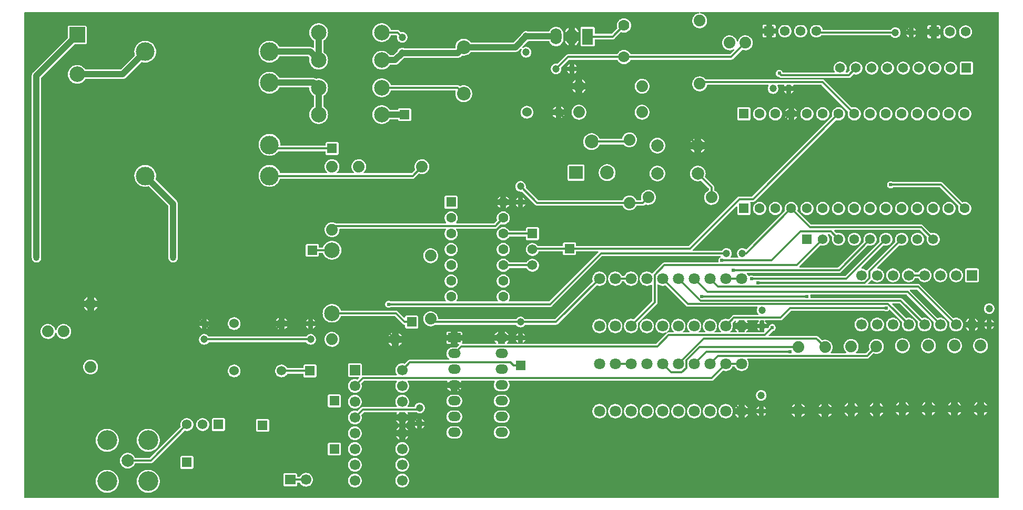
<source format=gtl>
G04 Layer: TopLayer*
G04 EasyEDA v6.5.22, 2023-04-04 14:00:32*
G04 79496cce5080412a9a947eb680a86b2a,0997c0c323a540828c61b468e30a80a1,10*
G04 Gerber Generator version 0.2*
G04 Scale: 100 percent, Rotated: No, Reflected: No *
G04 Dimensions in millimeters *
G04 leading zeros omitted , absolute positions ,4 integer and 5 decimal *
%FSLAX45Y45*%
%MOMM*%

%AMMACRO1*21,1,$1,$2,0,0,$3*%
%ADD10C,0.3500*%
%ADD11C,1.0000*%
%ADD12C,1.8796*%
%ADD13C,1.1938*%
%ADD14C,2.0000*%
%ADD15C,3.2000*%
%ADD16R,1.7000X1.5748*%
%ADD17C,1.7000*%
%ADD18C,2.5000*%
%ADD19R,2.5000X2.5000*%
%ADD20C,1.5748*%
%ADD21R,1.5748X1.5748*%
%ADD22C,3.0000*%
%ADD23C,1.8000*%
%ADD24R,1.6002X1.6002*%
%ADD25C,1.6002*%
%ADD26R,1.6000X1.6000*%
%ADD27C,1.6000*%
%ADD28C,2.2000*%
%ADD29C,1.7780*%
%ADD30C,1.5240*%
%ADD31O,0.9999979999999999X2.400046*%
%ADD32MACRO1,2.1996X2.1008X0.0000*%
%ADD33R,1.7000X1.7000*%
%ADD34R,2.0000X1.5000*%
%ADD35O,1.9999959999999999X1.499997*%
%ADD36O,1.7999964X2.5999948*%
%ADD37R,1.8000X2.6000*%
%ADD38C,0.6100*%
%ADD39C,0.0110*%

%LPD*%
G36*
X798068Y4851908D02*
G01*
X794156Y4852670D01*
X790905Y4854905D01*
X788670Y4858156D01*
X787908Y4862068D01*
X787908Y12663932D01*
X788670Y12667843D01*
X790905Y12671094D01*
X794156Y12673330D01*
X798068Y12674092D01*
X11644223Y12674092D01*
X11648490Y12673126D01*
X11651945Y12670536D01*
X11654028Y12666675D01*
X11654282Y12662357D01*
X11652707Y12658293D01*
X11649608Y12655296D01*
X11645493Y12653822D01*
X11636552Y12652705D01*
X11622278Y12649149D01*
X11608511Y12643815D01*
X11595506Y12636804D01*
X11583466Y12628270D01*
X11572544Y12618364D01*
X11562943Y12607137D01*
X11554815Y12594844D01*
X11548211Y12581636D01*
X11543284Y12567716D01*
X11540134Y12553289D01*
X11538813Y12538608D01*
X11539220Y12523825D01*
X11541506Y12509246D01*
X11545570Y12495072D01*
X11551310Y12481458D01*
X11558676Y12468707D01*
X11567566Y12456922D01*
X11577828Y12446304D01*
X11589359Y12437059D01*
X11601907Y12429286D01*
X11615318Y12423140D01*
X11629339Y12418669D01*
X11643868Y12415926D01*
X11658600Y12415012D01*
X11673332Y12415926D01*
X11687860Y12418669D01*
X11701881Y12423140D01*
X11715292Y12429286D01*
X11727840Y12437059D01*
X11739372Y12446304D01*
X11749633Y12456922D01*
X11758523Y12468707D01*
X11765889Y12481458D01*
X11771630Y12495072D01*
X11775694Y12509246D01*
X11777980Y12523825D01*
X11778437Y12538608D01*
X11777065Y12553289D01*
X11773916Y12567716D01*
X11768988Y12581636D01*
X11762384Y12594844D01*
X11754256Y12607137D01*
X11744655Y12618364D01*
X11733733Y12628270D01*
X11721693Y12636804D01*
X11708688Y12643815D01*
X11694922Y12649149D01*
X11680647Y12652705D01*
X11671706Y12653822D01*
X11667591Y12655296D01*
X11664492Y12658293D01*
X11662918Y12662357D01*
X11663172Y12666675D01*
X11665254Y12670536D01*
X11668709Y12673126D01*
X11672976Y12674092D01*
X16463873Y12674041D01*
X16467785Y12673279D01*
X16471087Y12671094D01*
X16473271Y12667792D01*
X16474033Y12663881D01*
X16471392Y4862068D01*
X16470630Y4858156D01*
X16468445Y4854905D01*
X16465143Y4852670D01*
X16461232Y4851908D01*
G37*

%LPC*%
G36*
X2771698Y4932629D02*
G01*
X2790494Y4932629D01*
X2809240Y4934559D01*
X2827680Y4938318D01*
X2845663Y4943957D01*
X2862986Y4951425D01*
X2879445Y4960518D01*
X2894888Y4971288D01*
X2909163Y4983581D01*
X2922168Y4997196D01*
X2933700Y5012080D01*
X2943656Y5028082D01*
X2951937Y5044998D01*
X2958490Y5062626D01*
X2963164Y5080863D01*
X2966059Y5099507D01*
X2966974Y5118303D01*
X2966059Y5137099D01*
X2963164Y5155742D01*
X2958490Y5173929D01*
X2951937Y5191607D01*
X2943656Y5208524D01*
X2933700Y5224475D01*
X2922168Y5239410D01*
X2909163Y5253024D01*
X2894888Y5265318D01*
X2879445Y5276037D01*
X2862986Y5285181D01*
X2845663Y5292648D01*
X2827680Y5298236D01*
X2809240Y5302046D01*
X2790494Y5303977D01*
X2771698Y5303977D01*
X2752953Y5302046D01*
X2734513Y5298236D01*
X2716530Y5292648D01*
X2699207Y5285181D01*
X2682748Y5276037D01*
X2667304Y5265318D01*
X2653030Y5253024D01*
X2640025Y5239410D01*
X2628544Y5224475D01*
X2618587Y5208524D01*
X2610256Y5191607D01*
X2603754Y5173929D01*
X2599029Y5155742D01*
X2596134Y5137099D01*
X2595219Y5118303D01*
X2596134Y5099507D01*
X2599029Y5080863D01*
X2603754Y5062626D01*
X2610256Y5044998D01*
X2618587Y5028082D01*
X2628544Y5012080D01*
X2640025Y4997196D01*
X2653030Y4983581D01*
X2667304Y4971288D01*
X2682748Y4960518D01*
X2699207Y4951425D01*
X2716530Y4943957D01*
X2734513Y4938318D01*
X2752953Y4934559D01*
G37*
G36*
X2111705Y4932629D02*
G01*
X2130501Y4932629D01*
X2149246Y4934559D01*
X2167686Y4938318D01*
X2185670Y4943957D01*
X2202992Y4951425D01*
X2219452Y4960518D01*
X2234895Y4971288D01*
X2249170Y4983581D01*
X2262174Y4997196D01*
X2273655Y5012080D01*
X2283612Y5028082D01*
X2291943Y5044998D01*
X2298446Y5062626D01*
X2303170Y5080863D01*
X2306066Y5099507D01*
X2306980Y5118303D01*
X2306066Y5137099D01*
X2303170Y5155742D01*
X2298446Y5173929D01*
X2291943Y5191607D01*
X2283612Y5208524D01*
X2273655Y5224475D01*
X2262174Y5239410D01*
X2249170Y5253024D01*
X2234895Y5265318D01*
X2219452Y5276037D01*
X2202992Y5285181D01*
X2185670Y5292648D01*
X2167686Y5298236D01*
X2149246Y5302046D01*
X2130501Y5303977D01*
X2111705Y5303977D01*
X2092960Y5302046D01*
X2074519Y5298236D01*
X2056536Y5292648D01*
X2039213Y5285181D01*
X2022754Y5276037D01*
X2007311Y5265318D01*
X1993036Y5253024D01*
X1980031Y5239410D01*
X1968500Y5224475D01*
X1958543Y5208524D01*
X1950262Y5191607D01*
X1943709Y5173929D01*
X1939036Y5155742D01*
X1936140Y5137099D01*
X1935225Y5118303D01*
X1936140Y5099507D01*
X1939036Y5080863D01*
X1943709Y5062626D01*
X1950262Y5044998D01*
X1958543Y5028082D01*
X1968500Y5012080D01*
X1980031Y4997196D01*
X1993036Y4983581D01*
X2007311Y4971288D01*
X2022754Y4960518D01*
X2039213Y4951425D01*
X2056536Y4943957D01*
X2074519Y4938318D01*
X2092960Y4934559D01*
G37*
G36*
X6112256Y5019954D02*
G01*
X6126378Y5021326D01*
X6140246Y5024475D01*
X6153556Y5029403D01*
X6166154Y5035956D01*
X6177838Y5044084D01*
X6188354Y5053634D01*
X6197549Y5064455D01*
X6205321Y5076393D01*
X6211468Y5089194D01*
X6215938Y5102656D01*
X6218682Y5116626D01*
X6219596Y5130800D01*
X6218682Y5144973D01*
X6215938Y5158943D01*
X6211468Y5172405D01*
X6205321Y5185206D01*
X6197549Y5197144D01*
X6188354Y5207965D01*
X6177838Y5217515D01*
X6166154Y5225643D01*
X6153556Y5232196D01*
X6140246Y5237124D01*
X6126378Y5240274D01*
X6112256Y5241645D01*
X6098032Y5241188D01*
X6084011Y5238902D01*
X6070396Y5234838D01*
X6057392Y5229098D01*
X6045250Y5221732D01*
X6034125Y5212892D01*
X6024270Y5202682D01*
X6015736Y5191302D01*
X6008776Y5178907D01*
X6003442Y5165750D01*
X5999835Y5151983D01*
X5998057Y5137912D01*
X5998057Y5123688D01*
X5999835Y5109616D01*
X6003442Y5095849D01*
X6008776Y5082692D01*
X6015736Y5070297D01*
X6024270Y5058918D01*
X6034125Y5048707D01*
X6045250Y5039868D01*
X6057392Y5032502D01*
X6070396Y5026710D01*
X6084011Y5022697D01*
X6098032Y5020411D01*
G37*
G36*
X6874256Y5019954D02*
G01*
X6888429Y5021326D01*
X6902246Y5024475D01*
X6915607Y5029403D01*
X6928205Y5035956D01*
X6939838Y5044084D01*
X6950354Y5053634D01*
X6959549Y5064455D01*
X6967321Y5076393D01*
X6973468Y5089194D01*
X6977989Y5102656D01*
X6980681Y5116626D01*
X6981596Y5130800D01*
X6980681Y5144973D01*
X6977989Y5158943D01*
X6973468Y5172405D01*
X6967321Y5185206D01*
X6959549Y5197144D01*
X6950354Y5207965D01*
X6939838Y5217515D01*
X6928205Y5225643D01*
X6915607Y5232196D01*
X6902246Y5237124D01*
X6888429Y5240274D01*
X6874256Y5241645D01*
X6860082Y5241188D01*
X6846011Y5238902D01*
X6832396Y5234838D01*
X6819442Y5229098D01*
X6807250Y5221732D01*
X6796176Y5212892D01*
X6786270Y5202682D01*
X6777786Y5191302D01*
X6770827Y5178907D01*
X6765493Y5165750D01*
X6761886Y5151983D01*
X6760057Y5137912D01*
X6760057Y5123688D01*
X6761886Y5109616D01*
X6765493Y5095849D01*
X6770827Y5082692D01*
X6777786Y5070297D01*
X6786270Y5058918D01*
X6796176Y5048707D01*
X6807250Y5039868D01*
X6819442Y5032502D01*
X6832396Y5026710D01*
X6846011Y5022697D01*
X6860082Y5020411D01*
G37*
G36*
X5324856Y5032654D02*
G01*
X5338978Y5034026D01*
X5352846Y5037175D01*
X5366207Y5042103D01*
X5378805Y5048656D01*
X5390438Y5056784D01*
X5400954Y5066334D01*
X5410149Y5077155D01*
X5417921Y5089093D01*
X5424068Y5101894D01*
X5428538Y5115356D01*
X5431282Y5129326D01*
X5432196Y5143500D01*
X5431282Y5157673D01*
X5428538Y5171643D01*
X5424068Y5185105D01*
X5417921Y5197906D01*
X5410149Y5209844D01*
X5400954Y5220665D01*
X5390438Y5230215D01*
X5378805Y5238343D01*
X5366207Y5244896D01*
X5352846Y5249824D01*
X5338978Y5252974D01*
X5324856Y5254345D01*
X5310632Y5253888D01*
X5296611Y5251602D01*
X5282996Y5247538D01*
X5269992Y5241798D01*
X5257850Y5234432D01*
X5246725Y5225592D01*
X5236870Y5215382D01*
X5228386Y5204002D01*
X5221681Y5192064D01*
X5219395Y5189321D01*
X5216296Y5187543D01*
X5212791Y5186883D01*
X5188356Y5186883D01*
X5184495Y5187696D01*
X5181193Y5189880D01*
X5178958Y5193182D01*
X5178196Y5197043D01*
X5178196Y5221681D01*
X5177485Y5227980D01*
X5175605Y5233466D01*
X5172506Y5238343D01*
X5168392Y5242458D01*
X5163515Y5245506D01*
X5158028Y5247436D01*
X5151729Y5248148D01*
X4982870Y5248148D01*
X4976571Y5247436D01*
X4971084Y5245506D01*
X4966208Y5242458D01*
X4962093Y5238343D01*
X4958994Y5233466D01*
X4957114Y5227980D01*
X4956403Y5221681D01*
X4956403Y5065318D01*
X4957114Y5059019D01*
X4958994Y5053533D01*
X4962093Y5048656D01*
X4966208Y5044541D01*
X4971084Y5041493D01*
X4976571Y5039563D01*
X4982870Y5038852D01*
X5151729Y5038852D01*
X5158028Y5039563D01*
X5163515Y5041493D01*
X5168392Y5044541D01*
X5172506Y5048656D01*
X5175605Y5053533D01*
X5177485Y5059019D01*
X5178196Y5065318D01*
X5178196Y5089906D01*
X5178958Y5093817D01*
X5181193Y5097119D01*
X5184495Y5099304D01*
X5188356Y5100066D01*
X5212791Y5100066D01*
X5216296Y5099456D01*
X5219395Y5097678D01*
X5221681Y5094935D01*
X5228386Y5082997D01*
X5236870Y5071618D01*
X5246725Y5061407D01*
X5257850Y5052568D01*
X5269992Y5045202D01*
X5282996Y5039410D01*
X5296611Y5035397D01*
X5310632Y5033111D01*
G37*
G36*
X6112256Y5273954D02*
G01*
X6126378Y5275326D01*
X6140246Y5278475D01*
X6153556Y5283403D01*
X6166154Y5289956D01*
X6177838Y5298084D01*
X6188354Y5307634D01*
X6197549Y5318455D01*
X6205321Y5330393D01*
X6211468Y5343194D01*
X6215938Y5356656D01*
X6218682Y5370626D01*
X6219596Y5384800D01*
X6218682Y5398973D01*
X6215938Y5412943D01*
X6211468Y5426405D01*
X6205321Y5439206D01*
X6197549Y5451144D01*
X6188354Y5461965D01*
X6177838Y5471515D01*
X6166154Y5479643D01*
X6153556Y5486196D01*
X6140246Y5491124D01*
X6126378Y5494274D01*
X6112256Y5495645D01*
X6098032Y5495188D01*
X6084011Y5492902D01*
X6070396Y5488838D01*
X6057392Y5483098D01*
X6045250Y5475732D01*
X6034125Y5466892D01*
X6024270Y5456682D01*
X6015736Y5445302D01*
X6008776Y5432907D01*
X6003442Y5419750D01*
X5999835Y5405983D01*
X5998057Y5391912D01*
X5998057Y5377688D01*
X5999835Y5363616D01*
X6003442Y5349849D01*
X6008776Y5336692D01*
X6015736Y5324297D01*
X6024270Y5312918D01*
X6034125Y5302707D01*
X6045250Y5293868D01*
X6057392Y5286502D01*
X6070396Y5280710D01*
X6084011Y5276697D01*
X6098032Y5274411D01*
G37*
G36*
X6874256Y5273954D02*
G01*
X6888429Y5275326D01*
X6902246Y5278475D01*
X6915607Y5283403D01*
X6928205Y5289956D01*
X6939838Y5298084D01*
X6950354Y5307634D01*
X6959549Y5318455D01*
X6967321Y5330393D01*
X6973468Y5343194D01*
X6977989Y5356656D01*
X6980681Y5370626D01*
X6981596Y5384800D01*
X6980681Y5398973D01*
X6977989Y5412943D01*
X6973468Y5426405D01*
X6967321Y5439206D01*
X6959549Y5451144D01*
X6950354Y5461965D01*
X6939838Y5471515D01*
X6928205Y5479643D01*
X6915607Y5486196D01*
X6902246Y5491124D01*
X6888429Y5494274D01*
X6874256Y5495645D01*
X6860082Y5495188D01*
X6846011Y5492902D01*
X6832396Y5488838D01*
X6819442Y5483098D01*
X6807250Y5475732D01*
X6796176Y5466892D01*
X6786270Y5456682D01*
X6777786Y5445302D01*
X6770827Y5432907D01*
X6765493Y5419750D01*
X6761886Y5405983D01*
X6760057Y5391912D01*
X6760057Y5377688D01*
X6761886Y5363616D01*
X6765493Y5349849D01*
X6770827Y5336692D01*
X6777786Y5324297D01*
X6786270Y5312918D01*
X6796176Y5302707D01*
X6807250Y5293868D01*
X6819442Y5286502D01*
X6832396Y5280710D01*
X6846011Y5276697D01*
X6860082Y5274411D01*
G37*
G36*
X3325418Y5318252D02*
G01*
X3481781Y5318252D01*
X3488080Y5318963D01*
X3493566Y5320893D01*
X3498443Y5323941D01*
X3502558Y5328056D01*
X3505606Y5332933D01*
X3507536Y5338419D01*
X3508248Y5344718D01*
X3508248Y5501081D01*
X3507536Y5507380D01*
X3505606Y5512866D01*
X3502558Y5517743D01*
X3498443Y5521858D01*
X3493566Y5524906D01*
X3488080Y5526836D01*
X3481781Y5527548D01*
X3325418Y5527548D01*
X3319119Y5526836D01*
X3313633Y5524906D01*
X3308756Y5521858D01*
X3304641Y5517743D01*
X3301593Y5512866D01*
X3299663Y5507380D01*
X3298951Y5501081D01*
X3298951Y5344718D01*
X3299663Y5338419D01*
X3301593Y5332933D01*
X3304641Y5328056D01*
X3308756Y5323941D01*
X3313633Y5320893D01*
X3319119Y5318963D01*
G37*
G36*
X2451100Y5324957D02*
G01*
X2466289Y5325872D01*
X2481224Y5328615D01*
X2495753Y5333136D01*
X2509621Y5339384D01*
X2522626Y5347258D01*
X2534564Y5356606D01*
X2545334Y5367375D01*
X2554681Y5379313D01*
X2562555Y5392318D01*
X2566670Y5401462D01*
X2568905Y5404612D01*
X2572156Y5406694D01*
X2575915Y5407406D01*
X2823616Y5407456D01*
X2831846Y5408625D01*
X2839466Y5411165D01*
X2846425Y5415076D01*
X2852978Y5420461D01*
X3362655Y5930138D01*
X3365754Y5932271D01*
X3369411Y5933135D01*
X3373120Y5932576D01*
X3376523Y5931458D01*
X3389934Y5928766D01*
X3403600Y5927852D01*
X3417265Y5928766D01*
X3430676Y5931458D01*
X3443630Y5935827D01*
X3455924Y5941872D01*
X3467303Y5949492D01*
X3477564Y5958535D01*
X3486607Y5968796D01*
X3494227Y5980176D01*
X3500272Y5992469D01*
X3504641Y6005423D01*
X3507333Y6018834D01*
X3508248Y6032500D01*
X3507333Y6046165D01*
X3504641Y6059576D01*
X3500272Y6072530D01*
X3494227Y6084824D01*
X3486607Y6096203D01*
X3477564Y6106464D01*
X3467303Y6115507D01*
X3455924Y6123127D01*
X3443630Y6129172D01*
X3430676Y6133541D01*
X3417265Y6136233D01*
X3403600Y6137148D01*
X3389934Y6136233D01*
X3376523Y6133541D01*
X3363569Y6129172D01*
X3351276Y6123127D01*
X3339896Y6115507D01*
X3329635Y6106464D01*
X3320592Y6096203D01*
X3312972Y6084824D01*
X3306927Y6072530D01*
X3302558Y6059576D01*
X3299866Y6046165D01*
X3298951Y6032500D01*
X3299866Y6018834D01*
X3302558Y6005423D01*
X3303676Y6002020D01*
X3304235Y5998311D01*
X3303371Y5994654D01*
X3301237Y5991555D01*
X2806954Y5497220D01*
X2803652Y5495036D01*
X2799740Y5494223D01*
X2575915Y5494223D01*
X2572156Y5494985D01*
X2568905Y5497068D01*
X2566670Y5500217D01*
X2562555Y5509361D01*
X2554681Y5522366D01*
X2545334Y5534304D01*
X2534564Y5545074D01*
X2522626Y5554421D01*
X2509621Y5562295D01*
X2495753Y5568543D01*
X2481224Y5573064D01*
X2466289Y5575808D01*
X2451100Y5576722D01*
X2435910Y5575808D01*
X2420975Y5573064D01*
X2406446Y5568543D01*
X2392578Y5562295D01*
X2379573Y5554421D01*
X2367635Y5545074D01*
X2356866Y5534304D01*
X2347518Y5522366D01*
X2339644Y5509361D01*
X2333396Y5495493D01*
X2328875Y5480964D01*
X2326132Y5466029D01*
X2325217Y5450840D01*
X2326132Y5435650D01*
X2328875Y5420715D01*
X2333396Y5406186D01*
X2339644Y5392318D01*
X2347518Y5379313D01*
X2356866Y5367375D01*
X2367635Y5356606D01*
X2379573Y5347258D01*
X2392578Y5339384D01*
X2406446Y5333136D01*
X2420975Y5328615D01*
X2435910Y5325872D01*
G37*
G36*
X6874256Y5527954D02*
G01*
X6888429Y5529326D01*
X6902246Y5532475D01*
X6915607Y5537403D01*
X6928205Y5543956D01*
X6939838Y5552084D01*
X6950354Y5561634D01*
X6959549Y5572455D01*
X6967321Y5584393D01*
X6973468Y5597194D01*
X6977989Y5610656D01*
X6980681Y5624626D01*
X6981596Y5638800D01*
X6980681Y5652973D01*
X6977989Y5666943D01*
X6973468Y5680405D01*
X6967321Y5693206D01*
X6959549Y5705144D01*
X6950354Y5715965D01*
X6939838Y5725515D01*
X6928205Y5733643D01*
X6915607Y5740196D01*
X6902246Y5745124D01*
X6888429Y5748274D01*
X6874256Y5749645D01*
X6860082Y5749188D01*
X6846011Y5746902D01*
X6832396Y5742838D01*
X6819442Y5737098D01*
X6807250Y5729732D01*
X6796176Y5720892D01*
X6786270Y5710682D01*
X6777786Y5699302D01*
X6770827Y5686907D01*
X6765493Y5673750D01*
X6761886Y5659983D01*
X6760057Y5645912D01*
X6760057Y5631688D01*
X6761886Y5617616D01*
X6765493Y5603849D01*
X6770827Y5590692D01*
X6777786Y5578297D01*
X6786270Y5566918D01*
X6796176Y5556707D01*
X6807250Y5547868D01*
X6819442Y5540502D01*
X6832396Y5534710D01*
X6846011Y5530697D01*
X6860082Y5528411D01*
G37*
G36*
X6112256Y5527954D02*
G01*
X6126378Y5529326D01*
X6140246Y5532475D01*
X6153556Y5537403D01*
X6166154Y5543956D01*
X6177838Y5552084D01*
X6188354Y5561634D01*
X6197549Y5572455D01*
X6205321Y5584393D01*
X6211468Y5597194D01*
X6215938Y5610656D01*
X6218682Y5624626D01*
X6219596Y5638800D01*
X6218682Y5652973D01*
X6215938Y5666943D01*
X6211468Y5680405D01*
X6205321Y5693206D01*
X6197549Y5705144D01*
X6188354Y5715965D01*
X6177838Y5725515D01*
X6166154Y5733643D01*
X6153556Y5740196D01*
X6140246Y5745124D01*
X6126378Y5748274D01*
X6112256Y5749645D01*
X6098032Y5749188D01*
X6084011Y5746902D01*
X6070396Y5742838D01*
X6057392Y5737098D01*
X6045250Y5729732D01*
X6034125Y5720892D01*
X6024270Y5710682D01*
X6015736Y5699302D01*
X6008776Y5686907D01*
X6003442Y5673750D01*
X5999835Y5659983D01*
X5998057Y5645912D01*
X5998057Y5631688D01*
X5999835Y5617616D01*
X6003442Y5603849D01*
X6008776Y5590692D01*
X6015736Y5578297D01*
X6024270Y5566918D01*
X6034125Y5556707D01*
X6045250Y5547868D01*
X6057392Y5540502D01*
X6070396Y5534710D01*
X6084011Y5530697D01*
X6098032Y5528411D01*
G37*
G36*
X5700318Y5534152D02*
G01*
X5856681Y5534152D01*
X5862980Y5534863D01*
X5868466Y5536793D01*
X5873343Y5539841D01*
X5877458Y5543956D01*
X5880506Y5548833D01*
X5882436Y5554319D01*
X5883148Y5560618D01*
X5883148Y5716981D01*
X5882436Y5723280D01*
X5880506Y5728766D01*
X5877458Y5733643D01*
X5873343Y5737758D01*
X5868466Y5740806D01*
X5862980Y5742736D01*
X5856681Y5743448D01*
X5700318Y5743448D01*
X5694019Y5742736D01*
X5688533Y5740806D01*
X5683656Y5737758D01*
X5679541Y5733643D01*
X5676493Y5728766D01*
X5674563Y5723280D01*
X5673852Y5716981D01*
X5673852Y5560618D01*
X5674563Y5554319D01*
X5676493Y5548833D01*
X5679541Y5543956D01*
X5683656Y5539841D01*
X5688533Y5536793D01*
X5694019Y5534863D01*
G37*
G36*
X2771698Y5592622D02*
G01*
X2790494Y5592622D01*
X2809240Y5594553D01*
X2827680Y5598363D01*
X2845663Y5603951D01*
X2862986Y5611418D01*
X2879445Y5620562D01*
X2894888Y5631281D01*
X2909163Y5643575D01*
X2922168Y5657189D01*
X2933700Y5672124D01*
X2943656Y5688076D01*
X2951937Y5704992D01*
X2958490Y5722670D01*
X2963164Y5740857D01*
X2966059Y5759500D01*
X2966974Y5778296D01*
X2966059Y5797092D01*
X2963164Y5815736D01*
X2958490Y5833973D01*
X2951937Y5851601D01*
X2943656Y5868517D01*
X2933700Y5884519D01*
X2922168Y5899404D01*
X2909163Y5913018D01*
X2894888Y5925312D01*
X2879445Y5936081D01*
X2862986Y5945174D01*
X2845663Y5952642D01*
X2827680Y5958281D01*
X2809240Y5962040D01*
X2790494Y5963970D01*
X2771698Y5963970D01*
X2752953Y5962040D01*
X2734513Y5958281D01*
X2716530Y5952642D01*
X2699207Y5945174D01*
X2682748Y5936081D01*
X2667304Y5925312D01*
X2653030Y5913018D01*
X2640025Y5899404D01*
X2628544Y5884519D01*
X2618587Y5868517D01*
X2610256Y5851601D01*
X2603754Y5833973D01*
X2599029Y5815736D01*
X2596134Y5797092D01*
X2595219Y5778296D01*
X2596134Y5759500D01*
X2599029Y5740857D01*
X2603754Y5722670D01*
X2610256Y5704992D01*
X2618587Y5688076D01*
X2628544Y5672124D01*
X2640025Y5657189D01*
X2653030Y5643575D01*
X2667304Y5631281D01*
X2682748Y5620562D01*
X2699207Y5611418D01*
X2716530Y5603951D01*
X2734513Y5598363D01*
X2752953Y5594553D01*
G37*
G36*
X2111705Y5592622D02*
G01*
X2130501Y5592622D01*
X2149246Y5594553D01*
X2167686Y5598363D01*
X2185670Y5603951D01*
X2202992Y5611418D01*
X2219452Y5620562D01*
X2234895Y5631281D01*
X2249170Y5643575D01*
X2262174Y5657189D01*
X2273655Y5672124D01*
X2283612Y5688076D01*
X2291943Y5704992D01*
X2298446Y5722670D01*
X2303170Y5740857D01*
X2306066Y5759500D01*
X2306980Y5778296D01*
X2306066Y5797092D01*
X2303170Y5815736D01*
X2298446Y5833973D01*
X2291943Y5851601D01*
X2283612Y5868517D01*
X2273655Y5884519D01*
X2262174Y5899404D01*
X2249170Y5913018D01*
X2234895Y5925312D01*
X2219452Y5936081D01*
X2202992Y5945174D01*
X2185670Y5952642D01*
X2167686Y5958281D01*
X2149246Y5962040D01*
X2130501Y5963970D01*
X2111705Y5963970D01*
X2092960Y5962040D01*
X2074519Y5958281D01*
X2056536Y5952642D01*
X2039213Y5945174D01*
X2022754Y5936081D01*
X2007311Y5925312D01*
X1993036Y5913018D01*
X1980031Y5899404D01*
X1968500Y5884519D01*
X1958543Y5868517D01*
X1950262Y5851601D01*
X1943709Y5833973D01*
X1939036Y5815736D01*
X1936140Y5797092D01*
X1935225Y5778296D01*
X1936140Y5759500D01*
X1939036Y5740857D01*
X1943709Y5722670D01*
X1950262Y5704992D01*
X1958543Y5688076D01*
X1968500Y5672124D01*
X1980031Y5657189D01*
X1993036Y5643575D01*
X2007311Y5631281D01*
X2022754Y5620562D01*
X2039213Y5611418D01*
X2056536Y5603951D01*
X2074519Y5598363D01*
X2092960Y5594553D01*
G37*
G36*
X6112256Y5781954D02*
G01*
X6126378Y5783326D01*
X6140246Y5786475D01*
X6153556Y5791403D01*
X6166154Y5797956D01*
X6177838Y5806084D01*
X6188354Y5815634D01*
X6197549Y5826455D01*
X6205321Y5838393D01*
X6211468Y5851194D01*
X6215938Y5864656D01*
X6218682Y5878626D01*
X6219596Y5892800D01*
X6218682Y5906973D01*
X6215938Y5920943D01*
X6211468Y5934405D01*
X6205321Y5947206D01*
X6197549Y5959144D01*
X6188354Y5969965D01*
X6177838Y5979515D01*
X6166154Y5987643D01*
X6153556Y5994196D01*
X6140246Y5999124D01*
X6126378Y6002274D01*
X6112256Y6003645D01*
X6098032Y6003188D01*
X6084011Y6000902D01*
X6070396Y5996838D01*
X6057392Y5991098D01*
X6045250Y5983732D01*
X6034125Y5974892D01*
X6024270Y5964682D01*
X6015736Y5953302D01*
X6008776Y5940907D01*
X6003442Y5927750D01*
X5999835Y5913983D01*
X5998057Y5899912D01*
X5998057Y5885688D01*
X5999835Y5871616D01*
X6003442Y5857849D01*
X6008776Y5844692D01*
X6015736Y5832297D01*
X6024270Y5820918D01*
X6034125Y5810707D01*
X6045250Y5801868D01*
X6057392Y5794502D01*
X6070396Y5788710D01*
X6084011Y5784697D01*
X6098032Y5782411D01*
G37*
G36*
X6821881Y5793384D02*
G01*
X6821881Y5843930D01*
X6771233Y5843930D01*
X6777786Y5832297D01*
X6786270Y5820918D01*
X6796176Y5810707D01*
X6807250Y5801868D01*
X6819442Y5794502D01*
G37*
G36*
X6919569Y5793486D02*
G01*
X6928205Y5797956D01*
X6939838Y5806084D01*
X6950354Y5815634D01*
X6959549Y5826455D01*
X6967321Y5838393D01*
X6970014Y5843930D01*
X6919569Y5843930D01*
G37*
G36*
X8446211Y5804611D02*
G01*
X8495588Y5804611D01*
X8509050Y5805474D01*
X8522004Y5808065D01*
X8534501Y5812282D01*
X8546338Y5818124D01*
X8557310Y5825439D01*
X8567216Y5834176D01*
X8575954Y5844082D01*
X8583269Y5855055D01*
X8589111Y5866892D01*
X8593328Y5879388D01*
X8595918Y5892342D01*
X8596782Y5905500D01*
X8595918Y5918657D01*
X8593328Y5931611D01*
X8589111Y5944108D01*
X8583269Y5955944D01*
X8575954Y5966917D01*
X8567216Y5976823D01*
X8557310Y5985560D01*
X8546338Y5992876D01*
X8534501Y5998718D01*
X8522004Y6002934D01*
X8509050Y6005525D01*
X8495588Y6006388D01*
X8446211Y6006388D01*
X8432749Y6005525D01*
X8419795Y6002934D01*
X8407298Y5998718D01*
X8395462Y5992876D01*
X8384489Y5985560D01*
X8374583Y5976823D01*
X8365845Y5966917D01*
X8358530Y5955944D01*
X8352688Y5944108D01*
X8348472Y5931611D01*
X8345881Y5918657D01*
X8345017Y5905500D01*
X8345881Y5892342D01*
X8348472Y5879388D01*
X8352688Y5866892D01*
X8358530Y5855055D01*
X8365845Y5844082D01*
X8374583Y5834176D01*
X8384489Y5825439D01*
X8395462Y5818124D01*
X8407298Y5812282D01*
X8419795Y5808065D01*
X8432749Y5805474D01*
G37*
G36*
X7684211Y5804611D02*
G01*
X7733588Y5804611D01*
X7747050Y5805474D01*
X7760004Y5808065D01*
X7772501Y5812282D01*
X7784338Y5818124D01*
X7795310Y5825439D01*
X7805216Y5834176D01*
X7813954Y5844082D01*
X7821269Y5855055D01*
X7827111Y5866892D01*
X7831328Y5879388D01*
X7833918Y5892342D01*
X7834782Y5905500D01*
X7833918Y5918657D01*
X7831328Y5931611D01*
X7827111Y5944108D01*
X7821269Y5955944D01*
X7813954Y5966917D01*
X7805216Y5976823D01*
X7795310Y5985560D01*
X7784338Y5992876D01*
X7772501Y5998718D01*
X7760004Y6002934D01*
X7747050Y6005525D01*
X7733588Y6006388D01*
X7684211Y6006388D01*
X7670749Y6005525D01*
X7657795Y6002934D01*
X7645298Y5998718D01*
X7633462Y5992876D01*
X7622489Y5985560D01*
X7612583Y5976823D01*
X7603845Y5966917D01*
X7596530Y5955944D01*
X7590688Y5944108D01*
X7586472Y5931611D01*
X7583881Y5918657D01*
X7583017Y5905500D01*
X7583881Y5892342D01*
X7586472Y5879388D01*
X7590688Y5866892D01*
X7596530Y5855055D01*
X7603845Y5844082D01*
X7612583Y5834176D01*
X7622489Y5825439D01*
X7633462Y5818124D01*
X7645298Y5812282D01*
X7657795Y5808065D01*
X7670749Y5805474D01*
G37*
G36*
X4544618Y5915152D02*
G01*
X4700981Y5915152D01*
X4707280Y5915863D01*
X4712766Y5917793D01*
X4717643Y5920841D01*
X4721758Y5924956D01*
X4724806Y5929833D01*
X4726736Y5935319D01*
X4727448Y5941618D01*
X4727448Y6097981D01*
X4726736Y6104280D01*
X4724806Y6109766D01*
X4721758Y6114643D01*
X4717643Y6118758D01*
X4712766Y6121806D01*
X4707280Y6123736D01*
X4700981Y6124448D01*
X4544618Y6124448D01*
X4538319Y6123736D01*
X4532833Y6121806D01*
X4527956Y6118758D01*
X4523841Y6114643D01*
X4520793Y6109766D01*
X4518863Y6104280D01*
X4518152Y6097981D01*
X4518152Y5941618D01*
X4518863Y5935319D01*
X4520793Y5929833D01*
X4523841Y5924956D01*
X4527956Y5920841D01*
X4532833Y5917793D01*
X4538319Y5915863D01*
G37*
G36*
X3657600Y5927852D02*
G01*
X3671265Y5928766D01*
X3684676Y5931458D01*
X3697630Y5935827D01*
X3709924Y5941872D01*
X3721303Y5949492D01*
X3731564Y5958535D01*
X3740607Y5968796D01*
X3748227Y5980176D01*
X3754272Y5992469D01*
X3758641Y6005423D01*
X3761333Y6018834D01*
X3762248Y6032500D01*
X3761333Y6046165D01*
X3758641Y6059576D01*
X3754272Y6072530D01*
X3748227Y6084824D01*
X3740607Y6096203D01*
X3731564Y6106464D01*
X3721303Y6115507D01*
X3709924Y6123127D01*
X3697630Y6129172D01*
X3684676Y6133541D01*
X3671265Y6136233D01*
X3657600Y6137148D01*
X3643934Y6136233D01*
X3630523Y6133541D01*
X3617569Y6129172D01*
X3605276Y6123127D01*
X3593896Y6115507D01*
X3583635Y6106464D01*
X3574592Y6096203D01*
X3566972Y6084824D01*
X3560927Y6072530D01*
X3556558Y6059576D01*
X3553866Y6046165D01*
X3552951Y6032500D01*
X3553866Y6018834D01*
X3556558Y6005423D01*
X3560927Y5992469D01*
X3566972Y5980176D01*
X3574592Y5968796D01*
X3583635Y5958535D01*
X3593896Y5949492D01*
X3605276Y5941872D01*
X3617569Y5935827D01*
X3630523Y5931458D01*
X3643934Y5928766D01*
G37*
G36*
X3833418Y5927852D02*
G01*
X3989781Y5927852D01*
X3996080Y5928563D01*
X4001566Y5930493D01*
X4006443Y5933541D01*
X4010558Y5937656D01*
X4013606Y5942533D01*
X4015536Y5948019D01*
X4016248Y5954318D01*
X4016248Y6110681D01*
X4015536Y6116980D01*
X4013606Y6122466D01*
X4010558Y6127343D01*
X4006443Y6131458D01*
X4001566Y6134506D01*
X3996080Y6136436D01*
X3989781Y6137148D01*
X3833418Y6137148D01*
X3827119Y6136436D01*
X3821633Y6134506D01*
X3816756Y6131458D01*
X3812641Y6127343D01*
X3809593Y6122466D01*
X3807663Y6116980D01*
X3806951Y6110681D01*
X3806951Y5954318D01*
X3807663Y5948019D01*
X3809593Y5942533D01*
X3812641Y5937656D01*
X3816756Y5933541D01*
X3821633Y5930493D01*
X3827119Y5928563D01*
G37*
G36*
X6919569Y5941669D02*
G01*
X6970014Y5941669D01*
X6967321Y5947206D01*
X6959549Y5959144D01*
X6950354Y5969965D01*
X6939838Y5979515D01*
X6928205Y5987643D01*
X6919569Y5992114D01*
G37*
G36*
X6771233Y5941669D02*
G01*
X6821881Y5941669D01*
X6821881Y5992215D01*
X6819442Y5991098D01*
X6807250Y5983732D01*
X6796176Y5974892D01*
X6786270Y5964682D01*
X6777786Y5953302D01*
G37*
G36*
X7186320Y5967730D02*
G01*
X7196378Y5973216D01*
X7206132Y5980531D01*
X7214768Y5989167D01*
X7222083Y5998921D01*
X7227570Y6008979D01*
X7186320Y6008979D01*
G37*
G36*
X7113930Y5967730D02*
G01*
X7113930Y6008979D01*
X7072630Y6008979D01*
X7078116Y5998921D01*
X7085431Y5989167D01*
X7094067Y5980531D01*
X7103821Y5973216D01*
G37*
G36*
X6112256Y6035954D02*
G01*
X6126378Y6037326D01*
X6140246Y6040475D01*
X6153556Y6045403D01*
X6166154Y6051956D01*
X6177838Y6060084D01*
X6188354Y6069634D01*
X6197549Y6080455D01*
X6205321Y6092393D01*
X6211468Y6105194D01*
X6215938Y6118656D01*
X6218682Y6132626D01*
X6219596Y6146800D01*
X6218682Y6160973D01*
X6215938Y6174943D01*
X6213500Y6182309D01*
X6212992Y6185966D01*
X6213856Y6189624D01*
X6215989Y6192672D01*
X6250686Y6227419D01*
X6253988Y6229604D01*
X6257899Y6230366D01*
X6774738Y6230366D01*
X6779107Y6229400D01*
X6782612Y6226657D01*
X6784594Y6222695D01*
X6784695Y6218224D01*
X6782917Y6214160D01*
X6777786Y6207302D01*
X6771233Y6195669D01*
X6821881Y6195669D01*
X6821881Y6220206D01*
X6822643Y6224117D01*
X6824827Y6227419D01*
X6828129Y6229604D01*
X6832041Y6230366D01*
X6909409Y6230366D01*
X6913270Y6229604D01*
X6916572Y6227419D01*
X6918807Y6224117D01*
X6919569Y6220206D01*
X6919569Y6195669D01*
X6970014Y6195669D01*
X6967321Y6201206D01*
X6959142Y6213652D01*
X6957263Y6216954D01*
X6956704Y6220764D01*
X6957618Y6224473D01*
X6959853Y6227622D01*
X6963105Y6229654D01*
X6966864Y6230366D01*
X7096201Y6230366D01*
X7099401Y6229858D01*
X7103821Y6227216D01*
X7114540Y6221374D01*
X7125970Y6217107D01*
X7137908Y6214516D01*
X7150100Y6213652D01*
X7162292Y6214516D01*
X7174230Y6217107D01*
X7185659Y6221374D01*
X7196378Y6227216D01*
X7206132Y6234531D01*
X7214768Y6243167D01*
X7222083Y6252921D01*
X7227925Y6263640D01*
X7232192Y6275070D01*
X7234783Y6287008D01*
X7235647Y6299200D01*
X7234783Y6311392D01*
X7232192Y6323330D01*
X7227925Y6334760D01*
X7222083Y6345478D01*
X7214768Y6355232D01*
X7206132Y6363868D01*
X7196378Y6371183D01*
X7185659Y6377025D01*
X7174230Y6381292D01*
X7162292Y6383883D01*
X7150100Y6384747D01*
X7137908Y6383883D01*
X7125970Y6381292D01*
X7114540Y6377025D01*
X7103821Y6371183D01*
X7094067Y6363868D01*
X7085431Y6355232D01*
X7078116Y6345478D01*
X7072274Y6334760D01*
X7068159Y6323838D01*
X7066025Y6320332D01*
X7062673Y6318046D01*
X7058659Y6317183D01*
X6966864Y6317183D01*
X6963105Y6317945D01*
X6959853Y6319977D01*
X6957618Y6323126D01*
X6956704Y6326835D01*
X6957263Y6330645D01*
X6967321Y6346393D01*
X6973468Y6359194D01*
X6977989Y6372656D01*
X6980681Y6386626D01*
X6981596Y6400800D01*
X6980681Y6414973D01*
X6977989Y6428943D01*
X6973468Y6442405D01*
X6967321Y6455206D01*
X6959549Y6467144D01*
X6950354Y6477965D01*
X6939838Y6487515D01*
X6928205Y6495643D01*
X6915607Y6502196D01*
X6902246Y6507124D01*
X6888429Y6510274D01*
X6874256Y6511645D01*
X6860082Y6511188D01*
X6846011Y6508902D01*
X6832396Y6504838D01*
X6819442Y6499098D01*
X6807250Y6491732D01*
X6796176Y6482892D01*
X6786270Y6472682D01*
X6777786Y6461302D01*
X6770827Y6448907D01*
X6765493Y6435750D01*
X6761886Y6421983D01*
X6760057Y6407912D01*
X6760057Y6393688D01*
X6761886Y6379616D01*
X6765493Y6365849D01*
X6770827Y6352692D01*
X6777786Y6340297D01*
X6782917Y6333439D01*
X6784695Y6329375D01*
X6784594Y6324904D01*
X6782612Y6320942D01*
X6779107Y6318199D01*
X6774738Y6317183D01*
X6234023Y6317183D01*
X6225794Y6316014D01*
X6218174Y6313474D01*
X6211214Y6309563D01*
X6204661Y6304178D01*
X6154623Y6254089D01*
X6151422Y6251956D01*
X6147714Y6251143D01*
X6143904Y6251752D01*
X6140246Y6253124D01*
X6126378Y6256274D01*
X6112256Y6257645D01*
X6098032Y6257188D01*
X6084011Y6254902D01*
X6070396Y6250838D01*
X6057392Y6245098D01*
X6045250Y6237732D01*
X6034125Y6228892D01*
X6024270Y6218682D01*
X6015736Y6207302D01*
X6008776Y6194907D01*
X6003442Y6181750D01*
X5999835Y6167983D01*
X5998057Y6153912D01*
X5998057Y6139688D01*
X5999835Y6125616D01*
X6003442Y6111849D01*
X6008776Y6098692D01*
X6015736Y6086297D01*
X6024270Y6074918D01*
X6034125Y6064707D01*
X6045250Y6055868D01*
X6057392Y6048502D01*
X6070396Y6042710D01*
X6084011Y6038697D01*
X6098032Y6036411D01*
G37*
G36*
X6821881Y6047384D02*
G01*
X6821881Y6097930D01*
X6771233Y6097930D01*
X6777786Y6086297D01*
X6786270Y6074918D01*
X6796176Y6064707D01*
X6807250Y6055868D01*
X6819442Y6048502D01*
G37*
G36*
X6919569Y6047486D02*
G01*
X6928205Y6051956D01*
X6939838Y6060084D01*
X6950354Y6069634D01*
X6959549Y6080455D01*
X6967321Y6092393D01*
X6970014Y6097930D01*
X6919569Y6097930D01*
G37*
G36*
X8446211Y6058611D02*
G01*
X8495588Y6058611D01*
X8509050Y6059474D01*
X8522004Y6062065D01*
X8534501Y6066282D01*
X8546338Y6072124D01*
X8557310Y6079439D01*
X8567216Y6088176D01*
X8575954Y6098082D01*
X8583269Y6109055D01*
X8589111Y6120892D01*
X8593328Y6133388D01*
X8595918Y6146342D01*
X8596782Y6159500D01*
X8595918Y6172657D01*
X8593328Y6185611D01*
X8589111Y6198108D01*
X8583269Y6209944D01*
X8575954Y6220917D01*
X8567216Y6230823D01*
X8557310Y6239560D01*
X8546338Y6246876D01*
X8534501Y6252718D01*
X8522004Y6256934D01*
X8509050Y6259525D01*
X8495588Y6260388D01*
X8446211Y6260388D01*
X8432749Y6259525D01*
X8419795Y6256934D01*
X8407298Y6252718D01*
X8395462Y6246876D01*
X8384489Y6239560D01*
X8374583Y6230823D01*
X8365845Y6220917D01*
X8358530Y6209944D01*
X8352688Y6198108D01*
X8348472Y6185611D01*
X8345881Y6172657D01*
X8345017Y6159500D01*
X8345881Y6146342D01*
X8348472Y6133388D01*
X8352688Y6120892D01*
X8358530Y6109055D01*
X8365845Y6098082D01*
X8374583Y6088176D01*
X8384489Y6079439D01*
X8395462Y6072124D01*
X8407298Y6066282D01*
X8419795Y6062065D01*
X8432749Y6059474D01*
G37*
G36*
X7684211Y6058611D02*
G01*
X7733588Y6058611D01*
X7747050Y6059474D01*
X7760004Y6062065D01*
X7772501Y6066282D01*
X7784338Y6072124D01*
X7795310Y6079439D01*
X7805216Y6088176D01*
X7813954Y6098082D01*
X7821269Y6109055D01*
X7827111Y6120892D01*
X7831328Y6133388D01*
X7833918Y6146342D01*
X7834782Y6159500D01*
X7833918Y6172657D01*
X7831328Y6185611D01*
X7827111Y6198108D01*
X7821269Y6209944D01*
X7813954Y6220917D01*
X7805216Y6230823D01*
X7795310Y6239560D01*
X7784338Y6246876D01*
X7772501Y6252718D01*
X7760004Y6256934D01*
X7747050Y6259525D01*
X7733588Y6260388D01*
X7684211Y6260388D01*
X7670749Y6259525D01*
X7657795Y6256934D01*
X7645298Y6252718D01*
X7633462Y6246876D01*
X7622489Y6239560D01*
X7612583Y6230823D01*
X7603845Y6220917D01*
X7596530Y6209944D01*
X7590688Y6198108D01*
X7586472Y6185611D01*
X7583881Y6172657D01*
X7583017Y6159500D01*
X7583881Y6146342D01*
X7586472Y6133388D01*
X7590688Y6120892D01*
X7596530Y6109055D01*
X7603845Y6098082D01*
X7612583Y6088176D01*
X7622489Y6079439D01*
X7633462Y6072124D01*
X7645298Y6066282D01*
X7657795Y6062065D01*
X7670749Y6059474D01*
G37*
G36*
X7072630Y6081369D02*
G01*
X7113930Y6081369D01*
X7113930Y6122670D01*
X7103821Y6117183D01*
X7094067Y6109868D01*
X7085431Y6101232D01*
X7078116Y6091478D01*
G37*
G36*
X7186320Y6081369D02*
G01*
X7227570Y6081369D01*
X7222083Y6091478D01*
X7214768Y6101232D01*
X7206132Y6109868D01*
X7196378Y6117183D01*
X7186320Y6122670D01*
G37*
G36*
X11308435Y6132728D02*
G01*
X11322964Y6132728D01*
X11337391Y6134557D01*
X11351514Y6138164D01*
X11365026Y6143548D01*
X11377777Y6150559D01*
X11389563Y6159093D01*
X11400180Y6169050D01*
X11409476Y6180277D01*
X11417249Y6192570D01*
X11423446Y6205728D01*
X11427968Y6219596D01*
X11430660Y6233871D01*
X11431574Y6248400D01*
X11430660Y6262928D01*
X11427968Y6277203D01*
X11423446Y6291072D01*
X11417249Y6304229D01*
X11409476Y6316522D01*
X11400180Y6327749D01*
X11389563Y6337706D01*
X11377777Y6346240D01*
X11365026Y6353251D01*
X11351514Y6358636D01*
X11337391Y6362242D01*
X11322964Y6364071D01*
X11308435Y6364071D01*
X11294008Y6362242D01*
X11279886Y6358636D01*
X11266373Y6353251D01*
X11253622Y6346240D01*
X11241836Y6337706D01*
X11231219Y6327749D01*
X11221923Y6316522D01*
X11214150Y6304229D01*
X11207953Y6291072D01*
X11203432Y6277203D01*
X11200739Y6262928D01*
X11199825Y6248400D01*
X11200739Y6233871D01*
X11203432Y6219596D01*
X11207953Y6205728D01*
X11214150Y6192570D01*
X11221923Y6180277D01*
X11231219Y6169050D01*
X11241836Y6159093D01*
X11253622Y6150559D01*
X11266373Y6143548D01*
X11279886Y6138164D01*
X11294008Y6134557D01*
G37*
G36*
X10800435Y6132728D02*
G01*
X10814964Y6132728D01*
X10829391Y6134557D01*
X10843514Y6138164D01*
X10857026Y6143548D01*
X10869777Y6150559D01*
X10881563Y6159093D01*
X10892180Y6169050D01*
X10901476Y6180277D01*
X10909249Y6192570D01*
X10915446Y6205728D01*
X10919968Y6219596D01*
X10922660Y6233871D01*
X10923574Y6248400D01*
X10922660Y6262928D01*
X10919968Y6277203D01*
X10915446Y6291072D01*
X10909249Y6304229D01*
X10901476Y6316522D01*
X10892180Y6327749D01*
X10881563Y6337706D01*
X10869777Y6346240D01*
X10857026Y6353251D01*
X10843514Y6358636D01*
X10829391Y6362242D01*
X10814964Y6364071D01*
X10800435Y6364071D01*
X10786008Y6362242D01*
X10771886Y6358636D01*
X10758373Y6353251D01*
X10745622Y6346240D01*
X10733836Y6337706D01*
X10723219Y6327749D01*
X10713923Y6316522D01*
X10706150Y6304229D01*
X10699953Y6291072D01*
X10695432Y6277203D01*
X10692739Y6262928D01*
X10691825Y6248400D01*
X10692739Y6233871D01*
X10695432Y6219596D01*
X10699953Y6205728D01*
X10706150Y6192570D01*
X10713923Y6180277D01*
X10723219Y6169050D01*
X10733836Y6159093D01*
X10745622Y6150559D01*
X10758373Y6143548D01*
X10771886Y6138164D01*
X10786008Y6134557D01*
G37*
G36*
X10292435Y6132728D02*
G01*
X10306964Y6132728D01*
X10321391Y6134557D01*
X10335514Y6138164D01*
X10349026Y6143548D01*
X10361777Y6150559D01*
X10373563Y6159093D01*
X10384180Y6169050D01*
X10393476Y6180277D01*
X10401249Y6192570D01*
X10407446Y6205728D01*
X10411968Y6219596D01*
X10414660Y6233871D01*
X10415574Y6248400D01*
X10414660Y6262928D01*
X10411968Y6277203D01*
X10407446Y6291072D01*
X10401249Y6304229D01*
X10393476Y6316522D01*
X10384180Y6327749D01*
X10373563Y6337706D01*
X10361777Y6346240D01*
X10349026Y6353251D01*
X10335514Y6358636D01*
X10321391Y6362242D01*
X10306964Y6364071D01*
X10292435Y6364071D01*
X10278008Y6362242D01*
X10263886Y6358636D01*
X10250373Y6353251D01*
X10237622Y6346240D01*
X10225836Y6337706D01*
X10215219Y6327749D01*
X10205923Y6316522D01*
X10198150Y6304229D01*
X10191953Y6291072D01*
X10187432Y6277203D01*
X10184739Y6262928D01*
X10183825Y6248400D01*
X10184739Y6233871D01*
X10187432Y6219596D01*
X10191953Y6205728D01*
X10198150Y6192570D01*
X10205923Y6180277D01*
X10215219Y6169050D01*
X10225836Y6159093D01*
X10237622Y6150559D01*
X10250373Y6143548D01*
X10263886Y6138164D01*
X10278008Y6134557D01*
G37*
G36*
X10546435Y6132728D02*
G01*
X10560964Y6132728D01*
X10575391Y6134557D01*
X10589514Y6138164D01*
X10603026Y6143548D01*
X10615777Y6150559D01*
X10627563Y6159093D01*
X10638180Y6169050D01*
X10647476Y6180277D01*
X10655249Y6192570D01*
X10661446Y6205728D01*
X10665968Y6219596D01*
X10668660Y6233871D01*
X10669574Y6248400D01*
X10668660Y6262928D01*
X10665968Y6277203D01*
X10661446Y6291072D01*
X10655249Y6304229D01*
X10647476Y6316522D01*
X10638180Y6327749D01*
X10627563Y6337706D01*
X10615777Y6346240D01*
X10603026Y6353251D01*
X10589514Y6358636D01*
X10575391Y6362242D01*
X10560964Y6364071D01*
X10546435Y6364071D01*
X10532008Y6362242D01*
X10517886Y6358636D01*
X10504373Y6353251D01*
X10491622Y6346240D01*
X10479836Y6337706D01*
X10469219Y6327749D01*
X10459923Y6316522D01*
X10452150Y6304229D01*
X10445953Y6291072D01*
X10441432Y6277203D01*
X10438739Y6262928D01*
X10437825Y6248400D01*
X10438739Y6233871D01*
X10441432Y6219596D01*
X10445953Y6205728D01*
X10452150Y6192570D01*
X10459923Y6180277D01*
X10469219Y6169050D01*
X10479836Y6159093D01*
X10491622Y6150559D01*
X10504373Y6143548D01*
X10517886Y6138164D01*
X10532008Y6134557D01*
G37*
G36*
X10038435Y6132728D02*
G01*
X10052964Y6132728D01*
X10067391Y6134557D01*
X10081514Y6138164D01*
X10095026Y6143548D01*
X10107777Y6150559D01*
X10119563Y6159093D01*
X10130180Y6169050D01*
X10139476Y6180277D01*
X10147249Y6192570D01*
X10153446Y6205728D01*
X10157968Y6219596D01*
X10160660Y6233871D01*
X10161574Y6248400D01*
X10160660Y6262928D01*
X10157968Y6277203D01*
X10153446Y6291072D01*
X10147249Y6304229D01*
X10139476Y6316522D01*
X10130180Y6327749D01*
X10119563Y6337706D01*
X10107777Y6346240D01*
X10095026Y6353251D01*
X10081514Y6358636D01*
X10067391Y6362242D01*
X10052964Y6364071D01*
X10038435Y6364071D01*
X10024008Y6362242D01*
X10009886Y6358636D01*
X9996373Y6353251D01*
X9983622Y6346240D01*
X9971836Y6337706D01*
X9961219Y6327749D01*
X9951923Y6316522D01*
X9944150Y6304229D01*
X9937953Y6291072D01*
X9933432Y6277203D01*
X9930739Y6262928D01*
X9929825Y6248400D01*
X9930739Y6233871D01*
X9933432Y6219596D01*
X9937953Y6205728D01*
X9944150Y6192570D01*
X9951923Y6180277D01*
X9961219Y6169050D01*
X9971836Y6159093D01*
X9983622Y6150559D01*
X9996373Y6143548D01*
X10009886Y6138164D01*
X10024008Y6134557D01*
G37*
G36*
X11562435Y6132728D02*
G01*
X11576964Y6132728D01*
X11591391Y6134557D01*
X11605514Y6138164D01*
X11619026Y6143548D01*
X11631777Y6150559D01*
X11643563Y6159093D01*
X11654180Y6169050D01*
X11663476Y6180277D01*
X11671249Y6192570D01*
X11677446Y6205728D01*
X11681968Y6219596D01*
X11684660Y6233871D01*
X11685574Y6248400D01*
X11684660Y6262928D01*
X11681968Y6277203D01*
X11677446Y6291072D01*
X11671249Y6304229D01*
X11663476Y6316522D01*
X11654180Y6327749D01*
X11643563Y6337706D01*
X11631777Y6346240D01*
X11619026Y6353251D01*
X11605514Y6358636D01*
X11591391Y6362242D01*
X11576964Y6364071D01*
X11562435Y6364071D01*
X11548008Y6362242D01*
X11533886Y6358636D01*
X11520373Y6353251D01*
X11507622Y6346240D01*
X11495836Y6337706D01*
X11485219Y6327749D01*
X11475923Y6316522D01*
X11468150Y6304229D01*
X11461953Y6291072D01*
X11457432Y6277203D01*
X11454739Y6262928D01*
X11453825Y6248400D01*
X11454739Y6233871D01*
X11457432Y6219596D01*
X11461953Y6205728D01*
X11468150Y6192570D01*
X11475923Y6180277D01*
X11485219Y6169050D01*
X11495836Y6159093D01*
X11507622Y6150559D01*
X11520373Y6143548D01*
X11533886Y6138164D01*
X11548008Y6134557D01*
G37*
G36*
X11054435Y6132728D02*
G01*
X11068964Y6132728D01*
X11083391Y6134557D01*
X11097514Y6138164D01*
X11111026Y6143548D01*
X11123777Y6150559D01*
X11135563Y6159093D01*
X11146180Y6169050D01*
X11155476Y6180277D01*
X11163249Y6192570D01*
X11169446Y6205728D01*
X11173968Y6219596D01*
X11176660Y6233871D01*
X11177574Y6248400D01*
X11176660Y6262928D01*
X11173968Y6277203D01*
X11169446Y6291072D01*
X11163249Y6304229D01*
X11155476Y6316522D01*
X11146180Y6327749D01*
X11135563Y6337706D01*
X11123777Y6346240D01*
X11111026Y6353251D01*
X11097514Y6358636D01*
X11083391Y6362242D01*
X11068964Y6364071D01*
X11054435Y6364071D01*
X11040008Y6362242D01*
X11025886Y6358636D01*
X11012373Y6353251D01*
X10999622Y6346240D01*
X10987836Y6337706D01*
X10977219Y6327749D01*
X10967923Y6316522D01*
X10960150Y6304229D01*
X10953953Y6291072D01*
X10949432Y6277203D01*
X10946739Y6262928D01*
X10945825Y6248400D01*
X10946739Y6233871D01*
X10949432Y6219596D01*
X10953953Y6205728D01*
X10960150Y6192570D01*
X10967923Y6180277D01*
X10977219Y6169050D01*
X10987836Y6159093D01*
X10999622Y6150559D01*
X11012373Y6143548D01*
X11025886Y6138164D01*
X11040008Y6134557D01*
G37*
G36*
X11816435Y6132728D02*
G01*
X11830964Y6132728D01*
X11845391Y6134557D01*
X11859514Y6138164D01*
X11873026Y6143548D01*
X11885777Y6150559D01*
X11897563Y6159093D01*
X11908180Y6169050D01*
X11917476Y6180277D01*
X11925249Y6192570D01*
X11931446Y6205728D01*
X11935968Y6219596D01*
X11938660Y6233871D01*
X11939574Y6248400D01*
X11938660Y6262928D01*
X11935968Y6277203D01*
X11931446Y6291072D01*
X11925249Y6304229D01*
X11917476Y6316522D01*
X11908180Y6327749D01*
X11897563Y6337706D01*
X11885777Y6346240D01*
X11873026Y6353251D01*
X11859514Y6358636D01*
X11845391Y6362242D01*
X11830964Y6364071D01*
X11816435Y6364071D01*
X11802008Y6362242D01*
X11787886Y6358636D01*
X11774373Y6353251D01*
X11761622Y6346240D01*
X11749836Y6337706D01*
X11739219Y6327749D01*
X11729923Y6316522D01*
X11722150Y6304229D01*
X11715953Y6291072D01*
X11711432Y6277203D01*
X11708739Y6262928D01*
X11707825Y6248400D01*
X11708739Y6233871D01*
X11711432Y6219596D01*
X11715953Y6205728D01*
X11722150Y6192570D01*
X11729923Y6180277D01*
X11739219Y6169050D01*
X11749836Y6159093D01*
X11761622Y6150559D01*
X11774373Y6143548D01*
X11787886Y6138164D01*
X11802008Y6134557D01*
G37*
G36*
X12070435Y6132728D02*
G01*
X12084964Y6132728D01*
X12099391Y6134557D01*
X12113514Y6138164D01*
X12127026Y6143548D01*
X12139777Y6150559D01*
X12151563Y6159093D01*
X12162180Y6169050D01*
X12171476Y6180277D01*
X12179249Y6192570D01*
X12185446Y6205728D01*
X12189968Y6219596D01*
X12192660Y6233871D01*
X12193574Y6248400D01*
X12192660Y6262928D01*
X12189968Y6277203D01*
X12185446Y6291072D01*
X12179249Y6304229D01*
X12171476Y6316522D01*
X12162180Y6327749D01*
X12151563Y6337706D01*
X12139777Y6346240D01*
X12127026Y6353251D01*
X12113514Y6358636D01*
X12099391Y6362242D01*
X12084964Y6364071D01*
X12070435Y6364071D01*
X12056008Y6362242D01*
X12041886Y6358636D01*
X12028373Y6353251D01*
X12015622Y6346240D01*
X12003836Y6337706D01*
X11993219Y6327749D01*
X11983923Y6316522D01*
X11976150Y6304229D01*
X11969953Y6291072D01*
X11965432Y6277203D01*
X11962739Y6262928D01*
X11961825Y6248400D01*
X11962739Y6233871D01*
X11965432Y6219596D01*
X11969953Y6205728D01*
X11976150Y6192570D01*
X11983923Y6180277D01*
X11993219Y6169050D01*
X12003836Y6159093D01*
X12015622Y6150559D01*
X12028373Y6143548D01*
X12041886Y6138164D01*
X12056008Y6134557D01*
G37*
G36*
X12280341Y6144666D02*
G01*
X12280341Y6197041D01*
X12228017Y6197041D01*
X12230150Y6192570D01*
X12237923Y6180277D01*
X12247219Y6169050D01*
X12257836Y6159093D01*
X12269622Y6150559D01*
G37*
G36*
X12383058Y6144666D02*
G01*
X12393777Y6150559D01*
X12405563Y6159093D01*
X12416180Y6169050D01*
X12425476Y6180277D01*
X12433249Y6192570D01*
X12435382Y6197041D01*
X12383058Y6197041D01*
G37*
G36*
X13624560Y6153962D02*
G01*
X13624560Y6207760D01*
X13570813Y6207760D01*
X13574115Y6201156D01*
X13582243Y6188862D01*
X13591844Y6177635D01*
X13602766Y6167729D01*
X13614806Y6159195D01*
G37*
G36*
X13192760Y6153962D02*
G01*
X13192760Y6207760D01*
X13139013Y6207760D01*
X13142315Y6201156D01*
X13150443Y6188862D01*
X13160044Y6177635D01*
X13170966Y6167729D01*
X13183006Y6159195D01*
G37*
G36*
X13731240Y6153962D02*
G01*
X13740993Y6159195D01*
X13753033Y6167729D01*
X13763955Y6177635D01*
X13773556Y6188862D01*
X13781684Y6201156D01*
X13784986Y6207760D01*
X13731240Y6207760D01*
G37*
G36*
X13299440Y6153962D02*
G01*
X13309193Y6159195D01*
X13321233Y6167729D01*
X13332155Y6177635D01*
X13341756Y6188862D01*
X13349884Y6201156D01*
X13353186Y6207760D01*
X13299440Y6207760D01*
G37*
G36*
X14043660Y6166662D02*
G01*
X14043660Y6220460D01*
X13989913Y6220460D01*
X13993215Y6213856D01*
X14001343Y6201562D01*
X14010944Y6190335D01*
X14021866Y6180429D01*
X14033906Y6171895D01*
G37*
G36*
X14450060Y6166662D02*
G01*
X14450060Y6220460D01*
X14396313Y6220460D01*
X14399615Y6213856D01*
X14407743Y6201562D01*
X14417344Y6190335D01*
X14428266Y6180429D01*
X14440306Y6171895D01*
G37*
G36*
X14150340Y6166662D02*
G01*
X14160093Y6171895D01*
X14172133Y6180429D01*
X14183055Y6190335D01*
X14192656Y6201562D01*
X14200784Y6213856D01*
X14204086Y6220460D01*
X14150340Y6220460D01*
G37*
G36*
X14556740Y6166662D02*
G01*
X14566493Y6171895D01*
X14578533Y6180429D01*
X14589455Y6190335D01*
X14599056Y6201562D01*
X14607184Y6213856D01*
X14610486Y6220460D01*
X14556740Y6220460D01*
G37*
G36*
X12685420Y6170930D02*
G01*
X12695478Y6176416D01*
X12705232Y6183731D01*
X12713868Y6192367D01*
X12721183Y6202121D01*
X12726670Y6212179D01*
X12685420Y6212179D01*
G37*
G36*
X12613030Y6170930D02*
G01*
X12613030Y6212179D01*
X12571730Y6212179D01*
X12577216Y6202121D01*
X12584531Y6192367D01*
X12593167Y6183731D01*
X12602921Y6176416D01*
G37*
G36*
X15394940Y6179362D02*
G01*
X15398292Y6180886D01*
X15410840Y6188659D01*
X15422372Y6197904D01*
X15432633Y6208522D01*
X15441523Y6220307D01*
X15448940Y6233160D01*
X15394940Y6233160D01*
G37*
G36*
X15814040Y6179362D02*
G01*
X15817392Y6180886D01*
X15829940Y6188659D01*
X15841472Y6197904D01*
X15851733Y6208522D01*
X15860623Y6220307D01*
X15868040Y6233160D01*
X15814040Y6233160D01*
G37*
G36*
X14975840Y6179362D02*
G01*
X14979192Y6180886D01*
X14991740Y6188659D01*
X15003272Y6197904D01*
X15013533Y6208522D01*
X15022423Y6220307D01*
X15029840Y6233160D01*
X14975840Y6233160D01*
G37*
G36*
X16233140Y6179362D02*
G01*
X16236492Y6180886D01*
X16249040Y6188659D01*
X16260572Y6197904D01*
X16270833Y6208522D01*
X16279723Y6220307D01*
X16287140Y6233160D01*
X16233140Y6233160D01*
G37*
G36*
X14869160Y6179362D02*
G01*
X14869160Y6233160D01*
X14815159Y6233160D01*
X14822576Y6220307D01*
X14831466Y6208522D01*
X14841728Y6197904D01*
X14853259Y6188659D01*
X14865807Y6180886D01*
G37*
G36*
X15288260Y6179362D02*
G01*
X15288260Y6233160D01*
X15234259Y6233160D01*
X15241676Y6220307D01*
X15250566Y6208522D01*
X15260828Y6197904D01*
X15272359Y6188659D01*
X15284907Y6180886D01*
G37*
G36*
X15707360Y6179362D02*
G01*
X15707360Y6233160D01*
X15653359Y6233160D01*
X15660776Y6220307D01*
X15669666Y6208522D01*
X15679928Y6197904D01*
X15691459Y6188659D01*
X15704007Y6180886D01*
G37*
G36*
X16126460Y6179362D02*
G01*
X16126460Y6233160D01*
X16072459Y6233160D01*
X16079876Y6220307D01*
X16088766Y6208522D01*
X16099028Y6197904D01*
X16110559Y6188659D01*
X16123107Y6180886D01*
G37*
G36*
X12571730Y6284569D02*
G01*
X12613030Y6284569D01*
X12613030Y6325870D01*
X12602921Y6320383D01*
X12593167Y6313068D01*
X12584531Y6304432D01*
X12577216Y6294678D01*
G37*
G36*
X12685420Y6284569D02*
G01*
X12726670Y6284569D01*
X12721183Y6294678D01*
X12713868Y6304432D01*
X12705232Y6313068D01*
X12695478Y6320383D01*
X12685420Y6325870D01*
G37*
G36*
X6112256Y6289954D02*
G01*
X6126378Y6291326D01*
X6140246Y6294475D01*
X6153556Y6299403D01*
X6166154Y6305956D01*
X6177838Y6314084D01*
X6188354Y6323634D01*
X6197549Y6334455D01*
X6205321Y6346393D01*
X6211468Y6359194D01*
X6215938Y6372656D01*
X6218682Y6386626D01*
X6219596Y6400800D01*
X6218682Y6414973D01*
X6215938Y6428943D01*
X6211468Y6442405D01*
X6205321Y6455206D01*
X6197549Y6467144D01*
X6188354Y6477965D01*
X6177838Y6487515D01*
X6166154Y6495643D01*
X6153556Y6502196D01*
X6140246Y6507124D01*
X6126378Y6510274D01*
X6112256Y6511645D01*
X6098032Y6511188D01*
X6084011Y6508902D01*
X6070396Y6504838D01*
X6057392Y6499098D01*
X6045250Y6491732D01*
X6034125Y6482892D01*
X6024270Y6472682D01*
X6015736Y6461302D01*
X6008776Y6448907D01*
X6003442Y6435750D01*
X5999835Y6421983D01*
X5998057Y6407912D01*
X5998057Y6393688D01*
X5999835Y6379616D01*
X6003442Y6365849D01*
X6008776Y6352692D01*
X6015736Y6340297D01*
X6024270Y6328918D01*
X6034125Y6318707D01*
X6045250Y6309868D01*
X6057392Y6302502D01*
X6070396Y6296710D01*
X6084011Y6292697D01*
X6098032Y6290411D01*
G37*
G36*
X12228017Y6299758D02*
G01*
X12280341Y6299758D01*
X12280341Y6352133D01*
X12269622Y6346240D01*
X12257836Y6337706D01*
X12247219Y6327749D01*
X12237923Y6316522D01*
X12230150Y6304229D01*
G37*
G36*
X12383058Y6299758D02*
G01*
X12435382Y6299758D01*
X12433249Y6304229D01*
X12425476Y6316522D01*
X12416180Y6327749D01*
X12405563Y6337706D01*
X12393777Y6346240D01*
X12383058Y6352133D01*
G37*
G36*
X5700318Y6308852D02*
G01*
X5856681Y6308852D01*
X5862980Y6309563D01*
X5868466Y6311493D01*
X5873343Y6314541D01*
X5877458Y6318656D01*
X5880506Y6323533D01*
X5882436Y6329019D01*
X5883148Y6335318D01*
X5883148Y6491681D01*
X5882436Y6497980D01*
X5880506Y6503466D01*
X5877458Y6508343D01*
X5873343Y6512458D01*
X5868466Y6515506D01*
X5862980Y6517436D01*
X5856681Y6518148D01*
X5700318Y6518148D01*
X5694019Y6517436D01*
X5688533Y6515506D01*
X5683656Y6512458D01*
X5679541Y6508343D01*
X5676493Y6503466D01*
X5674563Y6497980D01*
X5673852Y6491681D01*
X5673852Y6335318D01*
X5674563Y6329019D01*
X5676493Y6323533D01*
X5679541Y6318656D01*
X5683656Y6314541D01*
X5688533Y6311493D01*
X5694019Y6309563D01*
G37*
G36*
X7684211Y6312611D02*
G01*
X7733588Y6312611D01*
X7747050Y6313474D01*
X7760004Y6316065D01*
X7772501Y6320282D01*
X7784338Y6326124D01*
X7795310Y6333439D01*
X7805216Y6342176D01*
X7813954Y6352082D01*
X7821269Y6363055D01*
X7827111Y6374892D01*
X7831328Y6387388D01*
X7833918Y6400342D01*
X7834782Y6413500D01*
X7833918Y6426657D01*
X7831328Y6439611D01*
X7827111Y6452108D01*
X7821269Y6463944D01*
X7813954Y6474917D01*
X7805216Y6484823D01*
X7795310Y6493560D01*
X7784338Y6500876D01*
X7772501Y6506718D01*
X7760004Y6510934D01*
X7747050Y6513525D01*
X7733588Y6514388D01*
X7684211Y6514388D01*
X7670749Y6513525D01*
X7657795Y6510934D01*
X7645298Y6506718D01*
X7633462Y6500876D01*
X7622489Y6493560D01*
X7612583Y6484823D01*
X7603845Y6474917D01*
X7596530Y6463944D01*
X7590688Y6452108D01*
X7586472Y6439611D01*
X7583881Y6426657D01*
X7583017Y6413500D01*
X7583881Y6400342D01*
X7586472Y6387388D01*
X7590688Y6374892D01*
X7596530Y6363055D01*
X7603845Y6352082D01*
X7612583Y6342176D01*
X7622489Y6333439D01*
X7633462Y6326124D01*
X7645298Y6320282D01*
X7657795Y6316065D01*
X7670749Y6313474D01*
G37*
G36*
X8446211Y6312611D02*
G01*
X8495588Y6312611D01*
X8509050Y6313474D01*
X8522004Y6316065D01*
X8534501Y6320282D01*
X8546338Y6326124D01*
X8557310Y6333439D01*
X8567216Y6342176D01*
X8575954Y6352082D01*
X8583269Y6363055D01*
X8589111Y6374892D01*
X8593328Y6387388D01*
X8595918Y6400342D01*
X8596782Y6413500D01*
X8595918Y6426657D01*
X8593328Y6439611D01*
X8589111Y6452108D01*
X8583269Y6463944D01*
X8575954Y6474917D01*
X8567216Y6484823D01*
X8557310Y6493560D01*
X8546338Y6500876D01*
X8534501Y6506718D01*
X8522004Y6510934D01*
X8509050Y6513525D01*
X8495588Y6514388D01*
X8446211Y6514388D01*
X8432749Y6513525D01*
X8419795Y6510934D01*
X8407298Y6506718D01*
X8395462Y6500876D01*
X8384489Y6493560D01*
X8374583Y6484823D01*
X8365845Y6474917D01*
X8358530Y6463944D01*
X8352688Y6452108D01*
X8348472Y6439611D01*
X8345881Y6426657D01*
X8345017Y6413500D01*
X8345881Y6400342D01*
X8348472Y6387388D01*
X8352688Y6374892D01*
X8358530Y6363055D01*
X8365845Y6352082D01*
X8374583Y6342176D01*
X8384489Y6333439D01*
X8395462Y6326124D01*
X8407298Y6320282D01*
X8419795Y6316065D01*
X8432749Y6313474D01*
G37*
G36*
X13299440Y6314440D02*
G01*
X13353440Y6314440D01*
X13346023Y6327292D01*
X13337133Y6339078D01*
X13326872Y6349695D01*
X13315340Y6358940D01*
X13302792Y6366713D01*
X13299440Y6368237D01*
G37*
G36*
X13731240Y6314440D02*
G01*
X13785240Y6314440D01*
X13777823Y6327292D01*
X13768933Y6339078D01*
X13758672Y6349695D01*
X13747140Y6358940D01*
X13734592Y6366713D01*
X13731240Y6368237D01*
G37*
G36*
X13138759Y6314440D02*
G01*
X13192760Y6314440D01*
X13192760Y6368237D01*
X13189407Y6366713D01*
X13176859Y6358940D01*
X13165328Y6349695D01*
X13155066Y6339078D01*
X13146176Y6327292D01*
G37*
G36*
X13570559Y6314440D02*
G01*
X13624560Y6314440D01*
X13624560Y6368237D01*
X13621207Y6366713D01*
X13608659Y6358940D01*
X13597128Y6349695D01*
X13586866Y6339078D01*
X13577976Y6327292D01*
G37*
G36*
X14396059Y6327140D02*
G01*
X14450060Y6327140D01*
X14450060Y6380937D01*
X14446707Y6379413D01*
X14434159Y6371640D01*
X14422628Y6362395D01*
X14412366Y6351778D01*
X14403476Y6339992D01*
G37*
G36*
X14556740Y6327140D02*
G01*
X14610740Y6327140D01*
X14603323Y6339992D01*
X14594433Y6351778D01*
X14584172Y6362395D01*
X14572640Y6371640D01*
X14560092Y6379413D01*
X14556740Y6380937D01*
G37*
G36*
X14150340Y6327140D02*
G01*
X14204340Y6327140D01*
X14196923Y6339992D01*
X14188033Y6351778D01*
X14177772Y6362395D01*
X14166240Y6371640D01*
X14153692Y6379413D01*
X14150340Y6380937D01*
G37*
G36*
X13989659Y6327140D02*
G01*
X14043660Y6327140D01*
X14043660Y6380937D01*
X14040307Y6379413D01*
X14027759Y6371640D01*
X14016228Y6362395D01*
X14005966Y6351778D01*
X13997076Y6339992D01*
G37*
G36*
X15814040Y6339840D02*
G01*
X15867786Y6339840D01*
X15864484Y6346444D01*
X15856356Y6358737D01*
X15846755Y6369964D01*
X15835833Y6379870D01*
X15823793Y6388404D01*
X15814040Y6393637D01*
G37*
G36*
X15394940Y6339840D02*
G01*
X15448686Y6339840D01*
X15445384Y6346444D01*
X15437256Y6358737D01*
X15427655Y6369964D01*
X15416733Y6379870D01*
X15404693Y6388404D01*
X15394940Y6393637D01*
G37*
G36*
X14975840Y6339840D02*
G01*
X15029586Y6339840D01*
X15026284Y6346444D01*
X15018156Y6358737D01*
X15008555Y6369964D01*
X14997633Y6379870D01*
X14985593Y6388404D01*
X14975840Y6393637D01*
G37*
G36*
X16233140Y6339840D02*
G01*
X16286886Y6339840D01*
X16283584Y6346444D01*
X16275456Y6358737D01*
X16265855Y6369964D01*
X16254933Y6379870D01*
X16242893Y6388404D01*
X16233140Y6393637D01*
G37*
G36*
X15234513Y6339840D02*
G01*
X15288260Y6339840D01*
X15288260Y6393637D01*
X15278506Y6388404D01*
X15266466Y6379870D01*
X15255544Y6369964D01*
X15245943Y6358737D01*
X15237815Y6346444D01*
G37*
G36*
X15653613Y6339840D02*
G01*
X15707360Y6339840D01*
X15707360Y6393637D01*
X15697606Y6388404D01*
X15685566Y6379870D01*
X15674644Y6369964D01*
X15665043Y6358737D01*
X15656915Y6346444D01*
G37*
G36*
X14815413Y6339840D02*
G01*
X14869160Y6339840D01*
X14869160Y6393637D01*
X14859406Y6388404D01*
X14847366Y6379870D01*
X14836444Y6369964D01*
X14826843Y6358737D01*
X14818715Y6346444D01*
G37*
G36*
X16072713Y6339840D02*
G01*
X16126460Y6339840D01*
X16126460Y6393637D01*
X16116706Y6388404D01*
X16104666Y6379870D01*
X16093744Y6369964D01*
X16084143Y6358737D01*
X16076015Y6346444D01*
G37*
G36*
X12649200Y6416852D02*
G01*
X12661392Y6417716D01*
X12673330Y6420307D01*
X12684760Y6424574D01*
X12695478Y6430416D01*
X12705232Y6437731D01*
X12713868Y6446367D01*
X12721183Y6456121D01*
X12727025Y6466840D01*
X12731292Y6478270D01*
X12733883Y6490208D01*
X12734747Y6502400D01*
X12733883Y6514592D01*
X12731292Y6526530D01*
X12727025Y6537959D01*
X12721183Y6548678D01*
X12713868Y6558432D01*
X12705232Y6567068D01*
X12695478Y6574383D01*
X12684760Y6580225D01*
X12673330Y6584492D01*
X12661392Y6587083D01*
X12649200Y6587947D01*
X12637008Y6587083D01*
X12625070Y6584492D01*
X12613640Y6580225D01*
X12602921Y6574383D01*
X12593167Y6567068D01*
X12584531Y6558432D01*
X12577216Y6548678D01*
X12571374Y6537959D01*
X12567107Y6526530D01*
X12564516Y6514592D01*
X12563652Y6502400D01*
X12564516Y6490208D01*
X12567107Y6478270D01*
X12571374Y6466840D01*
X12577216Y6456121D01*
X12584531Y6446367D01*
X12593167Y6437731D01*
X12602921Y6430416D01*
X12613640Y6424574D01*
X12625070Y6420307D01*
X12637008Y6417716D01*
G37*
G36*
X6112256Y6543954D02*
G01*
X6126378Y6545326D01*
X6140246Y6548475D01*
X6153556Y6553403D01*
X6166154Y6559956D01*
X6177838Y6568084D01*
X6188354Y6577634D01*
X6197549Y6588455D01*
X6205321Y6600393D01*
X6211468Y6613194D01*
X6215938Y6626656D01*
X6218682Y6640626D01*
X6219596Y6654800D01*
X6218682Y6668973D01*
X6215938Y6682943D01*
X6213500Y6690309D01*
X6212992Y6693966D01*
X6213856Y6697624D01*
X6215989Y6700672D01*
X6250686Y6735419D01*
X6253988Y6737603D01*
X6257899Y6738366D01*
X6774738Y6738366D01*
X6779107Y6737400D01*
X6782612Y6734657D01*
X6784594Y6730695D01*
X6784695Y6726224D01*
X6782917Y6722160D01*
X6777786Y6715302D01*
X6770827Y6702907D01*
X6765493Y6689750D01*
X6761886Y6675983D01*
X6760057Y6661912D01*
X6760057Y6647688D01*
X6761886Y6633616D01*
X6765493Y6619849D01*
X6770827Y6606692D01*
X6777786Y6594297D01*
X6786270Y6582918D01*
X6796176Y6572707D01*
X6807250Y6563868D01*
X6819442Y6556502D01*
X6832396Y6550710D01*
X6846011Y6546697D01*
X6860082Y6544411D01*
X6874256Y6543954D01*
X6888429Y6545326D01*
X6902246Y6548475D01*
X6915607Y6553403D01*
X6928205Y6559956D01*
X6939838Y6568084D01*
X6950354Y6577634D01*
X6959549Y6588455D01*
X6967321Y6600393D01*
X6973468Y6613194D01*
X6977989Y6626656D01*
X6980681Y6640626D01*
X6981596Y6654800D01*
X6980681Y6668973D01*
X6977989Y6682943D01*
X6973468Y6696405D01*
X6967321Y6709206D01*
X6959142Y6721652D01*
X6957263Y6724954D01*
X6956704Y6728764D01*
X6957618Y6732473D01*
X6959853Y6735622D01*
X6963105Y6737654D01*
X6966864Y6738366D01*
X7591196Y6738366D01*
X7595463Y6737451D01*
X7598918Y6734809D01*
X7600950Y6731000D01*
X7601203Y6726631D01*
X7599629Y6722567D01*
X7596530Y6717944D01*
X7593279Y6711340D01*
X7652562Y6711340D01*
X7652562Y6728206D01*
X7653324Y6732117D01*
X7655509Y6735419D01*
X7658811Y6737603D01*
X7662722Y6738366D01*
X7755077Y6738366D01*
X7758988Y6737603D01*
X7762290Y6735419D01*
X7764475Y6732117D01*
X7765237Y6728206D01*
X7765237Y6711340D01*
X7824520Y6711340D01*
X7821269Y6717944D01*
X7818170Y6722567D01*
X7816596Y6726631D01*
X7816850Y6731000D01*
X7818881Y6734809D01*
X7822336Y6737451D01*
X7826603Y6738366D01*
X8353196Y6738366D01*
X8357463Y6737451D01*
X8360918Y6734809D01*
X8362950Y6731000D01*
X8363203Y6726631D01*
X8361629Y6722567D01*
X8358530Y6717944D01*
X8352688Y6706108D01*
X8348472Y6693611D01*
X8345881Y6680657D01*
X8345017Y6667500D01*
X8345881Y6654342D01*
X8348472Y6641388D01*
X8352688Y6628892D01*
X8358530Y6617055D01*
X8365845Y6606082D01*
X8374583Y6596176D01*
X8384489Y6587439D01*
X8395462Y6580124D01*
X8407298Y6574281D01*
X8419795Y6570065D01*
X8432749Y6567474D01*
X8446211Y6566611D01*
X8495588Y6566611D01*
X8509050Y6567474D01*
X8522004Y6570065D01*
X8534501Y6574281D01*
X8546338Y6580124D01*
X8557310Y6587439D01*
X8567216Y6596176D01*
X8575954Y6606082D01*
X8583269Y6617055D01*
X8589111Y6628892D01*
X8593328Y6641388D01*
X8595918Y6654342D01*
X8596782Y6667500D01*
X8595918Y6680657D01*
X8593328Y6693611D01*
X8589111Y6706108D01*
X8583269Y6717944D01*
X8580170Y6722567D01*
X8578596Y6726631D01*
X8578850Y6731000D01*
X8580882Y6734809D01*
X8584336Y6737451D01*
X8588603Y6738366D01*
X11850776Y6738416D01*
X11859006Y6739585D01*
X11866626Y6742125D01*
X11873585Y6746036D01*
X11880138Y6751421D01*
X12027865Y6899148D01*
X12031116Y6901332D01*
X12034926Y6902145D01*
X12038787Y6901434D01*
X12041886Y6900164D01*
X12056008Y6896557D01*
X12070435Y6894728D01*
X12084964Y6894728D01*
X12099391Y6896557D01*
X12113514Y6900164D01*
X12127026Y6905548D01*
X12139777Y6912559D01*
X12151563Y6921093D01*
X12162180Y6931050D01*
X12171476Y6942277D01*
X12179249Y6954570D01*
X12182348Y6961174D01*
X12184583Y6964222D01*
X12187783Y6966254D01*
X12191542Y6966966D01*
X12217857Y6966966D01*
X12221616Y6966254D01*
X12224816Y6964222D01*
X12227052Y6961174D01*
X12230150Y6954570D01*
X12237923Y6942277D01*
X12247219Y6931050D01*
X12257836Y6921093D01*
X12269622Y6912559D01*
X12282373Y6905548D01*
X12295886Y6900164D01*
X12310008Y6896557D01*
X12324435Y6894728D01*
X12338964Y6894728D01*
X12353391Y6896557D01*
X12367514Y6900164D01*
X12381026Y6905548D01*
X12393777Y6912559D01*
X12405563Y6921093D01*
X12416180Y6931050D01*
X12425476Y6942277D01*
X12433249Y6954570D01*
X12439446Y6967728D01*
X12443968Y6981596D01*
X12446660Y6995871D01*
X12447574Y7010400D01*
X12446660Y7024928D01*
X12443968Y7039203D01*
X12439446Y7053072D01*
X12433249Y7066229D01*
X12425476Y7078522D01*
X12424257Y7079996D01*
X12422428Y7083298D01*
X12421920Y7087108D01*
X12422886Y7090765D01*
X12425121Y7093864D01*
X12428321Y7095896D01*
X12432080Y7096607D01*
X14355267Y7096658D01*
X14363547Y7097826D01*
X14371116Y7100366D01*
X14378127Y7104227D01*
X14384629Y7109663D01*
X14450466Y7175500D01*
X14453717Y7177684D01*
X14457527Y7178497D01*
X14461337Y7177786D01*
X14467078Y7175550D01*
X14481352Y7171994D01*
X14496034Y7170166D01*
X14510766Y7170166D01*
X14525447Y7171994D01*
X14539722Y7175550D01*
X14553488Y7180884D01*
X14566493Y7187895D01*
X14578533Y7196429D01*
X14589455Y7206335D01*
X14599056Y7217562D01*
X14607184Y7229856D01*
X14613788Y7243064D01*
X14618716Y7256983D01*
X14621865Y7271410D01*
X14623237Y7286091D01*
X14622780Y7300874D01*
X14620494Y7315453D01*
X14616430Y7329627D01*
X14610689Y7343241D01*
X14603323Y7355992D01*
X14594433Y7367778D01*
X14584172Y7378395D01*
X14572640Y7387640D01*
X14560092Y7395413D01*
X14546681Y7401559D01*
X14532660Y7406030D01*
X14518132Y7408773D01*
X14503400Y7409688D01*
X14488668Y7408773D01*
X14474139Y7406030D01*
X14460118Y7401559D01*
X14446707Y7395413D01*
X14434159Y7387640D01*
X14422628Y7378395D01*
X14412366Y7367778D01*
X14403476Y7355992D01*
X14396110Y7343241D01*
X14390369Y7329627D01*
X14386306Y7315453D01*
X14384019Y7300874D01*
X14383613Y7286091D01*
X14384934Y7271410D01*
X14388084Y7256983D01*
X14391487Y7247432D01*
X14392046Y7243673D01*
X14391233Y7240016D01*
X14389100Y7236866D01*
X14338604Y7186422D01*
X14335302Y7184186D01*
X14331442Y7183424D01*
X14184122Y7183424D01*
X14180159Y7184237D01*
X14176857Y7186523D01*
X14174673Y7189927D01*
X14173962Y7193889D01*
X14174876Y7197852D01*
X14177263Y7201103D01*
X14183055Y7206335D01*
X14192656Y7217562D01*
X14200784Y7229856D01*
X14207388Y7243064D01*
X14212316Y7256983D01*
X14215465Y7271410D01*
X14216837Y7286091D01*
X14216380Y7300874D01*
X14214094Y7315453D01*
X14210030Y7329627D01*
X14204289Y7343241D01*
X14196923Y7355992D01*
X14188033Y7367778D01*
X14177772Y7378395D01*
X14166240Y7387640D01*
X14153692Y7395413D01*
X14140281Y7401559D01*
X14126260Y7406030D01*
X14111732Y7408773D01*
X14097000Y7409688D01*
X14082268Y7408773D01*
X14067739Y7406030D01*
X14053718Y7401559D01*
X14040307Y7395413D01*
X14027759Y7387640D01*
X14016228Y7378395D01*
X14005966Y7367778D01*
X13997076Y7355992D01*
X13989710Y7343241D01*
X13983969Y7329627D01*
X13979906Y7315453D01*
X13977619Y7300874D01*
X13977213Y7286091D01*
X13978534Y7271410D01*
X13981684Y7256983D01*
X13986611Y7243064D01*
X13993215Y7229856D01*
X14001343Y7217562D01*
X14010944Y7206335D01*
X14016736Y7201103D01*
X14019123Y7197852D01*
X14020038Y7193889D01*
X14019326Y7189927D01*
X14017142Y7186523D01*
X14013840Y7184237D01*
X14009878Y7183424D01*
X13777264Y7183424D01*
X13773505Y7184136D01*
X13770254Y7186218D01*
X13768019Y7189317D01*
X13767104Y7193076D01*
X13767663Y7196886D01*
X13769543Y7200188D01*
X13773556Y7204862D01*
X13781684Y7217156D01*
X13788288Y7230364D01*
X13793216Y7244283D01*
X13796365Y7258710D01*
X13797737Y7273391D01*
X13797280Y7288174D01*
X13794994Y7302753D01*
X13790930Y7316927D01*
X13785189Y7330541D01*
X13777823Y7343292D01*
X13768933Y7355078D01*
X13758672Y7365695D01*
X13747140Y7374940D01*
X13734592Y7382713D01*
X13721181Y7388859D01*
X13707160Y7393330D01*
X13692632Y7396073D01*
X13677900Y7396988D01*
X13663168Y7396073D01*
X13648639Y7393330D01*
X13635126Y7389063D01*
X13631468Y7388555D01*
X13627862Y7389469D01*
X13624864Y7391552D01*
X13567816Y7448499D01*
X13561161Y7453528D01*
X13553998Y7457084D01*
X13546277Y7459319D01*
X13537844Y7460081D01*
X12777368Y7460081D01*
X12773456Y7460843D01*
X12770154Y7463078D01*
X12767970Y7466330D01*
X12767208Y7470241D01*
X12767970Y7474153D01*
X12770154Y7477404D01*
X12829641Y7536891D01*
X12832537Y7538923D01*
X12846050Y7542428D01*
X12854940Y7546594D01*
X12862966Y7552181D01*
X12869926Y7559141D01*
X12875564Y7567218D01*
X12879730Y7576108D01*
X12882270Y7585608D01*
X12883134Y7595362D01*
X12882270Y7605166D01*
X12879730Y7614666D01*
X12875564Y7623556D01*
X12869926Y7631633D01*
X12862966Y7638592D01*
X12854940Y7644180D01*
X12846050Y7648346D01*
X12836550Y7650886D01*
X12826746Y7651750D01*
X12816941Y7650886D01*
X12807442Y7648346D01*
X12798552Y7644180D01*
X12790525Y7638592D01*
X12783566Y7631633D01*
X12777927Y7623556D01*
X12773761Y7614666D01*
X12770256Y7601153D01*
X12768224Y7598257D01*
X12756743Y7586776D01*
X12753441Y7584592D01*
X12749580Y7583779D01*
X12698120Y7583779D01*
X12698120Y7532319D01*
X12697307Y7528458D01*
X12695123Y7525156D01*
X12688163Y7518196D01*
X12684861Y7515961D01*
X12680950Y7515199D01*
X12414707Y7515199D01*
X12410795Y7516012D01*
X12407442Y7518247D01*
X12405258Y7521600D01*
X12404547Y7525562D01*
X12405410Y7529474D01*
X12407747Y7532776D01*
X12416180Y7540650D01*
X12425476Y7551877D01*
X12433249Y7564170D01*
X12435382Y7568641D01*
X12383058Y7568641D01*
X12383058Y7525359D01*
X12382296Y7521448D01*
X12380061Y7518196D01*
X12376759Y7515961D01*
X12372898Y7515199D01*
X12290501Y7515199D01*
X12286640Y7515961D01*
X12283338Y7518196D01*
X12281103Y7521448D01*
X12280341Y7525359D01*
X12280341Y7568641D01*
X12228017Y7568641D01*
X12230150Y7564170D01*
X12237923Y7551877D01*
X12247219Y7540650D01*
X12255652Y7532776D01*
X12257989Y7529474D01*
X12258852Y7525562D01*
X12258141Y7521600D01*
X12255957Y7518247D01*
X12252604Y7516012D01*
X12248692Y7515199D01*
X12160707Y7515199D01*
X12156795Y7516012D01*
X12153442Y7518247D01*
X12151258Y7521600D01*
X12150547Y7525562D01*
X12151410Y7529474D01*
X12153747Y7532776D01*
X12162180Y7540650D01*
X12171476Y7551877D01*
X12179249Y7564170D01*
X12185446Y7577328D01*
X12189968Y7591196D01*
X12192660Y7605471D01*
X12193574Y7620000D01*
X12192660Y7634528D01*
X12189968Y7648803D01*
X12186462Y7659522D01*
X12186005Y7663180D01*
X12186869Y7666786D01*
X12188952Y7669834D01*
X12224715Y7705598D01*
X12228017Y7707833D01*
X12233300Y7708595D01*
X12237059Y7707884D01*
X12240260Y7705852D01*
X12242495Y7702753D01*
X12243409Y7699095D01*
X12242952Y7695285D01*
X12241123Y7691983D01*
X12237923Y7688122D01*
X12230150Y7675829D01*
X12228017Y7671358D01*
X12280341Y7671358D01*
X12280341Y7698435D01*
X12281103Y7702346D01*
X12283338Y7705598D01*
X12286640Y7707833D01*
X12290501Y7708595D01*
X12372898Y7708595D01*
X12376759Y7707833D01*
X12380061Y7705598D01*
X12382296Y7702346D01*
X12383058Y7698435D01*
X12383058Y7671358D01*
X12435382Y7671358D01*
X12433249Y7675829D01*
X12425476Y7688122D01*
X12422276Y7691983D01*
X12420447Y7695285D01*
X12419990Y7699095D01*
X12420904Y7702753D01*
X12423140Y7705852D01*
X12426340Y7707884D01*
X12430099Y7708595D01*
X12607290Y7708595D01*
X12611404Y7707731D01*
X12614808Y7705293D01*
X12616942Y7701635D01*
X12617399Y7697470D01*
X12616129Y7693456D01*
X12613386Y7690307D01*
X12605867Y7684668D01*
X12597231Y7676032D01*
X12589916Y7666278D01*
X12584430Y7656169D01*
X12625730Y7656169D01*
X12625730Y7698435D01*
X12626492Y7702346D01*
X12628676Y7705598D01*
X12631978Y7707833D01*
X12635890Y7708595D01*
X12687960Y7708595D01*
X12691821Y7707833D01*
X12695123Y7705598D01*
X12697307Y7702346D01*
X12698120Y7698435D01*
X12698120Y7656169D01*
X12739370Y7656169D01*
X12733883Y7666278D01*
X12726568Y7676032D01*
X12717932Y7684668D01*
X12710414Y7690307D01*
X12707670Y7693456D01*
X12706400Y7697470D01*
X12706858Y7701635D01*
X12708991Y7705293D01*
X12712395Y7707731D01*
X12716510Y7708595D01*
X12958064Y7708646D01*
X12966344Y7709814D01*
X12973913Y7712354D01*
X12980924Y7716215D01*
X12987426Y7721650D01*
X13129310Y7863535D01*
X13132612Y7865719D01*
X13136524Y7866481D01*
X14622068Y7866481D01*
X14625116Y7866024D01*
X14627860Y7864652D01*
X14632990Y7861096D01*
X14641880Y7856931D01*
X14651380Y7854391D01*
X14661184Y7853527D01*
X14670938Y7854391D01*
X14680438Y7856931D01*
X14689328Y7861096D01*
X14697405Y7866735D01*
X14704364Y7873695D01*
X14708428Y7879537D01*
X14711680Y7882483D01*
X14715845Y7883804D01*
X14720214Y7883245D01*
X14723922Y7880858D01*
X14916759Y7688021D01*
X14918842Y7685074D01*
X14919706Y7681569D01*
X14919299Y7677962D01*
X14915997Y7666786D01*
X14913711Y7652715D01*
X14913254Y7638542D01*
X14914626Y7624368D01*
X14917775Y7610551D01*
X14922703Y7597190D01*
X14929256Y7584592D01*
X14937384Y7572959D01*
X14946934Y7562443D01*
X14957755Y7553248D01*
X14969693Y7545476D01*
X14982494Y7539329D01*
X14995956Y7534808D01*
X15009926Y7532116D01*
X15024100Y7531201D01*
X15038273Y7532116D01*
X15052243Y7534808D01*
X15065705Y7539329D01*
X15078506Y7545476D01*
X15090444Y7553248D01*
X15101265Y7562443D01*
X15110815Y7572959D01*
X15118943Y7584592D01*
X15125496Y7597190D01*
X15130424Y7610551D01*
X15133574Y7624368D01*
X15134945Y7638542D01*
X15134488Y7652715D01*
X15132202Y7666786D01*
X15128189Y7680401D01*
X15122398Y7693355D01*
X15115032Y7705547D01*
X15106192Y7716621D01*
X15095982Y7726527D01*
X15084602Y7735011D01*
X15072207Y7741970D01*
X15059050Y7747304D01*
X15045283Y7750911D01*
X15031212Y7752740D01*
X15016988Y7752740D01*
X15002916Y7750911D01*
X14989048Y7747304D01*
X14985187Y7746542D01*
X14981326Y7747304D01*
X14978075Y7749540D01*
X14761616Y7965998D01*
X14759432Y7969250D01*
X14758619Y7973161D01*
X14759432Y7977073D01*
X14761616Y7980324D01*
X14764918Y7982559D01*
X14768779Y7983321D01*
X14871293Y7983321D01*
X14875154Y7982559D01*
X14878456Y7980324D01*
X15170759Y7688021D01*
X15172842Y7685074D01*
X15173706Y7681569D01*
X15173299Y7677962D01*
X15169997Y7666786D01*
X15167711Y7652715D01*
X15167254Y7638542D01*
X15168626Y7624368D01*
X15171775Y7610551D01*
X15176703Y7597190D01*
X15183256Y7584592D01*
X15191384Y7572959D01*
X15200934Y7562443D01*
X15211755Y7553248D01*
X15223693Y7545476D01*
X15236494Y7539329D01*
X15249956Y7534808D01*
X15263926Y7532116D01*
X15278100Y7531201D01*
X15292273Y7532116D01*
X15306243Y7534808D01*
X15319705Y7539329D01*
X15332506Y7545476D01*
X15344444Y7553248D01*
X15355265Y7562443D01*
X15364815Y7572959D01*
X15372943Y7584592D01*
X15379496Y7597190D01*
X15384424Y7610551D01*
X15387574Y7624368D01*
X15388945Y7638542D01*
X15388488Y7652715D01*
X15386202Y7666786D01*
X15382189Y7680401D01*
X15376398Y7693355D01*
X15369032Y7705547D01*
X15360192Y7716621D01*
X15349982Y7726527D01*
X15338602Y7735011D01*
X15326207Y7741970D01*
X15313050Y7747304D01*
X15299283Y7750911D01*
X15285212Y7752740D01*
X15270988Y7752740D01*
X15256916Y7750911D01*
X15243048Y7747304D01*
X15239187Y7746542D01*
X15235326Y7747304D01*
X15232075Y7749540D01*
X14922957Y8058556D01*
X14916302Y8063585D01*
X14909139Y8067141D01*
X14901418Y8069376D01*
X14892985Y8070138D01*
X13452601Y8070138D01*
X13448487Y8071002D01*
X13445083Y8073440D01*
X13442950Y8077047D01*
X13442442Y8081162D01*
X13443254Y8090103D01*
X13442391Y8099907D01*
X13438581Y8113979D01*
X13439241Y8117941D01*
X13441426Y8121345D01*
X13444778Y8123681D01*
X13448741Y8124444D01*
X14984120Y8124444D01*
X14988032Y8123681D01*
X14991334Y8121497D01*
X15424759Y7688021D01*
X15426842Y7685074D01*
X15427706Y7681569D01*
X15427299Y7677962D01*
X15423997Y7666786D01*
X15421711Y7652715D01*
X15421254Y7638542D01*
X15422626Y7624368D01*
X15425775Y7610551D01*
X15430703Y7597190D01*
X15437256Y7584592D01*
X15445384Y7572959D01*
X15454934Y7562443D01*
X15465755Y7553248D01*
X15477693Y7545476D01*
X15490494Y7539329D01*
X15503956Y7534808D01*
X15517926Y7532116D01*
X15532100Y7531201D01*
X15546273Y7532116D01*
X15560243Y7534808D01*
X15573705Y7539329D01*
X15586506Y7545476D01*
X15598444Y7553248D01*
X15609265Y7562443D01*
X15618815Y7572959D01*
X15626943Y7584592D01*
X15633496Y7597190D01*
X15638424Y7610551D01*
X15641574Y7624368D01*
X15642945Y7638542D01*
X15642488Y7652715D01*
X15640202Y7666786D01*
X15636189Y7680401D01*
X15630398Y7693355D01*
X15623032Y7705547D01*
X15614192Y7716621D01*
X15603982Y7726527D01*
X15592602Y7735011D01*
X15580207Y7741970D01*
X15567050Y7747304D01*
X15553283Y7750911D01*
X15539212Y7752740D01*
X15524988Y7752740D01*
X15510916Y7750911D01*
X15497048Y7747304D01*
X15493187Y7746542D01*
X15489326Y7747304D01*
X15486075Y7749540D01*
X15045436Y8190128D01*
X15043251Y8193430D01*
X15042489Y8197291D01*
X15043251Y8201202D01*
X15045436Y8204504D01*
X15048738Y8206689D01*
X15052649Y8207451D01*
X15155113Y8207451D01*
X15159024Y8206689D01*
X15162326Y8204504D01*
X15678759Y7688021D01*
X15680842Y7685074D01*
X15681706Y7681569D01*
X15681299Y7677962D01*
X15677997Y7666786D01*
X15675711Y7652715D01*
X15675254Y7638542D01*
X15676626Y7624368D01*
X15679775Y7610551D01*
X15684703Y7597190D01*
X15691256Y7584592D01*
X15699384Y7572959D01*
X15708934Y7562443D01*
X15719755Y7553248D01*
X15731693Y7545476D01*
X15744494Y7539329D01*
X15757956Y7534808D01*
X15771926Y7532116D01*
X15786100Y7531201D01*
X15800273Y7532116D01*
X15814243Y7534808D01*
X15827705Y7539329D01*
X15840506Y7545476D01*
X15852444Y7553248D01*
X15863265Y7562443D01*
X15872815Y7572959D01*
X15880943Y7584592D01*
X15887496Y7597190D01*
X15892424Y7610551D01*
X15895574Y7624368D01*
X15896945Y7638542D01*
X15896488Y7652715D01*
X15894202Y7666786D01*
X15890189Y7680401D01*
X15884398Y7693355D01*
X15877032Y7705547D01*
X15868192Y7716621D01*
X15857982Y7726527D01*
X15846602Y7735011D01*
X15834207Y7741970D01*
X15821050Y7747304D01*
X15807283Y7750911D01*
X15793212Y7752740D01*
X15778988Y7752740D01*
X15764916Y7750911D01*
X15751048Y7747304D01*
X15747187Y7746542D01*
X15743326Y7747304D01*
X15740075Y7749540D01*
X15206827Y8282736D01*
X15200122Y8287766D01*
X15192959Y8291322D01*
X15185288Y8293506D01*
X15176855Y8294268D01*
X14378533Y8294268D01*
X14374672Y8295081D01*
X14371370Y8297265D01*
X14369186Y8300567D01*
X14368373Y8304428D01*
X14369186Y8308340D01*
X14371370Y8311642D01*
X14419732Y8360003D01*
X14423796Y8363051D01*
X14427860Y8363864D01*
X14431924Y8362950D01*
X14435277Y8360511D01*
X14438934Y8356498D01*
X14449755Y8347252D01*
X14461693Y8339531D01*
X14474494Y8333333D01*
X14487956Y8328863D01*
X14501926Y8326170D01*
X14516100Y8325256D01*
X14530273Y8326170D01*
X14544243Y8328863D01*
X14557705Y8333333D01*
X14570506Y8339531D01*
X14582444Y8347252D01*
X14593265Y8356498D01*
X14602815Y8367014D01*
X14610943Y8378647D01*
X14617496Y8391245D01*
X14622424Y8404555D01*
X14625574Y8418423D01*
X14626945Y8432596D01*
X14626488Y8446770D01*
X14624202Y8460790D01*
X14620189Y8474405D01*
X14614398Y8487410D01*
X14607032Y8499551D01*
X14598192Y8510676D01*
X14587982Y8520582D01*
X14576602Y8529066D01*
X14564207Y8536025D01*
X14551050Y8541359D01*
X14537283Y8544966D01*
X14524024Y8546693D01*
X14519808Y8548217D01*
X14516658Y8551418D01*
X14515236Y8555685D01*
X14515744Y8560155D01*
X14518132Y8563965D01*
X14868855Y8914638D01*
X14871954Y8916771D01*
X14875611Y8917635D01*
X14879319Y8917076D01*
X14882723Y8915958D01*
X14896134Y8913266D01*
X14909800Y8912352D01*
X14923465Y8913266D01*
X14936876Y8915958D01*
X14949830Y8920327D01*
X14962124Y8926372D01*
X14973503Y8933992D01*
X14983764Y8943035D01*
X14992807Y8953296D01*
X15000427Y8964676D01*
X15006472Y8976969D01*
X15010841Y8989923D01*
X15013533Y9003334D01*
X15014448Y9017000D01*
X15013533Y9030665D01*
X15010841Y9044076D01*
X15006472Y9057030D01*
X15000427Y9069324D01*
X14992807Y9080703D01*
X14983764Y9090964D01*
X14973503Y9100007D01*
X14962124Y9107627D01*
X14949830Y9113672D01*
X14936876Y9118041D01*
X14923465Y9120733D01*
X14909800Y9121648D01*
X14896134Y9120733D01*
X14882723Y9118041D01*
X14869769Y9113672D01*
X14857476Y9107627D01*
X14846096Y9100007D01*
X14835835Y9090964D01*
X14826792Y9080703D01*
X14819172Y9069324D01*
X14813127Y9057030D01*
X14808758Y9044076D01*
X14806066Y9030665D01*
X14805151Y9017000D01*
X14806066Y9003334D01*
X14808758Y8989923D01*
X14809876Y8986520D01*
X14810435Y8982811D01*
X14809571Y8979154D01*
X14807438Y8976055D01*
X14357248Y8525814D01*
X14352066Y8518906D01*
X14348815Y8516112D01*
X14344751Y8514892D01*
X14340535Y8515502D01*
X14336877Y8517737D01*
X14333982Y8520582D01*
X14322602Y8529066D01*
X14310207Y8536025D01*
X14297050Y8541359D01*
X14283283Y8544966D01*
X14270024Y8546693D01*
X14265808Y8548217D01*
X14262658Y8551418D01*
X14261236Y8555685D01*
X14261744Y8560155D01*
X14264132Y8563965D01*
X14614855Y8914638D01*
X14617954Y8916771D01*
X14621611Y8917635D01*
X14625319Y8917076D01*
X14628723Y8915958D01*
X14642134Y8913266D01*
X14655800Y8912352D01*
X14669465Y8913266D01*
X14682876Y8915958D01*
X14695830Y8920327D01*
X14708124Y8926372D01*
X14719503Y8933992D01*
X14729764Y8943035D01*
X14738807Y8953296D01*
X14746427Y8964676D01*
X14752472Y8976969D01*
X14756841Y8989923D01*
X14759533Y9003334D01*
X14760448Y9017000D01*
X14759533Y9030665D01*
X14756841Y9044076D01*
X14752472Y9057030D01*
X14746427Y9069324D01*
X14738807Y9080703D01*
X14729764Y9090964D01*
X14719503Y9100007D01*
X14708124Y9107627D01*
X14695830Y9113672D01*
X14682876Y9118041D01*
X14669465Y9120733D01*
X14655800Y9121648D01*
X14642134Y9120733D01*
X14628723Y9118041D01*
X14615769Y9113672D01*
X14603476Y9107627D01*
X14592096Y9100007D01*
X14581835Y9090964D01*
X14572792Y9080703D01*
X14565172Y9069324D01*
X14559127Y9057030D01*
X14554758Y9044076D01*
X14552066Y9030665D01*
X14551151Y9017000D01*
X14552066Y9003334D01*
X14554758Y8989923D01*
X14555876Y8986520D01*
X14556435Y8982811D01*
X14555571Y8979154D01*
X14553438Y8976055D01*
X14001445Y8424011D01*
X13998143Y8421827D01*
X13994231Y8421014D01*
X12530836Y8421014D01*
X12527788Y8421522D01*
X12525044Y8422894D01*
X12519914Y8426450D01*
X12511024Y8430615D01*
X12501524Y8433155D01*
X12491770Y8434019D01*
X12481966Y8433155D01*
X12472466Y8430615D01*
X12463576Y8426450D01*
X12454686Y8420201D01*
X12450622Y8418525D01*
X12446254Y8418728D01*
X12442342Y8420709D01*
X12439650Y8424214D01*
X12433249Y8437829D01*
X12425476Y8450122D01*
X12417704Y8459520D01*
X12415875Y8462822D01*
X12415367Y8466632D01*
X12416332Y8470290D01*
X12418568Y8473389D01*
X12421768Y8475421D01*
X12425527Y8476132D01*
X13905992Y8476183D01*
X13914272Y8477351D01*
X13921841Y8479891D01*
X13928851Y8483752D01*
X13935354Y8489188D01*
X14360855Y8914638D01*
X14363954Y8916771D01*
X14367611Y8917635D01*
X14371319Y8917076D01*
X14374723Y8915958D01*
X14388134Y8913266D01*
X14401800Y8912352D01*
X14415465Y8913266D01*
X14428876Y8915958D01*
X14441830Y8920327D01*
X14454124Y8926372D01*
X14465503Y8933992D01*
X14475764Y8943035D01*
X14484807Y8953296D01*
X14492427Y8964676D01*
X14498472Y8976969D01*
X14502841Y8989923D01*
X14505533Y9003334D01*
X14506448Y9017000D01*
X14505533Y9030665D01*
X14502841Y9044076D01*
X14498472Y9057030D01*
X14492427Y9069324D01*
X14484807Y9080703D01*
X14475764Y9090964D01*
X14465503Y9100007D01*
X14454124Y9107627D01*
X14441830Y9113672D01*
X14428876Y9118041D01*
X14415465Y9120733D01*
X14401800Y9121648D01*
X14388134Y9120733D01*
X14374723Y9118041D01*
X14361769Y9113672D01*
X14349476Y9107627D01*
X14338096Y9100007D01*
X14327835Y9090964D01*
X14318792Y9080703D01*
X14311172Y9069324D01*
X14305127Y9057030D01*
X14300758Y9044076D01*
X14298066Y9030665D01*
X14297151Y9017000D01*
X14298066Y9003334D01*
X14300758Y8989923D01*
X14301876Y8986520D01*
X14302435Y8982811D01*
X14301571Y8979154D01*
X14299438Y8976055D01*
X13889329Y8565946D01*
X13886027Y8563711D01*
X13882166Y8562949D01*
X13271652Y8562949D01*
X13267791Y8563711D01*
X13264489Y8565946D01*
X13262305Y8569198D01*
X13261492Y8573109D01*
X13262305Y8577021D01*
X13264489Y8580272D01*
X13598855Y8914638D01*
X13601954Y8916771D01*
X13605611Y8917635D01*
X13609319Y8917076D01*
X13612723Y8915958D01*
X13626134Y8913266D01*
X13639800Y8912352D01*
X13653465Y8913266D01*
X13666876Y8915958D01*
X13679830Y8920327D01*
X13692124Y8926372D01*
X13703503Y8933992D01*
X13713764Y8943035D01*
X13722807Y8953296D01*
X13730427Y8964676D01*
X13736472Y8976969D01*
X13740841Y8989923D01*
X13743533Y9003334D01*
X13744448Y9017000D01*
X13743533Y9030665D01*
X13740841Y9044076D01*
X13736472Y9057030D01*
X13730427Y9069273D01*
X13722146Y9081566D01*
X13720572Y9085630D01*
X13720775Y9089948D01*
X13722857Y9093809D01*
X13726312Y9096451D01*
X13730579Y9097365D01*
X13747800Y9097365D01*
X13751712Y9096603D01*
X13755014Y9094419D01*
X13791438Y9057944D01*
X13793571Y9054846D01*
X13794435Y9051188D01*
X13793876Y9047480D01*
X13792758Y9044076D01*
X13790066Y9030665D01*
X13789151Y9017000D01*
X13790066Y9003334D01*
X13792758Y8989923D01*
X13797127Y8976969D01*
X13803172Y8964676D01*
X13810792Y8953296D01*
X13819835Y8943035D01*
X13830096Y8933992D01*
X13841476Y8926372D01*
X13853769Y8920327D01*
X13866723Y8915958D01*
X13880134Y8913266D01*
X13893800Y8912352D01*
X13907465Y8913266D01*
X13920876Y8915958D01*
X13933830Y8920327D01*
X13946124Y8926372D01*
X13957503Y8933992D01*
X13967764Y8943035D01*
X13976807Y8953296D01*
X13984427Y8964676D01*
X13990472Y8976969D01*
X13994841Y8989923D01*
X13997533Y9003334D01*
X13998448Y9017000D01*
X13997533Y9030665D01*
X13994841Y9044076D01*
X13990472Y9057030D01*
X13984427Y9069324D01*
X13976807Y9080703D01*
X13967764Y9090964D01*
X13957503Y9100007D01*
X13946124Y9107627D01*
X13933830Y9113672D01*
X13920876Y9118041D01*
X13907465Y9120733D01*
X13893800Y9121648D01*
X13880134Y9120733D01*
X13866723Y9118041D01*
X13863319Y9116923D01*
X13859611Y9116364D01*
X13855954Y9117228D01*
X13852855Y9119362D01*
X13824051Y9148114D01*
X13821867Y9151416D01*
X13821105Y9155277D01*
X13821867Y9159189D01*
X13824051Y9162491D01*
X13827353Y9164675D01*
X13831265Y9165437D01*
X15203728Y9165437D01*
X15207640Y9164675D01*
X15210942Y9162491D01*
X15315438Y9057944D01*
X15317571Y9054846D01*
X15318435Y9051188D01*
X15317876Y9047480D01*
X15316758Y9044076D01*
X15314066Y9030665D01*
X15313151Y9017000D01*
X15314066Y9003334D01*
X15316758Y8989923D01*
X15321127Y8976969D01*
X15327172Y8964676D01*
X15334792Y8953296D01*
X15343835Y8943035D01*
X15354096Y8933992D01*
X15365476Y8926372D01*
X15377769Y8920327D01*
X15390723Y8915958D01*
X15404134Y8913266D01*
X15417800Y8912352D01*
X15431465Y8913266D01*
X15444876Y8915958D01*
X15457830Y8920327D01*
X15470124Y8926372D01*
X15481503Y8933992D01*
X15491764Y8943035D01*
X15500807Y8953296D01*
X15508427Y8964676D01*
X15514472Y8976969D01*
X15518841Y8989923D01*
X15521533Y9003334D01*
X15522448Y9017000D01*
X15521533Y9030665D01*
X15518841Y9044076D01*
X15514472Y9057030D01*
X15508427Y9069324D01*
X15500807Y9080703D01*
X15491764Y9090964D01*
X15481503Y9100007D01*
X15470124Y9107627D01*
X15457830Y9113672D01*
X15444876Y9118041D01*
X15431465Y9120733D01*
X15417800Y9121648D01*
X15404134Y9120733D01*
X15390723Y9118041D01*
X15387319Y9116923D01*
X15383611Y9116364D01*
X15379954Y9117228D01*
X15376855Y9119362D01*
X15255443Y9240723D01*
X15248737Y9245752D01*
X15241574Y9249308D01*
X15233904Y9251492D01*
X15225471Y9252254D01*
X13457428Y9252254D01*
X13453516Y9253067D01*
X13450214Y9255252D01*
X13235127Y9470339D01*
X13232993Y9473438D01*
X13232180Y9477095D01*
X13232688Y9480804D01*
X13234060Y9484868D01*
X13236803Y9498482D01*
X13237667Y9512300D01*
X13236803Y9526117D01*
X13234060Y9539681D01*
X13229640Y9552838D01*
X13223494Y9565233D01*
X13215823Y9576765D01*
X13206679Y9587179D01*
X13196265Y9596323D01*
X13184733Y9603994D01*
X13172338Y9610140D01*
X13159181Y9614560D01*
X13145617Y9617252D01*
X13131800Y9618167D01*
X13117982Y9617252D01*
X13104418Y9614560D01*
X13091261Y9610140D01*
X13078866Y9603994D01*
X13067334Y9596323D01*
X13056920Y9587179D01*
X13047776Y9576765D01*
X13040106Y9565233D01*
X13033959Y9552838D01*
X13029539Y9539681D01*
X13026796Y9526117D01*
X13025932Y9512300D01*
X13026796Y9498482D01*
X13029539Y9484868D01*
X13030911Y9480804D01*
X13031419Y9477095D01*
X13030606Y9473438D01*
X13028472Y9470339D01*
X12412827Y8854694D01*
X12409830Y8852662D01*
X12406325Y8851747D01*
X12402769Y8852154D01*
X12399518Y8853728D01*
X12390678Y8860383D01*
X12379960Y8866225D01*
X12368530Y8870492D01*
X12356592Y8873083D01*
X12344400Y8873947D01*
X12332208Y8873083D01*
X12320270Y8870492D01*
X12308840Y8866225D01*
X12298121Y8860383D01*
X12288367Y8853068D01*
X12279731Y8844432D01*
X12272416Y8834678D01*
X12266574Y8823960D01*
X12262307Y8812530D01*
X12259716Y8800592D01*
X12258852Y8788400D01*
X12259716Y8776208D01*
X12262307Y8764270D01*
X12266574Y8752840D01*
X12272416Y8742121D01*
X12277953Y8734704D01*
X12279782Y8730640D01*
X12279680Y8726170D01*
X12277699Y8722207D01*
X12274194Y8719464D01*
X12269825Y8718448D01*
X12164974Y8718448D01*
X12160605Y8719464D01*
X12157100Y8722207D01*
X12155119Y8726170D01*
X12155017Y8730640D01*
X12156846Y8734704D01*
X12162383Y8742121D01*
X12168225Y8752840D01*
X12172492Y8764270D01*
X12175083Y8776208D01*
X12175947Y8788400D01*
X12175083Y8800592D01*
X12172492Y8812530D01*
X12168225Y8823960D01*
X12162383Y8834678D01*
X12155068Y8844432D01*
X12146432Y8853068D01*
X12136678Y8860383D01*
X12125960Y8866225D01*
X12114530Y8870492D01*
X12102592Y8873083D01*
X12090400Y8873947D01*
X12078208Y8873083D01*
X12066270Y8870492D01*
X12054840Y8866225D01*
X12044121Y8860383D01*
X12034367Y8853068D01*
X12025731Y8844432D01*
X12019330Y8835898D01*
X12017095Y8833713D01*
X12014301Y8832291D01*
X12011202Y8831783D01*
X11553799Y8831783D01*
X11549938Y8832596D01*
X11546636Y8834780D01*
X11544452Y8838082D01*
X11543639Y8841943D01*
X11544452Y8845854D01*
X11546636Y8849156D01*
X12246559Y9549079D01*
X12249861Y9551263D01*
X12253722Y9552025D01*
X12257633Y9551263D01*
X12260935Y9549079D01*
X12263120Y9545777D01*
X12263882Y9541865D01*
X12263882Y9432848D01*
X12264593Y9426549D01*
X12266523Y9421063D01*
X12269571Y9416186D01*
X12273686Y9412071D01*
X12278563Y9409023D01*
X12284049Y9407093D01*
X12290348Y9406382D01*
X12449251Y9406382D01*
X12455550Y9407093D01*
X12461036Y9409023D01*
X12465913Y9412071D01*
X12470028Y9416186D01*
X12473076Y9421063D01*
X12475006Y9426549D01*
X12475718Y9432848D01*
X12475718Y9591751D01*
X12475006Y9598050D01*
X12471247Y9608159D01*
X12471552Y9612477D01*
X12473635Y9616236D01*
X12477089Y9618776D01*
X12481306Y9619691D01*
X12522250Y9619742D01*
X12530531Y9620910D01*
X12538100Y9623450D01*
X12545110Y9627311D01*
X12551613Y9632746D01*
X13851839Y10932972D01*
X13854938Y10935106D01*
X13858595Y10935919D01*
X13862304Y10935411D01*
X13866418Y10934039D01*
X13879982Y10931296D01*
X13893800Y10930432D01*
X13907617Y10931296D01*
X13921232Y10934039D01*
X13934338Y10938459D01*
X13946733Y10944606D01*
X13958265Y10952276D01*
X13968679Y10961420D01*
X13977823Y10971834D01*
X13985494Y10983366D01*
X13991640Y10995761D01*
X13996060Y11008868D01*
X13998803Y11022482D01*
X13999667Y11036300D01*
X13998803Y11050117D01*
X13996060Y11063681D01*
X13991640Y11076838D01*
X13985494Y11089233D01*
X13977823Y11100765D01*
X13968679Y11111179D01*
X13958265Y11120323D01*
X13946733Y11127994D01*
X13934338Y11134140D01*
X13921232Y11138560D01*
X13907617Y11141252D01*
X13893800Y11142167D01*
X13879982Y11141252D01*
X13866418Y11138560D01*
X13853261Y11134140D01*
X13840866Y11127994D01*
X13829334Y11120323D01*
X13818920Y11111179D01*
X13809776Y11100765D01*
X13802106Y11089233D01*
X13795959Y11076838D01*
X13791539Y11063681D01*
X13788847Y11050117D01*
X13787932Y11036300D01*
X13788847Y11022482D01*
X13791539Y11008868D01*
X13792911Y11004804D01*
X13793419Y11001095D01*
X13792606Y10997438D01*
X13790472Y10994339D01*
X12505588Y9709505D01*
X12502286Y9707270D01*
X12498425Y9706508D01*
X12297511Y9706457D01*
X12289282Y9705289D01*
X12281662Y9702749D01*
X12274702Y9698888D01*
X12268149Y9693452D01*
X11485676Y8910980D01*
X11482374Y8908796D01*
X11478514Y8907983D01*
X9677908Y8907983D01*
X9673996Y8908796D01*
X9670745Y8910980D01*
X9668510Y8914282D01*
X9667748Y8918143D01*
X9667748Y8942781D01*
X9667036Y8949080D01*
X9665106Y8954566D01*
X9662058Y8959443D01*
X9657943Y8963558D01*
X9653066Y8966606D01*
X9647580Y8968536D01*
X9641281Y8969248D01*
X9484918Y8969248D01*
X9478619Y8968536D01*
X9473133Y8966606D01*
X9468256Y8963558D01*
X9464141Y8959443D01*
X9461093Y8954566D01*
X9459163Y8949080D01*
X9458452Y8942781D01*
X9458452Y8918143D01*
X9457690Y8914282D01*
X9455454Y8910980D01*
X9452203Y8908796D01*
X9448292Y8907983D01*
X9059722Y8907983D01*
X9056420Y8908542D01*
X9053525Y8910116D01*
X9051239Y8912504D01*
X9049207Y8915603D01*
X9040164Y8925864D01*
X9029903Y8934907D01*
X9018524Y8942527D01*
X9006230Y8948572D01*
X8993276Y8952941D01*
X8979865Y8955633D01*
X8966200Y8956548D01*
X8952534Y8955633D01*
X8939123Y8952941D01*
X8926169Y8948572D01*
X8913876Y8942527D01*
X8902496Y8934907D01*
X8892235Y8925864D01*
X8883192Y8915603D01*
X8875572Y8904224D01*
X8869527Y8891930D01*
X8865158Y8878976D01*
X8862466Y8865565D01*
X8861552Y8851900D01*
X8862466Y8838234D01*
X8865158Y8824823D01*
X8869527Y8811869D01*
X8875572Y8799576D01*
X8883192Y8788196D01*
X8892235Y8777935D01*
X8902496Y8768892D01*
X8913876Y8761272D01*
X8926169Y8755227D01*
X8939123Y8750858D01*
X8952534Y8748166D01*
X8966200Y8747252D01*
X8979865Y8748166D01*
X8993276Y8750858D01*
X9006230Y8755227D01*
X9018524Y8761272D01*
X9029903Y8768892D01*
X9040164Y8777935D01*
X9049207Y8788196D01*
X9056827Y8799576D01*
X9062872Y8811869D01*
X9063685Y8814308D01*
X9065818Y8817914D01*
X9069222Y8820353D01*
X9073286Y8821166D01*
X9448292Y8821166D01*
X9452203Y8820404D01*
X9455454Y8818219D01*
X9457690Y8814917D01*
X9458452Y8811006D01*
X9458452Y8786418D01*
X9459163Y8780119D01*
X9461093Y8774633D01*
X9464141Y8769756D01*
X9468256Y8765641D01*
X9473133Y8762593D01*
X9478619Y8760663D01*
X9484918Y8759952D01*
X9641281Y8759952D01*
X9647580Y8760663D01*
X9653066Y8762593D01*
X9657943Y8765641D01*
X9662058Y8769756D01*
X9665106Y8774633D01*
X9667036Y8780119D01*
X9667748Y8786418D01*
X9667748Y8811006D01*
X9668510Y8814917D01*
X9670745Y8818219D01*
X9673996Y8820404D01*
X9677908Y8821166D01*
X10016693Y8821166D01*
X10020554Y8820404D01*
X10023856Y8818219D01*
X10026040Y8814917D01*
X10026853Y8811006D01*
X10026040Y8807145D01*
X10023856Y8803843D01*
X9237065Y8017052D01*
X9233763Y8014868D01*
X9229902Y8014055D01*
X8592616Y8014055D01*
X8588400Y8015020D01*
X8584895Y8017662D01*
X8582863Y8021472D01*
X8582609Y8025841D01*
X8584184Y8029905D01*
X8588908Y8036966D01*
X8595055Y8049361D01*
X8599474Y8062468D01*
X8602167Y8076082D01*
X8603081Y8089900D01*
X8602167Y8103717D01*
X8599474Y8117331D01*
X8595055Y8130438D01*
X8588908Y8142833D01*
X8581237Y8154365D01*
X8572093Y8164779D01*
X8561679Y8173923D01*
X8550148Y8181594D01*
X8537702Y8187740D01*
X8524595Y8192211D01*
X8511032Y8194903D01*
X8497214Y8195818D01*
X8483396Y8194903D01*
X8469782Y8192211D01*
X8456676Y8187740D01*
X8444230Y8181594D01*
X8432749Y8173923D01*
X8422335Y8164779D01*
X8413191Y8154365D01*
X8405469Y8142833D01*
X8399373Y8130438D01*
X8394903Y8117331D01*
X8392210Y8103717D01*
X8391296Y8089900D01*
X8392210Y8076082D01*
X8394903Y8062468D01*
X8399373Y8049361D01*
X8405469Y8036966D01*
X8410194Y8029905D01*
X8411819Y8025841D01*
X8411565Y8021472D01*
X8409482Y8017662D01*
X8406028Y8015020D01*
X8401761Y8014055D01*
X7752638Y8014055D01*
X7748371Y8015020D01*
X7744917Y8017662D01*
X7742834Y8021472D01*
X7742580Y8025841D01*
X7744206Y8029905D01*
X7748930Y8036966D01*
X7755026Y8049361D01*
X7759496Y8062468D01*
X7762189Y8076082D01*
X7763103Y8089900D01*
X7762189Y8103717D01*
X7759496Y8117331D01*
X7755026Y8130438D01*
X7748930Y8142833D01*
X7741208Y8154365D01*
X7732064Y8164779D01*
X7721650Y8173923D01*
X7710170Y8181594D01*
X7697724Y8187740D01*
X7684617Y8192211D01*
X7671003Y8194903D01*
X7657185Y8195818D01*
X7643368Y8194903D01*
X7629804Y8192211D01*
X7616698Y8187740D01*
X7604252Y8181594D01*
X7592720Y8173923D01*
X7582306Y8164779D01*
X7573213Y8154365D01*
X7565491Y8142833D01*
X7559344Y8130438D01*
X7554925Y8117331D01*
X7552232Y8103717D01*
X7551318Y8089900D01*
X7552232Y8076082D01*
X7554925Y8062468D01*
X7559344Y8049361D01*
X7565491Y8036966D01*
X7570216Y8029905D01*
X7571790Y8025841D01*
X7571536Y8021472D01*
X7569504Y8017662D01*
X7565999Y8015020D01*
X7561783Y8014055D01*
X6691680Y8014055D01*
X6688632Y8014563D01*
X6685889Y8015935D01*
X6680758Y8019491D01*
X6671868Y8023656D01*
X6662369Y8026196D01*
X6652615Y8027060D01*
X6642811Y8026196D01*
X6633311Y8023656D01*
X6624421Y8019491D01*
X6616344Y8013852D01*
X6609384Y8006892D01*
X6603796Y7998866D01*
X6599631Y7989976D01*
X6597091Y7980476D01*
X6596227Y7970672D01*
X6597091Y7960868D01*
X6599631Y7951368D01*
X6603796Y7942478D01*
X6609384Y7934452D01*
X6616344Y7927492D01*
X6624421Y7921853D01*
X6633311Y7917688D01*
X6642811Y7915148D01*
X6652615Y7914284D01*
X6662369Y7915148D01*
X6671868Y7917688D01*
X6680758Y7921853D01*
X6685889Y7925409D01*
X6688632Y7926781D01*
X6691680Y7927238D01*
X9253728Y7927289D01*
X9262008Y7928457D01*
X9269577Y7930997D01*
X9276588Y7934909D01*
X9283090Y7940294D01*
X10084816Y8742019D01*
X10088118Y8744204D01*
X10091978Y8744966D01*
X11986869Y8744966D01*
X11990679Y8744254D01*
X11993930Y8742121D01*
X11996166Y8738870D01*
X11997029Y8735060D01*
X11996369Y8731250D01*
X11994286Y8727897D01*
X11991136Y8725611D01*
X11987428Y8723884D01*
X11979351Y8718245D01*
X11972391Y8711285D01*
X11966803Y8703259D01*
X11962638Y8694369D01*
X11960098Y8684869D01*
X11959234Y8675065D01*
X11960098Y8665311D01*
X11962993Y8654592D01*
X11963349Y8650935D01*
X11962282Y8647328D01*
X11960047Y8644382D01*
X11956846Y8642451D01*
X11953240Y8641740D01*
X11089487Y8641740D01*
X11081258Y8640572D01*
X11073638Y8638032D01*
X11066678Y8634120D01*
X11060125Y8628735D01*
X10904321Y8472932D01*
X10900511Y8468309D01*
X10897311Y8465718D01*
X10893348Y8464651D01*
X10889234Y8465210D01*
X10885728Y8467394D01*
X10881563Y8471306D01*
X10869777Y8479840D01*
X10857026Y8486851D01*
X10843514Y8492236D01*
X10829391Y8495842D01*
X10814964Y8497671D01*
X10800435Y8497671D01*
X10786008Y8495842D01*
X10771886Y8492236D01*
X10758373Y8486851D01*
X10745622Y8479840D01*
X10733836Y8471306D01*
X10723219Y8461349D01*
X10713923Y8450122D01*
X10706150Y8437829D01*
X10699953Y8424672D01*
X10695432Y8410803D01*
X10692739Y8396528D01*
X10691825Y8382000D01*
X10692739Y8367471D01*
X10695432Y8353196D01*
X10699953Y8339328D01*
X10706150Y8326170D01*
X10713923Y8313877D01*
X10723219Y8302650D01*
X10733836Y8292693D01*
X10745622Y8284159D01*
X10758373Y8277148D01*
X10771886Y8271764D01*
X10786008Y8268157D01*
X10800435Y8266328D01*
X10814964Y8266328D01*
X10829391Y8268157D01*
X10843514Y8271764D01*
X10857026Y8277148D01*
X10869777Y8284159D01*
X10875162Y8288070D01*
X10879226Y8289798D01*
X10883646Y8289645D01*
X10887608Y8287664D01*
X10890300Y8284159D01*
X10891316Y8279841D01*
X10891316Y8023199D01*
X10890504Y8019288D01*
X10888319Y8015986D01*
X10603534Y7731252D01*
X10600283Y7729067D01*
X10596473Y7728254D01*
X10592612Y7728966D01*
X10589514Y7730236D01*
X10575391Y7733842D01*
X10560964Y7735671D01*
X10546435Y7735671D01*
X10532008Y7733842D01*
X10517886Y7730236D01*
X10504373Y7724851D01*
X10491622Y7717840D01*
X10479836Y7709306D01*
X10469219Y7699349D01*
X10459923Y7688122D01*
X10452150Y7675829D01*
X10445953Y7662672D01*
X10441432Y7648803D01*
X10438739Y7634528D01*
X10437825Y7620000D01*
X10438739Y7605471D01*
X10441432Y7591196D01*
X10445953Y7577328D01*
X10452150Y7564170D01*
X10459923Y7551877D01*
X10469219Y7540650D01*
X10479836Y7530693D01*
X10491622Y7522159D01*
X10504373Y7515148D01*
X10517886Y7509764D01*
X10532008Y7506157D01*
X10546435Y7504328D01*
X10560964Y7504328D01*
X10575391Y7506157D01*
X10589514Y7509764D01*
X10603026Y7515148D01*
X10615777Y7522159D01*
X10627563Y7530693D01*
X10638180Y7540650D01*
X10647476Y7551877D01*
X10655249Y7564170D01*
X10661446Y7577328D01*
X10665968Y7591196D01*
X10668660Y7605471D01*
X10669574Y7620000D01*
X10668660Y7634528D01*
X10665968Y7648803D01*
X10662462Y7659522D01*
X10662005Y7663180D01*
X10662869Y7666786D01*
X10664952Y7669834D01*
X10966551Y7971485D01*
X10971580Y7978190D01*
X10975136Y7985353D01*
X10977321Y7993024D01*
X10978134Y8001457D01*
X10978134Y8279841D01*
X10979099Y8284159D01*
X10981791Y8287664D01*
X10985754Y8289645D01*
X10990173Y8289798D01*
X10994237Y8288070D01*
X10999622Y8284159D01*
X11012373Y8277148D01*
X11025886Y8271764D01*
X11040008Y8268157D01*
X11054435Y8266328D01*
X11068964Y8266328D01*
X11083391Y8268157D01*
X11097514Y8271764D01*
X11100612Y8273034D01*
X11104473Y8273745D01*
X11108283Y8272932D01*
X11111534Y8270748D01*
X11437823Y7944510D01*
X11444528Y7939481D01*
X11451691Y7935925D01*
X11459362Y7933740D01*
X11467795Y7932928D01*
X12579705Y7932928D01*
X12583820Y7932115D01*
X12587224Y7929676D01*
X12589357Y7926070D01*
X12589865Y7921904D01*
X12588646Y7917942D01*
X12584074Y7909559D01*
X12579807Y7898130D01*
X12577216Y7886192D01*
X12576352Y7874000D01*
X12577216Y7861808D01*
X12579807Y7849870D01*
X12584074Y7838440D01*
X12589916Y7827721D01*
X12597231Y7817967D01*
X12602413Y7812735D01*
X12604648Y7809484D01*
X12605410Y7805572D01*
X12604648Y7801660D01*
X12602413Y7798409D01*
X12599162Y7796174D01*
X12595250Y7795412D01*
X12208052Y7795361D01*
X12199772Y7794193D01*
X12192203Y7791653D01*
X12185192Y7787792D01*
X12178690Y7782356D01*
X12127534Y7731252D01*
X12124283Y7729067D01*
X12120473Y7728254D01*
X12116612Y7728966D01*
X12113514Y7730236D01*
X12099391Y7733842D01*
X12084964Y7735671D01*
X12070435Y7735671D01*
X12056008Y7733842D01*
X12041886Y7730236D01*
X12028373Y7724851D01*
X12015622Y7717840D01*
X12003836Y7709306D01*
X11993219Y7699349D01*
X11983923Y7688122D01*
X11976150Y7675829D01*
X11969953Y7662672D01*
X11965432Y7648803D01*
X11962739Y7634528D01*
X11961825Y7620000D01*
X11962739Y7605471D01*
X11965432Y7591196D01*
X11969953Y7577328D01*
X11976150Y7564170D01*
X11983923Y7551877D01*
X11993219Y7540650D01*
X12001652Y7532776D01*
X12003989Y7529474D01*
X12004852Y7525562D01*
X12004141Y7521600D01*
X12001957Y7518247D01*
X11998604Y7516012D01*
X11994692Y7515199D01*
X11906707Y7515199D01*
X11902795Y7516012D01*
X11899442Y7518247D01*
X11897258Y7521600D01*
X11896547Y7525562D01*
X11897410Y7529474D01*
X11899747Y7532776D01*
X11908180Y7540650D01*
X11917476Y7551877D01*
X11925249Y7564170D01*
X11931446Y7577328D01*
X11935968Y7591196D01*
X11938660Y7605471D01*
X11939574Y7620000D01*
X11938660Y7634528D01*
X11935968Y7648803D01*
X11931446Y7662672D01*
X11925249Y7675829D01*
X11917476Y7688122D01*
X11908180Y7699349D01*
X11897563Y7709306D01*
X11885777Y7717840D01*
X11873026Y7724851D01*
X11859514Y7730236D01*
X11845391Y7733842D01*
X11830964Y7735671D01*
X11816435Y7735671D01*
X11802008Y7733842D01*
X11787886Y7730236D01*
X11774373Y7724851D01*
X11761622Y7717840D01*
X11749836Y7709306D01*
X11739219Y7699349D01*
X11729923Y7688122D01*
X11722150Y7675829D01*
X11715953Y7662672D01*
X11711432Y7648803D01*
X11708739Y7634528D01*
X11707825Y7620000D01*
X11708739Y7605471D01*
X11711432Y7591196D01*
X11715953Y7577328D01*
X11722150Y7564170D01*
X11729923Y7551877D01*
X11739219Y7540650D01*
X11747652Y7532776D01*
X11749989Y7529474D01*
X11750852Y7525562D01*
X11750141Y7521600D01*
X11747957Y7518247D01*
X11744604Y7516012D01*
X11740692Y7515199D01*
X11652707Y7515199D01*
X11648795Y7516012D01*
X11645442Y7518247D01*
X11643258Y7521600D01*
X11642547Y7525562D01*
X11643410Y7529474D01*
X11645747Y7532776D01*
X11654180Y7540650D01*
X11663476Y7551877D01*
X11671249Y7564170D01*
X11677446Y7577328D01*
X11681968Y7591196D01*
X11684660Y7605471D01*
X11685574Y7620000D01*
X11684660Y7634528D01*
X11681968Y7648803D01*
X11677446Y7662672D01*
X11671249Y7675829D01*
X11663476Y7688122D01*
X11654180Y7699349D01*
X11643563Y7709306D01*
X11631777Y7717840D01*
X11619026Y7724851D01*
X11605514Y7730236D01*
X11591391Y7733842D01*
X11576964Y7735671D01*
X11562435Y7735671D01*
X11548008Y7733842D01*
X11533886Y7730236D01*
X11520373Y7724851D01*
X11507622Y7717840D01*
X11495836Y7709306D01*
X11485219Y7699349D01*
X11475923Y7688122D01*
X11468150Y7675829D01*
X11461953Y7662672D01*
X11457432Y7648803D01*
X11454739Y7634528D01*
X11453825Y7620000D01*
X11454739Y7605471D01*
X11457432Y7591196D01*
X11461953Y7577328D01*
X11468150Y7564170D01*
X11475923Y7551877D01*
X11485219Y7540650D01*
X11493652Y7532776D01*
X11495989Y7529474D01*
X11496852Y7525562D01*
X11496141Y7521600D01*
X11493957Y7518247D01*
X11490604Y7516012D01*
X11486692Y7515199D01*
X11398707Y7515199D01*
X11394795Y7516012D01*
X11391442Y7518247D01*
X11389258Y7521600D01*
X11388547Y7525562D01*
X11389410Y7529474D01*
X11391747Y7532776D01*
X11400180Y7540650D01*
X11409476Y7551877D01*
X11417249Y7564170D01*
X11423446Y7577328D01*
X11427968Y7591196D01*
X11430660Y7605471D01*
X11431574Y7620000D01*
X11430660Y7634528D01*
X11427968Y7648803D01*
X11423446Y7662672D01*
X11417249Y7675829D01*
X11409476Y7688122D01*
X11400180Y7699349D01*
X11389563Y7709306D01*
X11377777Y7717840D01*
X11365026Y7724851D01*
X11351514Y7730236D01*
X11337391Y7733842D01*
X11322964Y7735671D01*
X11308435Y7735671D01*
X11294008Y7733842D01*
X11279886Y7730236D01*
X11266373Y7724851D01*
X11253622Y7717840D01*
X11241836Y7709306D01*
X11231219Y7699349D01*
X11221923Y7688122D01*
X11214150Y7675829D01*
X11207953Y7662672D01*
X11203432Y7648803D01*
X11200739Y7634528D01*
X11199825Y7620000D01*
X11200739Y7605471D01*
X11203432Y7591196D01*
X11207953Y7577328D01*
X11214150Y7564170D01*
X11221923Y7551877D01*
X11231219Y7540650D01*
X11239652Y7532776D01*
X11241989Y7529474D01*
X11242852Y7525562D01*
X11242141Y7521600D01*
X11239957Y7518247D01*
X11236604Y7516012D01*
X11232692Y7515199D01*
X11157508Y7515148D01*
X11149279Y7513980D01*
X11143843Y7512202D01*
X11139830Y7511694D01*
X11135868Y7512862D01*
X11132718Y7515453D01*
X11130838Y7519111D01*
X11130584Y7523175D01*
X11131905Y7527036D01*
X11146180Y7540650D01*
X11155476Y7551877D01*
X11163249Y7564170D01*
X11169446Y7577328D01*
X11173968Y7591196D01*
X11176660Y7605471D01*
X11177574Y7620000D01*
X11176660Y7634528D01*
X11173968Y7648803D01*
X11169446Y7662672D01*
X11163249Y7675829D01*
X11155476Y7688122D01*
X11146180Y7699349D01*
X11135563Y7709306D01*
X11123777Y7717840D01*
X11111026Y7724851D01*
X11097514Y7730236D01*
X11083391Y7733842D01*
X11068964Y7735671D01*
X11054435Y7735671D01*
X11040008Y7733842D01*
X11025886Y7730236D01*
X11012373Y7724851D01*
X10999622Y7717840D01*
X10987836Y7709306D01*
X10977219Y7699349D01*
X10967923Y7688122D01*
X10960150Y7675829D01*
X10953953Y7662672D01*
X10949432Y7648803D01*
X10946739Y7634528D01*
X10945825Y7620000D01*
X10946739Y7605471D01*
X10949432Y7591196D01*
X10953953Y7577328D01*
X10960150Y7564170D01*
X10967923Y7551877D01*
X10977219Y7540650D01*
X10987836Y7530693D01*
X10999622Y7522159D01*
X11012373Y7515148D01*
X11025886Y7509764D01*
X11040008Y7506157D01*
X11054435Y7504328D01*
X11068964Y7504328D01*
X11083391Y7506157D01*
X11097514Y7509764D01*
X11111026Y7515148D01*
X11115344Y7517485D01*
X11119307Y7518704D01*
X11123371Y7518247D01*
X11126978Y7516215D01*
X11129416Y7512913D01*
X11130381Y7508900D01*
X11129670Y7504887D01*
X11127435Y7501432D01*
X10962182Y7336180D01*
X10958880Y7333945D01*
X10954969Y7333183D01*
X8817203Y7333183D01*
X8812885Y7334148D01*
X8809380Y7336840D01*
X8805621Y7333945D01*
X8801760Y7333183D01*
X8749690Y7333183D01*
X8745778Y7333945D01*
X8742019Y7336840D01*
X8738514Y7334148D01*
X8734196Y7333183D01*
X8565743Y7333183D01*
X8561781Y7333996D01*
X8558428Y7336332D01*
X8556244Y7339787D01*
X8555583Y7343800D01*
X8556599Y7347712D01*
X8559038Y7350963D01*
X8567216Y7358176D01*
X8575954Y7368082D01*
X8583269Y7379055D01*
X8586520Y7385659D01*
X8527237Y7385659D01*
X8527237Y7343343D01*
X8526475Y7339431D01*
X8524290Y7336180D01*
X8520988Y7333945D01*
X8517077Y7333183D01*
X8424722Y7333183D01*
X8420811Y7333945D01*
X8417509Y7336180D01*
X8415324Y7339431D01*
X8414562Y7343343D01*
X8414562Y7385659D01*
X8355279Y7385659D01*
X8358530Y7379055D01*
X8365845Y7368082D01*
X8374583Y7358176D01*
X8382762Y7350963D01*
X8385200Y7347712D01*
X8386216Y7343800D01*
X8385556Y7339787D01*
X8383371Y7336332D01*
X8380018Y7333996D01*
X8376056Y7333183D01*
X7842961Y7333183D01*
X7839202Y7333894D01*
X7835950Y7335977D01*
X7833715Y7339126D01*
X7832801Y7342886D01*
X7833359Y7346696D01*
X7834071Y7348728D01*
X7834833Y7355078D01*
X7834833Y7385659D01*
X7765237Y7385659D01*
X7765237Y7328611D01*
X7776057Y7328611D01*
X7779969Y7327798D01*
X7783271Y7325614D01*
X7785455Y7322312D01*
X7786217Y7318451D01*
X7785455Y7314539D01*
X7783271Y7311237D01*
X7750759Y7278725D01*
X7747152Y7276439D01*
X7742936Y7275779D01*
X7733588Y7276388D01*
X7684211Y7276388D01*
X7670749Y7275525D01*
X7657795Y7272934D01*
X7645298Y7268718D01*
X7633462Y7262875D01*
X7622489Y7255560D01*
X7612583Y7246823D01*
X7603845Y7236917D01*
X7596530Y7225944D01*
X7590688Y7214108D01*
X7586472Y7201611D01*
X7583881Y7188657D01*
X7583017Y7175500D01*
X7583881Y7162342D01*
X7586472Y7149388D01*
X7590688Y7136892D01*
X7596530Y7125055D01*
X7603845Y7114082D01*
X7612583Y7104176D01*
X7622489Y7095439D01*
X7623708Y7094626D01*
X7626705Y7091578D01*
X7628128Y7087514D01*
X7627772Y7083247D01*
X7625689Y7079488D01*
X7622286Y7076948D01*
X7618069Y7076033D01*
X6992874Y7075982D01*
X6984593Y7074814D01*
X6977024Y7072274D01*
X6970014Y7068413D01*
X6963511Y7062978D01*
X6916623Y7016089D01*
X6913422Y7013956D01*
X6909714Y7013143D01*
X6905904Y7013752D01*
X6902246Y7015124D01*
X6888429Y7018274D01*
X6874256Y7019645D01*
X6860082Y7019188D01*
X6846011Y7016902D01*
X6832396Y7012838D01*
X6819442Y7007098D01*
X6807250Y6999731D01*
X6796176Y6990892D01*
X6786270Y6980681D01*
X6777786Y6969302D01*
X6770827Y6956907D01*
X6765493Y6943750D01*
X6761886Y6929983D01*
X6760057Y6915912D01*
X6760057Y6901688D01*
X6761886Y6887616D01*
X6765493Y6873849D01*
X6770827Y6860692D01*
X6777786Y6848297D01*
X6782917Y6841439D01*
X6784695Y6837375D01*
X6784594Y6832904D01*
X6782612Y6828942D01*
X6779107Y6826199D01*
X6774738Y6825183D01*
X6236157Y6825183D01*
X6230670Y6824725D01*
X6226505Y6825183D01*
X6222898Y6827316D01*
X6220460Y6830720D01*
X6219596Y6834835D01*
X6219596Y6993229D01*
X6218885Y6999528D01*
X6216954Y7005015D01*
X6213906Y7009892D01*
X6209792Y7014006D01*
X6204915Y7017105D01*
X6199428Y7018985D01*
X6193129Y7019696D01*
X6024270Y7019696D01*
X6017920Y7018985D01*
X6012484Y7017105D01*
X6007557Y7014006D01*
X6003493Y7009892D01*
X6000394Y7005015D01*
X5998514Y6999528D01*
X5997803Y6993229D01*
X5997803Y6824370D01*
X5998514Y6818071D01*
X6000394Y6812584D01*
X6003493Y6807708D01*
X6007557Y6803593D01*
X6012484Y6800494D01*
X6017920Y6798614D01*
X6024270Y6797903D01*
X6165850Y6797903D01*
X6169761Y6797141D01*
X6173063Y6794906D01*
X6175248Y6791604D01*
X6176010Y6787743D01*
X6175248Y6783831D01*
X6173063Y6780530D01*
X6154623Y6762089D01*
X6151422Y6759956D01*
X6147714Y6759143D01*
X6143904Y6759752D01*
X6140246Y6761124D01*
X6126378Y6764274D01*
X6112256Y6765645D01*
X6098032Y6765188D01*
X6084011Y6762902D01*
X6070396Y6758838D01*
X6057392Y6753098D01*
X6045250Y6745731D01*
X6034125Y6736892D01*
X6024270Y6726681D01*
X6015736Y6715302D01*
X6008776Y6702907D01*
X6003442Y6689750D01*
X5999835Y6675983D01*
X5998057Y6661912D01*
X5998057Y6647688D01*
X5999835Y6633616D01*
X6003442Y6619849D01*
X6008776Y6606692D01*
X6015736Y6594297D01*
X6024270Y6582918D01*
X6034125Y6572707D01*
X6045250Y6563868D01*
X6057392Y6556502D01*
X6070396Y6550710D01*
X6084011Y6546697D01*
X6098032Y6544411D01*
G37*
G36*
X7652562Y6571843D02*
G01*
X7652562Y6623659D01*
X7593279Y6623659D01*
X7596530Y6617055D01*
X7603845Y6606082D01*
X7612583Y6596176D01*
X7622489Y6587439D01*
X7633462Y6580124D01*
X7645298Y6574281D01*
G37*
G36*
X7765237Y6571843D02*
G01*
X7772501Y6574281D01*
X7784338Y6580124D01*
X7795310Y6587439D01*
X7805216Y6596176D01*
X7813954Y6606082D01*
X7821269Y6617055D01*
X7824520Y6623659D01*
X7765237Y6623659D01*
G37*
G36*
X5306618Y6791452D02*
G01*
X5462981Y6791452D01*
X5469280Y6792163D01*
X5474766Y6794093D01*
X5479643Y6797141D01*
X5483758Y6801256D01*
X5486806Y6806133D01*
X5488736Y6811619D01*
X5489448Y6817918D01*
X5489448Y6974281D01*
X5488736Y6980580D01*
X5486806Y6986066D01*
X5483758Y6990943D01*
X5479643Y6995058D01*
X5474766Y6998106D01*
X5469280Y7000036D01*
X5462981Y7000748D01*
X5306618Y7000748D01*
X5300319Y7000036D01*
X5294833Y6998106D01*
X5289956Y6995058D01*
X5285841Y6990943D01*
X5282793Y6986066D01*
X5280863Y6980580D01*
X5280152Y6974281D01*
X5280152Y6949643D01*
X5279390Y6945782D01*
X5277154Y6942480D01*
X5273903Y6940296D01*
X5269992Y6939483D01*
X5026050Y6939483D01*
X5022392Y6940194D01*
X5019243Y6942124D01*
X5016957Y6945071D01*
X5015433Y6948119D01*
X5007711Y6959346D01*
X4998567Y6969506D01*
X4988153Y6978294D01*
X4976672Y6985609D01*
X4964277Y6991350D01*
X4951272Y6995414D01*
X4937810Y6997649D01*
X4924196Y6998106D01*
X4910632Y6996785D01*
X4897374Y6993585D01*
X4884623Y6988708D01*
X4872685Y6982155D01*
X4861712Y6974078D01*
X4851908Y6964578D01*
X4843424Y6953859D01*
X4836464Y6942124D01*
X4831181Y6929577D01*
X4827574Y6916420D01*
X4825746Y6902907D01*
X4825746Y6889292D01*
X4827574Y6875780D01*
X4831181Y6862622D01*
X4836464Y6850075D01*
X4843424Y6838340D01*
X4851908Y6827621D01*
X4861712Y6818122D01*
X4872685Y6810044D01*
X4884623Y6803491D01*
X4897374Y6798614D01*
X4910632Y6795414D01*
X4924196Y6794093D01*
X4937810Y6794550D01*
X4951272Y6796786D01*
X4964277Y6800850D01*
X4976672Y6806590D01*
X4988153Y6813905D01*
X4998567Y6822694D01*
X5007711Y6832853D01*
X5015433Y6844080D01*
X5016957Y6847128D01*
X5019243Y6850075D01*
X5022392Y6852005D01*
X5026050Y6852666D01*
X5269992Y6852666D01*
X5273903Y6851903D01*
X5277154Y6849719D01*
X5279390Y6846417D01*
X5280152Y6842506D01*
X5280152Y6817918D01*
X5280863Y6811619D01*
X5282793Y6806133D01*
X5285841Y6801256D01*
X5289956Y6797141D01*
X5294833Y6794093D01*
X5300319Y6792163D01*
G37*
G36*
X4162196Y6794093D02*
G01*
X4175810Y6794550D01*
X4189272Y6796786D01*
X4202277Y6800850D01*
X4214672Y6806590D01*
X4226153Y6813905D01*
X4236567Y6822694D01*
X4245711Y6832853D01*
X4253433Y6844080D01*
X4259580Y6856222D01*
X4264050Y6869125D01*
X4266793Y6882485D01*
X4267708Y6896100D01*
X4266793Y6909714D01*
X4264050Y6923074D01*
X4259580Y6935978D01*
X4253433Y6948119D01*
X4245711Y6959346D01*
X4236567Y6969506D01*
X4226153Y6978294D01*
X4214672Y6985609D01*
X4202277Y6991350D01*
X4189272Y6995414D01*
X4175810Y6997649D01*
X4162196Y6998106D01*
X4148632Y6996785D01*
X4135374Y6993585D01*
X4122623Y6988708D01*
X4110685Y6982155D01*
X4099712Y6974078D01*
X4089908Y6964578D01*
X4081424Y6953859D01*
X4074464Y6942124D01*
X4069181Y6929577D01*
X4065574Y6916420D01*
X4063746Y6902907D01*
X4063746Y6889292D01*
X4065574Y6875780D01*
X4069181Y6862622D01*
X4074464Y6850075D01*
X4081424Y6838340D01*
X4089908Y6827621D01*
X4099712Y6818122D01*
X4110685Y6810044D01*
X4122623Y6803491D01*
X4135374Y6798614D01*
X4148632Y6795414D01*
G37*
G36*
X1846834Y6839966D02*
G01*
X1861566Y6839966D01*
X1876247Y6841794D01*
X1890522Y6845350D01*
X1904288Y6850684D01*
X1917293Y6857695D01*
X1929333Y6866229D01*
X1940255Y6876135D01*
X1949856Y6887362D01*
X1957984Y6899656D01*
X1964588Y6912864D01*
X1969516Y6926783D01*
X1972665Y6941210D01*
X1973986Y6955891D01*
X1973580Y6970674D01*
X1971293Y6985253D01*
X1967230Y6999427D01*
X1961489Y7013041D01*
X1954123Y7025792D01*
X1945233Y7037578D01*
X1934972Y7048195D01*
X1923440Y7057440D01*
X1910892Y7065213D01*
X1897481Y7071359D01*
X1883460Y7075830D01*
X1868932Y7078573D01*
X1854200Y7079488D01*
X1839468Y7078573D01*
X1824939Y7075830D01*
X1810918Y7071359D01*
X1797507Y7065213D01*
X1784959Y7057440D01*
X1773428Y7048195D01*
X1763166Y7037578D01*
X1754276Y7025792D01*
X1746910Y7013041D01*
X1741170Y6999427D01*
X1737106Y6985253D01*
X1734820Y6970674D01*
X1734413Y6955891D01*
X1735734Y6941210D01*
X1738884Y6926783D01*
X1743811Y6912864D01*
X1750415Y6899656D01*
X1758543Y6887362D01*
X1768144Y6876135D01*
X1779066Y6866229D01*
X1791106Y6857695D01*
X1804111Y6850684D01*
X1817878Y6845350D01*
X1832152Y6841794D01*
G37*
G36*
X15341600Y7182612D02*
G01*
X15356332Y7183526D01*
X15370860Y7186269D01*
X15384881Y7190740D01*
X15398292Y7196886D01*
X15410840Y7204659D01*
X15422372Y7213904D01*
X15432633Y7224522D01*
X15441523Y7236307D01*
X15448889Y7249058D01*
X15454630Y7262672D01*
X15458694Y7276846D01*
X15460980Y7291425D01*
X15461437Y7306208D01*
X15460065Y7320889D01*
X15456916Y7335316D01*
X15451988Y7349236D01*
X15445384Y7362444D01*
X15437256Y7374737D01*
X15427655Y7385964D01*
X15416733Y7395870D01*
X15404693Y7404404D01*
X15391688Y7411415D01*
X15377922Y7416749D01*
X15363647Y7420305D01*
X15348966Y7422134D01*
X15334234Y7422134D01*
X15319552Y7420305D01*
X15305278Y7416749D01*
X15291511Y7411415D01*
X15278506Y7404404D01*
X15266466Y7395870D01*
X15255544Y7385964D01*
X15245943Y7374737D01*
X15237815Y7362444D01*
X15231211Y7349236D01*
X15226284Y7335316D01*
X15223134Y7320889D01*
X15221813Y7306208D01*
X15222219Y7291425D01*
X15224506Y7276846D01*
X15228569Y7262672D01*
X15234310Y7249058D01*
X15241676Y7236307D01*
X15250566Y7224522D01*
X15260828Y7213904D01*
X15272359Y7204659D01*
X15284907Y7196886D01*
X15298318Y7190740D01*
X15312339Y7186269D01*
X15326868Y7183526D01*
G37*
G36*
X14922500Y7182612D02*
G01*
X14937232Y7183526D01*
X14951760Y7186269D01*
X14965781Y7190740D01*
X14979192Y7196886D01*
X14991740Y7204659D01*
X15003272Y7213904D01*
X15013533Y7224522D01*
X15022423Y7236307D01*
X15029789Y7249058D01*
X15035530Y7262672D01*
X15039594Y7276846D01*
X15041880Y7291425D01*
X15042337Y7306208D01*
X15040965Y7320889D01*
X15037816Y7335316D01*
X15032888Y7349236D01*
X15026284Y7362444D01*
X15018156Y7374737D01*
X15008555Y7385964D01*
X14997633Y7395870D01*
X14985593Y7404404D01*
X14972588Y7411415D01*
X14958822Y7416749D01*
X14944547Y7420305D01*
X14929866Y7422134D01*
X14915134Y7422134D01*
X14900452Y7420305D01*
X14886178Y7416749D01*
X14872411Y7411415D01*
X14859406Y7404404D01*
X14847366Y7395870D01*
X14836444Y7385964D01*
X14826843Y7374737D01*
X14818715Y7362444D01*
X14812111Y7349236D01*
X14807184Y7335316D01*
X14804034Y7320889D01*
X14802713Y7306208D01*
X14803119Y7291425D01*
X14805406Y7276846D01*
X14809469Y7262672D01*
X14815210Y7249058D01*
X14822576Y7236307D01*
X14831466Y7224522D01*
X14841728Y7213904D01*
X14853259Y7204659D01*
X14865807Y7196886D01*
X14879218Y7190740D01*
X14893239Y7186269D01*
X14907768Y7183526D01*
G37*
G36*
X15760700Y7182612D02*
G01*
X15775432Y7183526D01*
X15789960Y7186269D01*
X15803981Y7190740D01*
X15817392Y7196886D01*
X15829940Y7204659D01*
X15841472Y7213904D01*
X15851733Y7224522D01*
X15860623Y7236307D01*
X15867989Y7249058D01*
X15873730Y7262672D01*
X15877794Y7276846D01*
X15880080Y7291425D01*
X15880537Y7306208D01*
X15879165Y7320889D01*
X15876016Y7335316D01*
X15871088Y7349236D01*
X15864484Y7362444D01*
X15856356Y7374737D01*
X15846755Y7385964D01*
X15835833Y7395870D01*
X15823793Y7404404D01*
X15810788Y7411415D01*
X15797022Y7416749D01*
X15782747Y7420305D01*
X15768066Y7422134D01*
X15753334Y7422134D01*
X15738652Y7420305D01*
X15724378Y7416749D01*
X15710611Y7411415D01*
X15697606Y7404404D01*
X15685566Y7395870D01*
X15674644Y7385964D01*
X15665043Y7374737D01*
X15656915Y7362444D01*
X15650311Y7349236D01*
X15645384Y7335316D01*
X15642234Y7320889D01*
X15640913Y7306208D01*
X15641319Y7291425D01*
X15643606Y7276846D01*
X15647669Y7262672D01*
X15653410Y7249058D01*
X15660776Y7236307D01*
X15669666Y7224522D01*
X15679928Y7213904D01*
X15691459Y7204659D01*
X15704007Y7196886D01*
X15717418Y7190740D01*
X15731439Y7186269D01*
X15745968Y7183526D01*
G37*
G36*
X16179800Y7182612D02*
G01*
X16194532Y7183526D01*
X16209060Y7186269D01*
X16223081Y7190740D01*
X16236492Y7196886D01*
X16249040Y7204659D01*
X16260572Y7213904D01*
X16270833Y7224522D01*
X16279723Y7236307D01*
X16287089Y7249058D01*
X16292830Y7262672D01*
X16296894Y7276846D01*
X16299180Y7291425D01*
X16299637Y7306208D01*
X16298265Y7320889D01*
X16295116Y7335316D01*
X16290188Y7349236D01*
X16283584Y7362444D01*
X16275456Y7374737D01*
X16265855Y7385964D01*
X16254933Y7395870D01*
X16242893Y7404404D01*
X16229888Y7411415D01*
X16216122Y7416749D01*
X16201847Y7420305D01*
X16187166Y7422134D01*
X16172434Y7422134D01*
X16157752Y7420305D01*
X16143478Y7416749D01*
X16129711Y7411415D01*
X16116706Y7404404D01*
X16104666Y7395870D01*
X16093744Y7385964D01*
X16084143Y7374737D01*
X16076015Y7362444D01*
X16069411Y7349236D01*
X16064484Y7335316D01*
X16061334Y7320889D01*
X16060013Y7306208D01*
X16060419Y7291425D01*
X16062706Y7276846D01*
X16066769Y7262672D01*
X16072510Y7249058D01*
X16079876Y7236307D01*
X16088766Y7224522D01*
X16099028Y7213904D01*
X16110559Y7204659D01*
X16123107Y7196886D01*
X16136518Y7190740D01*
X16150539Y7186269D01*
X16165068Y7183526D01*
G37*
G36*
X5736691Y7284262D02*
G01*
X5751474Y7284720D01*
X5766054Y7287006D01*
X5780227Y7291070D01*
X5793841Y7296810D01*
X5806592Y7304176D01*
X5818378Y7313066D01*
X5828995Y7323328D01*
X5838240Y7334859D01*
X5846013Y7347407D01*
X5852160Y7360818D01*
X5856630Y7374839D01*
X5859373Y7389368D01*
X5860288Y7404100D01*
X5859373Y7418831D01*
X5856630Y7433360D01*
X5852160Y7447381D01*
X5846013Y7460792D01*
X5838240Y7473340D01*
X5828995Y7484872D01*
X5818378Y7495133D01*
X5806592Y7504023D01*
X5793841Y7511389D01*
X5780227Y7517130D01*
X5766054Y7521194D01*
X5751474Y7523480D01*
X5736691Y7523886D01*
X5722010Y7522565D01*
X5707583Y7519416D01*
X5693664Y7514488D01*
X5680456Y7507884D01*
X5668162Y7499756D01*
X5656935Y7490155D01*
X5647029Y7479233D01*
X5638495Y7467193D01*
X5631484Y7454188D01*
X5626150Y7440422D01*
X5622594Y7426147D01*
X5620766Y7411466D01*
X5620766Y7396734D01*
X5622594Y7382052D01*
X5626150Y7367778D01*
X5631484Y7354011D01*
X5638495Y7341006D01*
X5647029Y7328966D01*
X5656935Y7318044D01*
X5668162Y7308443D01*
X5680456Y7300315D01*
X5693664Y7293711D01*
X5707583Y7288784D01*
X5722010Y7285634D01*
G37*
G36*
X6809740Y7296759D02*
G01*
X6822592Y7304176D01*
X6834378Y7313066D01*
X6844995Y7323328D01*
X6854240Y7334859D01*
X6862013Y7347407D01*
X6863537Y7350759D01*
X6809740Y7350759D01*
G37*
G36*
X6703059Y7297013D02*
G01*
X6703059Y7350759D01*
X6649262Y7350759D01*
X6654495Y7341006D01*
X6663029Y7328966D01*
X6672935Y7318044D01*
X6684162Y7308443D01*
X6696456Y7300315D01*
G37*
G36*
X3683000Y7318552D02*
G01*
X3695192Y7319416D01*
X3707129Y7322007D01*
X3718560Y7326274D01*
X3729278Y7332116D01*
X3739032Y7339431D01*
X3747668Y7348067D01*
X3754069Y7356602D01*
X3756304Y7358786D01*
X3759098Y7360208D01*
X3762197Y7360666D01*
X5318302Y7360666D01*
X5321401Y7360208D01*
X5324195Y7358786D01*
X5326430Y7356602D01*
X5332831Y7348067D01*
X5341467Y7339431D01*
X5351221Y7332116D01*
X5361940Y7326274D01*
X5373370Y7322007D01*
X5385308Y7319416D01*
X5397500Y7318552D01*
X5409692Y7319416D01*
X5421630Y7322007D01*
X5433060Y7326274D01*
X5443778Y7332116D01*
X5453532Y7339431D01*
X5462168Y7348067D01*
X5469483Y7357821D01*
X5475325Y7368540D01*
X5479592Y7379970D01*
X5482183Y7391908D01*
X5483047Y7404100D01*
X5482183Y7416292D01*
X5479592Y7428230D01*
X5475325Y7439659D01*
X5469483Y7450378D01*
X5462168Y7460132D01*
X5453532Y7468768D01*
X5443778Y7476083D01*
X5433060Y7481925D01*
X5421630Y7486192D01*
X5409692Y7488783D01*
X5397500Y7489647D01*
X5385308Y7488783D01*
X5373370Y7486192D01*
X5361940Y7481925D01*
X5351221Y7476083D01*
X5341467Y7468768D01*
X5332831Y7460132D01*
X5326430Y7451598D01*
X5324195Y7449413D01*
X5321401Y7447991D01*
X5318302Y7447483D01*
X3762197Y7447483D01*
X3759098Y7447991D01*
X3756304Y7449413D01*
X3754069Y7451598D01*
X3747668Y7460132D01*
X3739032Y7468768D01*
X3729278Y7476083D01*
X3718560Y7481925D01*
X3707129Y7486192D01*
X3695192Y7488783D01*
X3683000Y7489647D01*
X3670808Y7488783D01*
X3658870Y7486192D01*
X3647440Y7481925D01*
X3636721Y7476083D01*
X3626967Y7468768D01*
X3618331Y7460132D01*
X3611016Y7450378D01*
X3605174Y7439659D01*
X3600907Y7428230D01*
X3598316Y7416292D01*
X3597452Y7404100D01*
X3598316Y7391908D01*
X3600907Y7379970D01*
X3605174Y7368540D01*
X3611016Y7357821D01*
X3618331Y7348067D01*
X3626967Y7339431D01*
X3636721Y7332116D01*
X3647440Y7326274D01*
X3658870Y7322007D01*
X3670808Y7319416D01*
G37*
G36*
X7609484Y7328611D02*
G01*
X7652562Y7328611D01*
X7652562Y7385659D01*
X7583017Y7385659D01*
X7583017Y7355078D01*
X7583728Y7348728D01*
X7585608Y7343292D01*
X7588707Y7338364D01*
X7592771Y7334300D01*
X7597698Y7331202D01*
X7603134Y7329322D01*
G37*
G36*
X8811920Y7351877D02*
G01*
X8812326Y7352284D01*
X8821978Y7357516D01*
X8831732Y7364831D01*
X8840368Y7373467D01*
X8847683Y7383221D01*
X8853170Y7393279D01*
X8811920Y7393279D01*
G37*
G36*
X8739530Y7351877D02*
G01*
X8739530Y7393279D01*
X8698230Y7393279D01*
X8703716Y7383221D01*
X8711031Y7373467D01*
X8719667Y7364831D01*
X8729421Y7357516D01*
X8739073Y7352284D01*
G37*
G36*
X1164691Y7411262D02*
G01*
X1179474Y7411720D01*
X1194054Y7414006D01*
X1208227Y7418070D01*
X1221841Y7423810D01*
X1234592Y7431176D01*
X1246378Y7440066D01*
X1256995Y7450328D01*
X1266240Y7461859D01*
X1274013Y7474407D01*
X1280160Y7487818D01*
X1284630Y7501839D01*
X1285392Y7505852D01*
X1286814Y7509459D01*
X1289558Y7512303D01*
X1293114Y7513878D01*
X1297025Y7513980D01*
X1300683Y7512659D01*
X1303578Y7509967D01*
X1305255Y7506462D01*
X1308150Y7494778D01*
X1313484Y7481011D01*
X1320495Y7468006D01*
X1329029Y7455966D01*
X1338935Y7445044D01*
X1350162Y7435443D01*
X1362456Y7427315D01*
X1375664Y7420711D01*
X1389583Y7415784D01*
X1404010Y7412634D01*
X1418691Y7411262D01*
X1433474Y7411720D01*
X1448054Y7414006D01*
X1462227Y7418070D01*
X1475841Y7423810D01*
X1488592Y7431176D01*
X1500378Y7440066D01*
X1510995Y7450328D01*
X1520240Y7461859D01*
X1528013Y7474407D01*
X1534160Y7487818D01*
X1538630Y7501839D01*
X1541373Y7516368D01*
X1542288Y7531100D01*
X1541373Y7545831D01*
X1538630Y7560360D01*
X1534160Y7574381D01*
X1528013Y7587792D01*
X1520240Y7600340D01*
X1510995Y7611872D01*
X1500378Y7622133D01*
X1488592Y7631023D01*
X1475841Y7638389D01*
X1462227Y7644130D01*
X1448054Y7648194D01*
X1433474Y7650480D01*
X1418691Y7650886D01*
X1404010Y7649565D01*
X1389583Y7646416D01*
X1375664Y7641488D01*
X1362456Y7634884D01*
X1350162Y7626756D01*
X1338935Y7617155D01*
X1329029Y7606233D01*
X1320495Y7594193D01*
X1313484Y7581188D01*
X1308150Y7567422D01*
X1305255Y7555738D01*
X1303578Y7552232D01*
X1300683Y7549540D01*
X1297025Y7548219D01*
X1293114Y7548321D01*
X1289558Y7549896D01*
X1286814Y7552740D01*
X1285392Y7556347D01*
X1284630Y7560360D01*
X1280160Y7574381D01*
X1274013Y7587792D01*
X1266240Y7600340D01*
X1256995Y7611872D01*
X1246378Y7622133D01*
X1234592Y7631023D01*
X1221841Y7638389D01*
X1208227Y7644130D01*
X1194054Y7648194D01*
X1179474Y7650480D01*
X1164691Y7650886D01*
X1150010Y7649565D01*
X1135583Y7646416D01*
X1121664Y7641488D01*
X1108456Y7634884D01*
X1096162Y7626756D01*
X1084935Y7617155D01*
X1075029Y7606233D01*
X1066495Y7594193D01*
X1059484Y7581188D01*
X1054150Y7567422D01*
X1050594Y7553147D01*
X1048766Y7538466D01*
X1048766Y7523734D01*
X1050594Y7509052D01*
X1054150Y7494778D01*
X1059484Y7481011D01*
X1066495Y7468006D01*
X1075029Y7455966D01*
X1084935Y7445044D01*
X1096162Y7435443D01*
X1108456Y7427315D01*
X1121664Y7420711D01*
X1135583Y7415784D01*
X1150010Y7412634D01*
G37*
G36*
X6649262Y7457440D02*
G01*
X6703059Y7457440D01*
X6703059Y7511186D01*
X6696456Y7507884D01*
X6684162Y7499756D01*
X6672935Y7490155D01*
X6663029Y7479233D01*
X6654495Y7467193D01*
G37*
G36*
X6809740Y7457440D02*
G01*
X6863537Y7457440D01*
X6862013Y7460792D01*
X6854240Y7473340D01*
X6844995Y7484872D01*
X6834378Y7495133D01*
X6822592Y7504023D01*
X6809740Y7511440D01*
G37*
G36*
X8698230Y7465669D02*
G01*
X8739530Y7465669D01*
X8739530Y7506970D01*
X8729421Y7501483D01*
X8719667Y7494168D01*
X8711031Y7485532D01*
X8703716Y7475778D01*
G37*
G36*
X8811920Y7465669D02*
G01*
X8853170Y7465669D01*
X8847683Y7475778D01*
X8840368Y7485532D01*
X8831732Y7494168D01*
X8821978Y7501483D01*
X8811920Y7506970D01*
G37*
G36*
X8355279Y7473340D02*
G01*
X8414562Y7473340D01*
X8414562Y7525156D01*
X8407298Y7522718D01*
X8395462Y7516875D01*
X8384489Y7509560D01*
X8374583Y7500823D01*
X8365845Y7490917D01*
X8358530Y7479944D01*
G37*
G36*
X8527237Y7473340D02*
G01*
X8586520Y7473340D01*
X8583269Y7479944D01*
X8575954Y7490917D01*
X8567216Y7500823D01*
X8557310Y7509560D01*
X8546338Y7516875D01*
X8534501Y7522718D01*
X8527237Y7525156D01*
G37*
G36*
X7765237Y7473340D02*
G01*
X7834833Y7473340D01*
X7834833Y7503922D01*
X7834071Y7510272D01*
X7832191Y7515707D01*
X7829092Y7520635D01*
X7825028Y7524699D01*
X7820101Y7527798D01*
X7814665Y7529677D01*
X7808315Y7530388D01*
X7765237Y7530388D01*
G37*
G36*
X7583017Y7473340D02*
G01*
X7652562Y7473340D01*
X7652562Y7530388D01*
X7609484Y7530388D01*
X7603134Y7529677D01*
X7597698Y7527798D01*
X7592771Y7524699D01*
X7588707Y7520635D01*
X7585608Y7515707D01*
X7583728Y7510272D01*
X7583017Y7503922D01*
G37*
G36*
X10800435Y7504328D02*
G01*
X10814964Y7504328D01*
X10829391Y7506157D01*
X10843514Y7509764D01*
X10857026Y7515148D01*
X10869777Y7522159D01*
X10881563Y7530693D01*
X10892180Y7540650D01*
X10901476Y7551877D01*
X10909249Y7564170D01*
X10915446Y7577328D01*
X10919968Y7591196D01*
X10922660Y7605471D01*
X10923574Y7620000D01*
X10922660Y7634528D01*
X10919968Y7648803D01*
X10915446Y7662672D01*
X10909249Y7675829D01*
X10901476Y7688122D01*
X10892180Y7699349D01*
X10881563Y7709306D01*
X10869777Y7717840D01*
X10857026Y7724851D01*
X10843514Y7730236D01*
X10829391Y7733842D01*
X10814964Y7735671D01*
X10800435Y7735671D01*
X10786008Y7733842D01*
X10771886Y7730236D01*
X10758373Y7724851D01*
X10745622Y7717840D01*
X10733836Y7709306D01*
X10723219Y7699349D01*
X10713923Y7688122D01*
X10706150Y7675829D01*
X10699953Y7662672D01*
X10695432Y7648803D01*
X10692739Y7634528D01*
X10691825Y7620000D01*
X10692739Y7605471D01*
X10695432Y7591196D01*
X10699953Y7577328D01*
X10706150Y7564170D01*
X10713923Y7551877D01*
X10723219Y7540650D01*
X10733836Y7530693D01*
X10745622Y7522159D01*
X10758373Y7515148D01*
X10771886Y7509764D01*
X10786008Y7506157D01*
G37*
G36*
X10292435Y7504328D02*
G01*
X10306964Y7504328D01*
X10321391Y7506157D01*
X10335514Y7509764D01*
X10349026Y7515148D01*
X10361777Y7522159D01*
X10373563Y7530693D01*
X10384180Y7540650D01*
X10393476Y7551877D01*
X10401249Y7564170D01*
X10407446Y7577328D01*
X10411968Y7591196D01*
X10414660Y7605471D01*
X10415574Y7620000D01*
X10414660Y7634528D01*
X10411968Y7648803D01*
X10407446Y7662672D01*
X10401249Y7675829D01*
X10393476Y7688122D01*
X10384180Y7699349D01*
X10373563Y7709306D01*
X10361777Y7717840D01*
X10349026Y7724851D01*
X10335514Y7730236D01*
X10321391Y7733842D01*
X10306964Y7735671D01*
X10292435Y7735671D01*
X10278008Y7733842D01*
X10263886Y7730236D01*
X10250373Y7724851D01*
X10237622Y7717840D01*
X10225836Y7709306D01*
X10215219Y7699349D01*
X10205923Y7688122D01*
X10198150Y7675829D01*
X10191953Y7662672D01*
X10187432Y7648803D01*
X10184739Y7634528D01*
X10183825Y7620000D01*
X10184739Y7605471D01*
X10187432Y7591196D01*
X10191953Y7577328D01*
X10198150Y7564170D01*
X10205923Y7551877D01*
X10215219Y7540650D01*
X10225836Y7530693D01*
X10237622Y7522159D01*
X10250373Y7515148D01*
X10263886Y7509764D01*
X10278008Y7506157D01*
G37*
G36*
X10038435Y7504328D02*
G01*
X10052964Y7504328D01*
X10067391Y7506157D01*
X10081514Y7509764D01*
X10095026Y7515148D01*
X10107777Y7522159D01*
X10119563Y7530693D01*
X10130180Y7540650D01*
X10139476Y7551877D01*
X10147249Y7564170D01*
X10153446Y7577328D01*
X10157968Y7591196D01*
X10160660Y7605471D01*
X10161574Y7620000D01*
X10160660Y7634528D01*
X10157968Y7648803D01*
X10153446Y7662672D01*
X10147249Y7675829D01*
X10139476Y7688122D01*
X10130180Y7699349D01*
X10119563Y7709306D01*
X10107777Y7717840D01*
X10095026Y7724851D01*
X10081514Y7730236D01*
X10067391Y7733842D01*
X10052964Y7735671D01*
X10038435Y7735671D01*
X10024008Y7733842D01*
X10009886Y7730236D01*
X9996373Y7724851D01*
X9983622Y7717840D01*
X9971836Y7709306D01*
X9961219Y7699349D01*
X9951923Y7688122D01*
X9944150Y7675829D01*
X9937953Y7662672D01*
X9933432Y7648803D01*
X9930739Y7634528D01*
X9929825Y7620000D01*
X9930739Y7605471D01*
X9933432Y7591196D01*
X9937953Y7577328D01*
X9944150Y7564170D01*
X9951923Y7551877D01*
X9961219Y7540650D01*
X9971836Y7530693D01*
X9983622Y7522159D01*
X9996373Y7515148D01*
X10009886Y7509764D01*
X10024008Y7506157D01*
G37*
G36*
X14262100Y7531201D02*
G01*
X14276273Y7532116D01*
X14290243Y7534808D01*
X14303705Y7539329D01*
X14316506Y7545476D01*
X14328444Y7553248D01*
X14339265Y7562443D01*
X14348815Y7572959D01*
X14356943Y7584592D01*
X14363496Y7597190D01*
X14368424Y7610551D01*
X14371574Y7624368D01*
X14372945Y7638542D01*
X14372488Y7652715D01*
X14370202Y7666786D01*
X14366189Y7680401D01*
X14360398Y7693355D01*
X14353032Y7705547D01*
X14344192Y7716621D01*
X14333982Y7726527D01*
X14322602Y7735011D01*
X14310207Y7741970D01*
X14297050Y7747304D01*
X14283283Y7750911D01*
X14269212Y7752740D01*
X14254988Y7752740D01*
X14240916Y7750911D01*
X14227149Y7747304D01*
X14213992Y7741970D01*
X14201597Y7735011D01*
X14190218Y7726527D01*
X14180007Y7716621D01*
X14171168Y7705547D01*
X14163801Y7693355D01*
X14158061Y7680401D01*
X14153997Y7666786D01*
X14151711Y7652715D01*
X14151254Y7638542D01*
X14152626Y7624368D01*
X14155775Y7610551D01*
X14160703Y7597190D01*
X14167256Y7584592D01*
X14175384Y7572959D01*
X14184934Y7562443D01*
X14195755Y7553248D01*
X14207693Y7545476D01*
X14220494Y7539329D01*
X14233956Y7534808D01*
X14247926Y7532116D01*
G37*
G36*
X14770100Y7531201D02*
G01*
X14784273Y7532116D01*
X14798243Y7534808D01*
X14811705Y7539329D01*
X14824506Y7545476D01*
X14836444Y7553248D01*
X14847265Y7562443D01*
X14856815Y7572959D01*
X14864943Y7584592D01*
X14871496Y7597190D01*
X14876424Y7610551D01*
X14879574Y7624368D01*
X14880945Y7638542D01*
X14880488Y7652715D01*
X14878202Y7666786D01*
X14874189Y7680401D01*
X14868398Y7693355D01*
X14861032Y7705547D01*
X14852192Y7716621D01*
X14841982Y7726527D01*
X14830602Y7735011D01*
X14818207Y7741970D01*
X14805050Y7747304D01*
X14791283Y7750911D01*
X14777212Y7752740D01*
X14762988Y7752740D01*
X14748916Y7750911D01*
X14735149Y7747304D01*
X14721992Y7741970D01*
X14709597Y7735011D01*
X14698218Y7726527D01*
X14688007Y7716621D01*
X14679168Y7705547D01*
X14671801Y7693355D01*
X14666061Y7680401D01*
X14661997Y7666786D01*
X14659711Y7652715D01*
X14659254Y7638542D01*
X14660626Y7624368D01*
X14663775Y7610551D01*
X14668703Y7597190D01*
X14675256Y7584592D01*
X14683384Y7572959D01*
X14692934Y7562443D01*
X14703755Y7553248D01*
X14715693Y7545476D01*
X14728494Y7539329D01*
X14741956Y7534808D01*
X14755926Y7532116D01*
G37*
G36*
X14516100Y7531201D02*
G01*
X14530273Y7532116D01*
X14544243Y7534808D01*
X14557705Y7539329D01*
X14570506Y7545476D01*
X14582444Y7553248D01*
X14593265Y7562443D01*
X14602815Y7572959D01*
X14610943Y7584592D01*
X14617496Y7597190D01*
X14622424Y7610551D01*
X14625574Y7624368D01*
X14626945Y7638542D01*
X14626488Y7652715D01*
X14624202Y7666786D01*
X14620189Y7680401D01*
X14614398Y7693355D01*
X14607032Y7705547D01*
X14598192Y7716621D01*
X14587982Y7726527D01*
X14576602Y7735011D01*
X14564207Y7741970D01*
X14551050Y7747304D01*
X14537283Y7750911D01*
X14523212Y7752740D01*
X14508988Y7752740D01*
X14494916Y7750911D01*
X14481149Y7747304D01*
X14467992Y7741970D01*
X14455597Y7735011D01*
X14444218Y7726527D01*
X14434007Y7716621D01*
X14425168Y7705547D01*
X14417801Y7693355D01*
X14412061Y7680401D01*
X14407997Y7666786D01*
X14405711Y7652715D01*
X14405254Y7638542D01*
X14406626Y7624368D01*
X14409775Y7610551D01*
X14414703Y7597190D01*
X14421256Y7584592D01*
X14429384Y7572959D01*
X14438934Y7562443D01*
X14449755Y7553248D01*
X14461693Y7545476D01*
X14474494Y7539329D01*
X14487956Y7534808D01*
X14501926Y7532116D01*
G37*
G36*
X12625730Y7542530D02*
G01*
X12625730Y7583779D01*
X12584430Y7583779D01*
X12589916Y7573721D01*
X12597231Y7563967D01*
X12605867Y7555331D01*
X12615621Y7548016D01*
G37*
G36*
X15991230Y7542784D02*
G01*
X15991230Y7593228D01*
X15940786Y7593228D01*
X15945256Y7584592D01*
X15953384Y7572959D01*
X15962934Y7562443D01*
X15973755Y7553248D01*
X15985693Y7545476D01*
G37*
G36*
X16088969Y7542784D02*
G01*
X16094506Y7545476D01*
X16106444Y7553248D01*
X16117265Y7562443D01*
X16126815Y7572959D01*
X16134943Y7584592D01*
X16139413Y7593228D01*
X16088969Y7593228D01*
G37*
G36*
X4162196Y7556093D02*
G01*
X4175810Y7556550D01*
X4189272Y7558786D01*
X4202277Y7562850D01*
X4214672Y7568590D01*
X4226153Y7575905D01*
X4236567Y7584694D01*
X4245711Y7594853D01*
X4253433Y7606080D01*
X4259580Y7618222D01*
X4264050Y7631125D01*
X4266793Y7644485D01*
X4267708Y7658100D01*
X4266793Y7671714D01*
X4264050Y7685074D01*
X4259580Y7697978D01*
X4253433Y7710119D01*
X4245711Y7721346D01*
X4236567Y7731506D01*
X4226153Y7740294D01*
X4214672Y7747609D01*
X4202277Y7753350D01*
X4189272Y7757414D01*
X4175810Y7759649D01*
X4162196Y7760106D01*
X4148632Y7758785D01*
X4135374Y7755585D01*
X4122623Y7750708D01*
X4110685Y7744155D01*
X4099712Y7736078D01*
X4089908Y7726578D01*
X4081424Y7715859D01*
X4074464Y7704124D01*
X4069181Y7691577D01*
X4065574Y7678420D01*
X4063746Y7664907D01*
X4063746Y7651292D01*
X4065574Y7637780D01*
X4069181Y7624622D01*
X4074464Y7612075D01*
X4081424Y7600340D01*
X4089908Y7589621D01*
X4099712Y7580122D01*
X4110685Y7572044D01*
X4122623Y7565491D01*
X4135374Y7560614D01*
X4148632Y7557414D01*
G37*
G36*
X4883150Y7566304D02*
G01*
X4883150Y7613650D01*
X4835804Y7613650D01*
X4836464Y7612075D01*
X4843424Y7600340D01*
X4851908Y7589621D01*
X4861712Y7580122D01*
X4872685Y7572044D01*
G37*
G36*
X4972050Y7566456D02*
G01*
X4976672Y7568590D01*
X4988153Y7575905D01*
X4998567Y7584694D01*
X5007711Y7594853D01*
X5015433Y7606080D01*
X5019243Y7613650D01*
X4972050Y7613650D01*
G37*
G36*
X16355720Y7567930D02*
G01*
X16365778Y7573416D01*
X16375532Y7580731D01*
X16384168Y7589367D01*
X16391483Y7599121D01*
X16396969Y7609179D01*
X16355720Y7609179D01*
G37*
G36*
X16283330Y7567930D02*
G01*
X16283330Y7609179D01*
X16242030Y7609179D01*
X16247516Y7599121D01*
X16254831Y7589367D01*
X16263467Y7580731D01*
X16273221Y7573416D01*
G37*
G36*
X6944918Y7578852D02*
G01*
X7101281Y7578852D01*
X7107580Y7579563D01*
X7113066Y7581493D01*
X7117943Y7584541D01*
X7122058Y7588656D01*
X7125106Y7593533D01*
X7127036Y7599019D01*
X7127748Y7605318D01*
X7127748Y7761681D01*
X7127036Y7767980D01*
X7125106Y7773466D01*
X7122058Y7778343D01*
X7117943Y7782458D01*
X7113066Y7785506D01*
X7107580Y7787436D01*
X7101281Y7788148D01*
X6944918Y7788148D01*
X6938619Y7787436D01*
X6933133Y7785506D01*
X6928256Y7782458D01*
X6924141Y7778343D01*
X6921093Y7773466D01*
X6919163Y7767980D01*
X6918452Y7760258D01*
X6917690Y7756347D01*
X6915454Y7753045D01*
X6912203Y7750860D01*
X6908292Y7750098D01*
X6904380Y7750860D01*
X6901129Y7753045D01*
X6799122Y7855000D01*
X6792417Y7860030D01*
X6785254Y7863586D01*
X6777583Y7865821D01*
X6769150Y7866583D01*
X5892292Y7866583D01*
X5888380Y7867345D01*
X5885129Y7869580D01*
X5882894Y7872831D01*
X5876340Y7888681D01*
X5868162Y7903514D01*
X5858357Y7917281D01*
X5847080Y7929930D01*
X5834481Y7941208D01*
X5820664Y7950962D01*
X5805881Y7959140D01*
X5790234Y7965643D01*
X5773978Y7970316D01*
X5757316Y7973161D01*
X5740400Y7974126D01*
X5723483Y7973161D01*
X5706821Y7970316D01*
X5690565Y7965643D01*
X5674918Y7959140D01*
X5660136Y7950962D01*
X5646318Y7941208D01*
X5633720Y7929930D01*
X5622442Y7917281D01*
X5612638Y7903514D01*
X5604459Y7888681D01*
X5597956Y7873034D01*
X5593283Y7856778D01*
X5590438Y7840116D01*
X5589524Y7823200D01*
X5590438Y7806334D01*
X5593283Y7789621D01*
X5597956Y7773365D01*
X5604459Y7757718D01*
X5612638Y7742936D01*
X5622442Y7729118D01*
X5633720Y7716520D01*
X5646318Y7705242D01*
X5660136Y7695438D01*
X5674918Y7687259D01*
X5690565Y7680807D01*
X5706821Y7676083D01*
X5723483Y7673289D01*
X5740400Y7672324D01*
X5757316Y7673289D01*
X5773978Y7676083D01*
X5790234Y7680807D01*
X5805881Y7687259D01*
X5820664Y7695438D01*
X5834481Y7705242D01*
X5847080Y7716520D01*
X5858357Y7729118D01*
X5868162Y7742936D01*
X5876340Y7757718D01*
X5882894Y7773517D01*
X5885078Y7776768D01*
X5888380Y7779003D01*
X5892241Y7779766D01*
X6747408Y7779766D01*
X6751320Y7779003D01*
X6754622Y7776768D01*
X6879793Y7651648D01*
X6886448Y7646619D01*
X6893610Y7643063D01*
X6901332Y7640878D01*
X6909206Y7640116D01*
X6912813Y7639100D01*
X6915810Y7636865D01*
X6917740Y7633716D01*
X6918452Y7630007D01*
X6918452Y7605318D01*
X6919163Y7599019D01*
X6921093Y7593533D01*
X6924141Y7588656D01*
X6928256Y7584541D01*
X6933133Y7581493D01*
X6938619Y7579563D01*
G37*
G36*
X5433720Y7580630D02*
G01*
X5443778Y7586116D01*
X5453532Y7593431D01*
X5462168Y7602067D01*
X5469483Y7611821D01*
X5474970Y7621879D01*
X5433720Y7621879D01*
G37*
G36*
X3719220Y7580630D02*
G01*
X3729278Y7586116D01*
X3739032Y7593431D01*
X3747668Y7602067D01*
X3754983Y7611821D01*
X3760470Y7621879D01*
X3719220Y7621879D01*
G37*
G36*
X3646830Y7580630D02*
G01*
X3646830Y7621879D01*
X3605529Y7621879D01*
X3611016Y7611821D01*
X3618331Y7602067D01*
X3626967Y7593431D01*
X3636721Y7586116D01*
G37*
G36*
X5361330Y7580630D02*
G01*
X5361330Y7621879D01*
X5320030Y7621879D01*
X5325516Y7611821D01*
X5332831Y7602067D01*
X5341467Y7593431D01*
X5351221Y7586116D01*
G37*
G36*
X8775700Y7597952D02*
G01*
X8787892Y7598816D01*
X8799830Y7601407D01*
X8811260Y7605674D01*
X8821978Y7611516D01*
X8831732Y7618831D01*
X8840368Y7627467D01*
X8846769Y7636002D01*
X8849004Y7638186D01*
X8851798Y7639608D01*
X8854897Y7640066D01*
X9348876Y7640116D01*
X9357106Y7641285D01*
X9364726Y7643825D01*
X9371685Y7647736D01*
X9378238Y7653121D01*
X9995865Y8270748D01*
X9999116Y8272932D01*
X10002926Y8273745D01*
X10006787Y8273034D01*
X10009886Y8271764D01*
X10024008Y8268157D01*
X10038435Y8266328D01*
X10052964Y8266328D01*
X10067391Y8268157D01*
X10081514Y8271764D01*
X10095026Y8277148D01*
X10107777Y8284159D01*
X10119563Y8292693D01*
X10130180Y8302650D01*
X10139476Y8313877D01*
X10147249Y8326170D01*
X10153446Y8339328D01*
X10157968Y8353196D01*
X10160660Y8367471D01*
X10161574Y8382000D01*
X10160660Y8396528D01*
X10157968Y8410803D01*
X10153446Y8424672D01*
X10147249Y8437829D01*
X10139476Y8450122D01*
X10130180Y8461349D01*
X10119563Y8471306D01*
X10107777Y8479840D01*
X10095026Y8486851D01*
X10081514Y8492236D01*
X10067391Y8495842D01*
X10052964Y8497671D01*
X10038435Y8497671D01*
X10024008Y8495842D01*
X10009886Y8492236D01*
X9996373Y8486851D01*
X9983622Y8479840D01*
X9971836Y8471306D01*
X9961219Y8461349D01*
X9951923Y8450122D01*
X9944150Y8437829D01*
X9937953Y8424672D01*
X9933432Y8410803D01*
X9930739Y8396528D01*
X9929825Y8382000D01*
X9930739Y8367471D01*
X9933432Y8353196D01*
X9936937Y8342477D01*
X9937394Y8338820D01*
X9936530Y8335213D01*
X9934448Y8332165D01*
X9332214Y7729880D01*
X9328912Y7727696D01*
X9325000Y7726883D01*
X8854897Y7726883D01*
X8851798Y7727391D01*
X8849004Y7728813D01*
X8846769Y7730998D01*
X8840368Y7739532D01*
X8831732Y7748168D01*
X8821978Y7755483D01*
X8811260Y7761325D01*
X8799830Y7765592D01*
X8787892Y7768183D01*
X8775700Y7769047D01*
X8763508Y7768183D01*
X8751570Y7765592D01*
X8740140Y7761325D01*
X8729421Y7755483D01*
X8719667Y7748168D01*
X8711031Y7739532D01*
X8704630Y7730998D01*
X8702395Y7728813D01*
X8699601Y7727391D01*
X8696502Y7726883D01*
X7457694Y7726883D01*
X7453884Y7727645D01*
X7450581Y7729778D01*
X7448397Y7732979D01*
X7447534Y7736738D01*
X7447280Y7745374D01*
X7444994Y7759953D01*
X7440930Y7774127D01*
X7435189Y7787741D01*
X7427823Y7800492D01*
X7418933Y7812278D01*
X7408672Y7822895D01*
X7397140Y7832140D01*
X7384592Y7839913D01*
X7371181Y7846059D01*
X7357160Y7850530D01*
X7342631Y7853273D01*
X7327900Y7854188D01*
X7313168Y7853273D01*
X7298639Y7850530D01*
X7284618Y7846059D01*
X7271207Y7839913D01*
X7258659Y7832140D01*
X7247128Y7822895D01*
X7236866Y7812278D01*
X7227976Y7800492D01*
X7220610Y7787741D01*
X7214870Y7774127D01*
X7210806Y7759953D01*
X7208520Y7745374D01*
X7208113Y7730591D01*
X7209434Y7715910D01*
X7212584Y7701483D01*
X7217511Y7687564D01*
X7224115Y7674356D01*
X7232243Y7662062D01*
X7241844Y7650835D01*
X7252766Y7640929D01*
X7264806Y7632395D01*
X7277811Y7625384D01*
X7291578Y7620050D01*
X7305852Y7616494D01*
X7320534Y7614666D01*
X7335266Y7614666D01*
X7349947Y7616494D01*
X7364222Y7620050D01*
X7377988Y7625384D01*
X7390993Y7632395D01*
X7399274Y7638237D01*
X7402017Y7639608D01*
X7405116Y7640066D01*
X8696502Y7640066D01*
X8699601Y7639608D01*
X8702395Y7638186D01*
X8704630Y7636002D01*
X8711031Y7627467D01*
X8719667Y7618831D01*
X8729421Y7611516D01*
X8740140Y7605674D01*
X8751570Y7601407D01*
X8763508Y7598816D01*
G37*
G36*
X16242030Y7681569D02*
G01*
X16283330Y7681569D01*
X16283330Y7722870D01*
X16273221Y7717383D01*
X16263467Y7710068D01*
X16254831Y7701432D01*
X16247516Y7691678D01*
G37*
G36*
X16355720Y7681569D02*
G01*
X16396969Y7681569D01*
X16391483Y7691678D01*
X16384168Y7701432D01*
X16375532Y7710068D01*
X16365778Y7717383D01*
X16355720Y7722870D01*
G37*
G36*
X15940684Y7690916D02*
G01*
X15991230Y7690916D01*
X15991230Y7741564D01*
X15979597Y7735011D01*
X15968218Y7726527D01*
X15958007Y7716621D01*
X15949168Y7705547D01*
X15941801Y7693355D01*
G37*
G36*
X16088969Y7690916D02*
G01*
X16139515Y7690916D01*
X16138398Y7693355D01*
X16131032Y7705547D01*
X16122192Y7716621D01*
X16111982Y7726527D01*
X16100602Y7735011D01*
X16088969Y7741564D01*
G37*
G36*
X5320030Y7694269D02*
G01*
X5361330Y7694269D01*
X5361330Y7735570D01*
X5351221Y7730083D01*
X5341467Y7722768D01*
X5332831Y7714132D01*
X5325516Y7704378D01*
G37*
G36*
X3605529Y7694269D02*
G01*
X3646830Y7694269D01*
X3646830Y7735570D01*
X3636721Y7730083D01*
X3626967Y7722768D01*
X3618331Y7714132D01*
X3611016Y7704378D01*
G37*
G36*
X5433720Y7694269D02*
G01*
X5474970Y7694269D01*
X5469483Y7704378D01*
X5462168Y7714132D01*
X5453532Y7722768D01*
X5443778Y7730083D01*
X5433720Y7735570D01*
G37*
G36*
X3719220Y7694269D02*
G01*
X3760470Y7694269D01*
X3754983Y7704378D01*
X3747668Y7714132D01*
X3739032Y7722768D01*
X3729278Y7730083D01*
X3719220Y7735570D01*
G37*
G36*
X4972050Y7702550D02*
G01*
X5019243Y7702550D01*
X5015433Y7710119D01*
X5007711Y7721346D01*
X4998567Y7731506D01*
X4988153Y7740294D01*
X4976672Y7747609D01*
X4972050Y7749743D01*
G37*
G36*
X4835804Y7702550D02*
G01*
X4883150Y7702550D01*
X4883150Y7749895D01*
X4872685Y7744155D01*
X4861712Y7736078D01*
X4851908Y7726578D01*
X4843424Y7715859D01*
X4836464Y7704124D01*
G37*
G36*
X16319500Y7813852D02*
G01*
X16331692Y7814716D01*
X16343630Y7817307D01*
X16355060Y7821574D01*
X16365778Y7827416D01*
X16375532Y7834731D01*
X16384168Y7843367D01*
X16391483Y7853121D01*
X16397325Y7863840D01*
X16401592Y7875270D01*
X16404183Y7887208D01*
X16405047Y7899400D01*
X16404183Y7911592D01*
X16401592Y7923530D01*
X16397325Y7934959D01*
X16391483Y7945678D01*
X16384168Y7955432D01*
X16375532Y7964068D01*
X16365778Y7971383D01*
X16355060Y7977225D01*
X16343630Y7981492D01*
X16331692Y7984083D01*
X16319500Y7984947D01*
X16307307Y7984083D01*
X16295369Y7981492D01*
X16283940Y7977225D01*
X16273221Y7971383D01*
X16263467Y7964068D01*
X16254831Y7955432D01*
X16247516Y7945678D01*
X16241674Y7934959D01*
X16237407Y7923530D01*
X16234816Y7911592D01*
X16233952Y7899400D01*
X16234816Y7887208D01*
X16237407Y7875270D01*
X16241674Y7863840D01*
X16247516Y7853121D01*
X16254831Y7843367D01*
X16263467Y7834731D01*
X16273221Y7827416D01*
X16283940Y7821574D01*
X16295369Y7817307D01*
X16307307Y7814716D01*
G37*
G36*
X1907539Y7868462D02*
G01*
X1917293Y7873695D01*
X1929333Y7882229D01*
X1940255Y7892135D01*
X1949856Y7903362D01*
X1957984Y7915656D01*
X1961286Y7922259D01*
X1907539Y7922259D01*
G37*
G36*
X1800860Y7868462D02*
G01*
X1800860Y7922259D01*
X1747113Y7922259D01*
X1750415Y7915656D01*
X1758543Y7903362D01*
X1768144Y7892135D01*
X1779066Y7882229D01*
X1791106Y7873695D01*
G37*
G36*
X1907539Y8028940D02*
G01*
X1961540Y8028940D01*
X1954123Y8041792D01*
X1945233Y8053578D01*
X1934972Y8064195D01*
X1923440Y8073440D01*
X1910892Y8081213D01*
X1907539Y8082737D01*
G37*
G36*
X1746859Y8028940D02*
G01*
X1800860Y8028940D01*
X1800860Y8082737D01*
X1797507Y8081213D01*
X1784959Y8073440D01*
X1773428Y8064195D01*
X1763166Y8053578D01*
X1754276Y8041792D01*
G37*
G36*
X8497214Y8237981D02*
G01*
X8511032Y8238896D01*
X8524595Y8241588D01*
X8537702Y8246059D01*
X8550148Y8252206D01*
X8561679Y8259876D01*
X8572093Y8269020D01*
X8581237Y8279434D01*
X8588908Y8290966D01*
X8595055Y8303361D01*
X8599474Y8316468D01*
X8602167Y8330082D01*
X8603081Y8343900D01*
X8602167Y8357717D01*
X8599474Y8371331D01*
X8595055Y8384438D01*
X8588908Y8396833D01*
X8581237Y8408365D01*
X8572093Y8418779D01*
X8561679Y8427923D01*
X8550148Y8435594D01*
X8537702Y8441740D01*
X8524595Y8446211D01*
X8511032Y8448903D01*
X8497214Y8449818D01*
X8483396Y8448903D01*
X8469782Y8446211D01*
X8456676Y8441740D01*
X8444230Y8435594D01*
X8432749Y8427923D01*
X8422335Y8418779D01*
X8413191Y8408365D01*
X8405469Y8396833D01*
X8399373Y8384438D01*
X8394903Y8371331D01*
X8392210Y8357717D01*
X8391296Y8343900D01*
X8392210Y8330082D01*
X8394903Y8316468D01*
X8399373Y8303361D01*
X8405469Y8290966D01*
X8413191Y8279434D01*
X8422335Y8269020D01*
X8432749Y8259876D01*
X8444230Y8252206D01*
X8456676Y8246059D01*
X8469782Y8241588D01*
X8483396Y8238896D01*
G37*
G36*
X7657185Y8237981D02*
G01*
X7671003Y8238896D01*
X7684617Y8241588D01*
X7697724Y8246059D01*
X7710170Y8252206D01*
X7721650Y8259876D01*
X7732064Y8269020D01*
X7741208Y8279434D01*
X7748930Y8290966D01*
X7755026Y8303361D01*
X7759496Y8316468D01*
X7762189Y8330082D01*
X7763103Y8343900D01*
X7762189Y8357717D01*
X7759496Y8371331D01*
X7755026Y8384438D01*
X7748930Y8396833D01*
X7741208Y8408365D01*
X7732064Y8418779D01*
X7721650Y8427923D01*
X7710170Y8435594D01*
X7697724Y8441740D01*
X7684617Y8446211D01*
X7671003Y8448903D01*
X7657185Y8449818D01*
X7643368Y8448903D01*
X7629804Y8446211D01*
X7616698Y8441740D01*
X7604252Y8435594D01*
X7592720Y8427923D01*
X7582306Y8418779D01*
X7573213Y8408365D01*
X7565491Y8396833D01*
X7559344Y8384438D01*
X7554925Y8371331D01*
X7552232Y8357717D01*
X7551318Y8343900D01*
X7552232Y8330082D01*
X7554925Y8316468D01*
X7559344Y8303361D01*
X7565491Y8290966D01*
X7573213Y8279434D01*
X7582306Y8269020D01*
X7592720Y8259876D01*
X7604252Y8252206D01*
X7616698Y8246059D01*
X7629804Y8241588D01*
X7643368Y8238896D01*
G37*
G36*
X10292435Y8266328D02*
G01*
X10306964Y8266328D01*
X10321391Y8268157D01*
X10335514Y8271764D01*
X10349026Y8277148D01*
X10361777Y8284159D01*
X10373563Y8292693D01*
X10384180Y8302650D01*
X10393476Y8313877D01*
X10401249Y8326170D01*
X10404348Y8332774D01*
X10406583Y8335822D01*
X10409783Y8337854D01*
X10413542Y8338566D01*
X10439857Y8338566D01*
X10443616Y8337854D01*
X10446816Y8335822D01*
X10449052Y8332774D01*
X10452150Y8326170D01*
X10459923Y8313877D01*
X10469219Y8302650D01*
X10479836Y8292693D01*
X10491622Y8284159D01*
X10504373Y8277148D01*
X10517886Y8271764D01*
X10532008Y8268157D01*
X10546435Y8266328D01*
X10560964Y8266328D01*
X10575391Y8268157D01*
X10589514Y8271764D01*
X10603026Y8277148D01*
X10615777Y8284159D01*
X10627563Y8292693D01*
X10638180Y8302650D01*
X10647476Y8313877D01*
X10655249Y8326170D01*
X10661446Y8339328D01*
X10665968Y8353196D01*
X10668660Y8367471D01*
X10669574Y8382000D01*
X10668660Y8396528D01*
X10665968Y8410803D01*
X10661446Y8424672D01*
X10655249Y8437829D01*
X10647476Y8450122D01*
X10638180Y8461349D01*
X10627563Y8471306D01*
X10615777Y8479840D01*
X10603026Y8486851D01*
X10589514Y8492236D01*
X10575391Y8495842D01*
X10560964Y8497671D01*
X10546435Y8497671D01*
X10532008Y8495842D01*
X10517886Y8492236D01*
X10504373Y8486851D01*
X10491622Y8479840D01*
X10479836Y8471306D01*
X10469219Y8461349D01*
X10459923Y8450122D01*
X10452150Y8437829D01*
X10449052Y8431225D01*
X10446816Y8428177D01*
X10443616Y8426145D01*
X10439857Y8425383D01*
X10413542Y8425383D01*
X10409783Y8426145D01*
X10406583Y8428177D01*
X10404348Y8431225D01*
X10401249Y8437829D01*
X10393476Y8450122D01*
X10384180Y8461349D01*
X10373563Y8471306D01*
X10361777Y8479840D01*
X10349026Y8486851D01*
X10335514Y8492236D01*
X10321391Y8495842D01*
X10306964Y8497671D01*
X10292435Y8497671D01*
X10278008Y8495842D01*
X10263886Y8492236D01*
X10250373Y8486851D01*
X10237622Y8479840D01*
X10225836Y8471306D01*
X10215219Y8461349D01*
X10205923Y8450122D01*
X10198150Y8437829D01*
X10191953Y8424672D01*
X10187432Y8410803D01*
X10184739Y8396528D01*
X10183825Y8382000D01*
X10184739Y8367471D01*
X10187432Y8353196D01*
X10191953Y8339328D01*
X10198150Y8326170D01*
X10205923Y8313877D01*
X10215219Y8302650D01*
X10225836Y8292693D01*
X10237622Y8284159D01*
X10250373Y8277148D01*
X10263886Y8271764D01*
X10278008Y8268157D01*
G37*
G36*
X15955670Y8325205D02*
G01*
X16124529Y8325205D01*
X16130828Y8325916D01*
X16136315Y8327796D01*
X16141192Y8330895D01*
X16145306Y8335009D01*
X16148405Y8339886D01*
X16150285Y8345373D01*
X16150996Y8351672D01*
X16150996Y8520531D01*
X16150285Y8526830D01*
X16148405Y8532317D01*
X16145306Y8537194D01*
X16141192Y8541308D01*
X16136315Y8544407D01*
X16130828Y8546287D01*
X16124529Y8546998D01*
X15955670Y8546998D01*
X15949371Y8546287D01*
X15943884Y8544407D01*
X15939007Y8541308D01*
X15934893Y8537194D01*
X15931794Y8532317D01*
X15929914Y8526830D01*
X15929203Y8520531D01*
X15929203Y8351672D01*
X15929914Y8345373D01*
X15931794Y8339886D01*
X15934893Y8335009D01*
X15939007Y8330895D01*
X15943884Y8327796D01*
X15949371Y8325916D01*
G37*
G36*
X14770100Y8325256D02*
G01*
X14784273Y8326170D01*
X14798243Y8328863D01*
X14811705Y8333333D01*
X14824506Y8339531D01*
X14836444Y8347252D01*
X14847265Y8356498D01*
X14856815Y8367014D01*
X14864943Y8378647D01*
X14871496Y8391245D01*
X14876424Y8404555D01*
X14879574Y8418423D01*
X14880945Y8432596D01*
X14880488Y8446770D01*
X14878202Y8460790D01*
X14874189Y8474405D01*
X14868398Y8487410D01*
X14861032Y8499551D01*
X14852192Y8510676D01*
X14841982Y8520582D01*
X14830602Y8529066D01*
X14818207Y8536025D01*
X14805050Y8541359D01*
X14791283Y8544966D01*
X14777212Y8546795D01*
X14762988Y8546795D01*
X14748916Y8544966D01*
X14735149Y8541359D01*
X14721992Y8536025D01*
X14709597Y8529066D01*
X14698218Y8520582D01*
X14688007Y8510676D01*
X14679168Y8499551D01*
X14671801Y8487410D01*
X14666061Y8474405D01*
X14661997Y8460790D01*
X14659711Y8446770D01*
X14659254Y8432596D01*
X14660626Y8418423D01*
X14663775Y8404555D01*
X14668703Y8391245D01*
X14675256Y8378647D01*
X14683384Y8367014D01*
X14692934Y8356498D01*
X14703755Y8347252D01*
X14715693Y8339531D01*
X14728494Y8333333D01*
X14741956Y8328863D01*
X14755926Y8326170D01*
G37*
G36*
X15532100Y8325256D02*
G01*
X15546273Y8326170D01*
X15560243Y8328863D01*
X15573705Y8333333D01*
X15586506Y8339531D01*
X15598444Y8347252D01*
X15609265Y8356498D01*
X15618815Y8367014D01*
X15626943Y8378647D01*
X15633496Y8391245D01*
X15638424Y8404555D01*
X15641574Y8418423D01*
X15642945Y8432596D01*
X15642488Y8446770D01*
X15640202Y8460790D01*
X15636189Y8474405D01*
X15630398Y8487410D01*
X15623032Y8499551D01*
X15614192Y8510676D01*
X15603982Y8520582D01*
X15592602Y8529066D01*
X15580207Y8536025D01*
X15567050Y8541359D01*
X15553283Y8544966D01*
X15539212Y8546795D01*
X15524988Y8546795D01*
X15510916Y8544966D01*
X15497149Y8541359D01*
X15483992Y8536025D01*
X15471597Y8529066D01*
X15460218Y8520582D01*
X15450007Y8510676D01*
X15441168Y8499551D01*
X15433801Y8487410D01*
X15428061Y8474405D01*
X15423997Y8460790D01*
X15421711Y8446770D01*
X15421254Y8432596D01*
X15422626Y8418423D01*
X15425775Y8404555D01*
X15430703Y8391245D01*
X15437256Y8378647D01*
X15445384Y8367014D01*
X15454934Y8356498D01*
X15465755Y8347252D01*
X15477693Y8339531D01*
X15490494Y8333333D01*
X15503956Y8328863D01*
X15517926Y8326170D01*
G37*
G36*
X15786100Y8325256D02*
G01*
X15800273Y8326170D01*
X15814243Y8328863D01*
X15827705Y8333333D01*
X15840506Y8339531D01*
X15852444Y8347252D01*
X15863265Y8356498D01*
X15872815Y8367014D01*
X15880943Y8378647D01*
X15887496Y8391245D01*
X15892424Y8404555D01*
X15895574Y8418423D01*
X15896945Y8432596D01*
X15896488Y8446770D01*
X15894202Y8460790D01*
X15890189Y8474405D01*
X15884398Y8487410D01*
X15877032Y8499551D01*
X15868192Y8510676D01*
X15857982Y8520582D01*
X15846602Y8529066D01*
X15834207Y8536025D01*
X15821050Y8541359D01*
X15807283Y8544966D01*
X15793212Y8546795D01*
X15778988Y8546795D01*
X15764916Y8544966D01*
X15751149Y8541359D01*
X15737992Y8536025D01*
X15725597Y8529066D01*
X15714218Y8520582D01*
X15704007Y8510676D01*
X15695168Y8499551D01*
X15687801Y8487410D01*
X15682061Y8474405D01*
X15677997Y8460790D01*
X15675711Y8446770D01*
X15675254Y8432596D01*
X15676626Y8418423D01*
X15679775Y8404555D01*
X15684703Y8391245D01*
X15691256Y8378647D01*
X15699384Y8367014D01*
X15708934Y8356498D01*
X15719755Y8347252D01*
X15731693Y8339531D01*
X15744494Y8333333D01*
X15757956Y8328863D01*
X15771926Y8326170D01*
G37*
G36*
X15024100Y8325256D02*
G01*
X15038273Y8326170D01*
X15052243Y8328863D01*
X15065705Y8333333D01*
X15078506Y8339531D01*
X15090444Y8347252D01*
X15101265Y8356498D01*
X15110815Y8367014D01*
X15118943Y8378647D01*
X15123413Y8387232D01*
X15125649Y8390128D01*
X15128798Y8392007D01*
X15132405Y8392668D01*
X15169794Y8392668D01*
X15173401Y8392007D01*
X15176550Y8390128D01*
X15178786Y8387232D01*
X15183256Y8378647D01*
X15191384Y8367014D01*
X15200934Y8356498D01*
X15211755Y8347252D01*
X15223693Y8339531D01*
X15236494Y8333333D01*
X15249956Y8328863D01*
X15263926Y8326170D01*
X15278100Y8325256D01*
X15292273Y8326170D01*
X15306243Y8328863D01*
X15319705Y8333333D01*
X15332506Y8339531D01*
X15344444Y8347252D01*
X15355265Y8356498D01*
X15364815Y8367014D01*
X15372943Y8378647D01*
X15379496Y8391245D01*
X15384424Y8404555D01*
X15387574Y8418423D01*
X15388945Y8432596D01*
X15388488Y8446770D01*
X15386202Y8460790D01*
X15382189Y8474405D01*
X15376398Y8487410D01*
X15369032Y8499551D01*
X15360192Y8510676D01*
X15349982Y8520582D01*
X15338602Y8529066D01*
X15326207Y8536025D01*
X15313050Y8541359D01*
X15299283Y8544966D01*
X15285212Y8546795D01*
X15270988Y8546795D01*
X15256916Y8544966D01*
X15243149Y8541359D01*
X15229992Y8536025D01*
X15217597Y8529066D01*
X15206218Y8520582D01*
X15196007Y8510676D01*
X15187168Y8499551D01*
X15179801Y8487410D01*
X15178989Y8485581D01*
X15176754Y8482380D01*
X15173502Y8480247D01*
X15169692Y8479485D01*
X15132507Y8479485D01*
X15128697Y8480247D01*
X15125446Y8482380D01*
X15123261Y8485581D01*
X15122398Y8487410D01*
X15115032Y8499551D01*
X15106192Y8510676D01*
X15095982Y8520582D01*
X15084602Y8529066D01*
X15072207Y8536025D01*
X15059050Y8541359D01*
X15045283Y8544966D01*
X15031212Y8546795D01*
X15016988Y8546795D01*
X15002916Y8544966D01*
X14989149Y8541359D01*
X14975992Y8536025D01*
X14963597Y8529066D01*
X14952218Y8520582D01*
X14942007Y8510676D01*
X14933168Y8499551D01*
X14925801Y8487410D01*
X14920061Y8474405D01*
X14915997Y8460790D01*
X14913711Y8446770D01*
X14913254Y8432596D01*
X14914626Y8418423D01*
X14917775Y8404555D01*
X14922703Y8391245D01*
X14929256Y8378647D01*
X14937384Y8367014D01*
X14946934Y8356498D01*
X14957755Y8347252D01*
X14969693Y8339531D01*
X14982494Y8333333D01*
X14995956Y8328863D01*
X15009926Y8326170D01*
G37*
G36*
X7657185Y8491982D02*
G01*
X7671003Y8492896D01*
X7684617Y8495588D01*
X7697724Y8500059D01*
X7710170Y8506206D01*
X7721650Y8513876D01*
X7732064Y8523020D01*
X7741208Y8533434D01*
X7748930Y8544966D01*
X7755026Y8557361D01*
X7759496Y8570468D01*
X7762189Y8584082D01*
X7763103Y8597900D01*
X7762189Y8611717D01*
X7759496Y8625332D01*
X7755026Y8638438D01*
X7748930Y8650833D01*
X7741208Y8662365D01*
X7732064Y8672779D01*
X7721650Y8681923D01*
X7710170Y8689594D01*
X7697724Y8695740D01*
X7684617Y8700211D01*
X7671003Y8702903D01*
X7657185Y8703818D01*
X7643368Y8702903D01*
X7629804Y8700211D01*
X7616698Y8695740D01*
X7604252Y8689594D01*
X7592720Y8681923D01*
X7582306Y8672779D01*
X7573213Y8662365D01*
X7565491Y8650833D01*
X7559344Y8638438D01*
X7554925Y8625332D01*
X7552232Y8611717D01*
X7551318Y8597900D01*
X7552232Y8584082D01*
X7554925Y8570468D01*
X7559344Y8557361D01*
X7565491Y8544966D01*
X7573213Y8533434D01*
X7582306Y8523020D01*
X7592720Y8513876D01*
X7604252Y8506206D01*
X7616698Y8500059D01*
X7629804Y8495588D01*
X7643368Y8492896D01*
G37*
G36*
X8497214Y8491982D02*
G01*
X8511032Y8492896D01*
X8524595Y8495588D01*
X8537702Y8500059D01*
X8550148Y8506206D01*
X8561679Y8513876D01*
X8572093Y8523020D01*
X8581237Y8533434D01*
X8588908Y8544966D01*
X8590838Y8548827D01*
X8593074Y8551824D01*
X8596223Y8553805D01*
X8599932Y8554466D01*
X8864904Y8554466D01*
X8868562Y8553805D01*
X8871762Y8551824D01*
X8873998Y8548827D01*
X8875572Y8545576D01*
X8883192Y8534196D01*
X8892235Y8523935D01*
X8902496Y8514892D01*
X8913876Y8507272D01*
X8926169Y8501227D01*
X8939123Y8496858D01*
X8952534Y8494166D01*
X8966200Y8493252D01*
X8979865Y8494166D01*
X8993276Y8496858D01*
X9006230Y8501227D01*
X9018524Y8507272D01*
X9029903Y8514892D01*
X9040164Y8523935D01*
X9049207Y8534196D01*
X9056827Y8545576D01*
X9062872Y8557869D01*
X9067241Y8570823D01*
X9069933Y8584234D01*
X9070848Y8597900D01*
X9069933Y8611565D01*
X9067241Y8624976D01*
X9062872Y8637930D01*
X9056827Y8650224D01*
X9049207Y8661603D01*
X9040164Y8671864D01*
X9029903Y8680907D01*
X9018524Y8688527D01*
X9006230Y8694572D01*
X8993276Y8698941D01*
X8979865Y8701633D01*
X8966200Y8702548D01*
X8952534Y8701633D01*
X8939123Y8698941D01*
X8926169Y8694572D01*
X8913876Y8688527D01*
X8902496Y8680907D01*
X8892235Y8671864D01*
X8883192Y8661603D01*
X8875572Y8650224D01*
X8873998Y8646972D01*
X8871762Y8643975D01*
X8868562Y8641994D01*
X8864904Y8641283D01*
X8599932Y8641283D01*
X8596223Y8641994D01*
X8593074Y8643975D01*
X8590838Y8646972D01*
X8588908Y8650833D01*
X8581237Y8662365D01*
X8572093Y8672779D01*
X8561679Y8681923D01*
X8550148Y8689594D01*
X8537702Y8695740D01*
X8524595Y8700211D01*
X8511032Y8702903D01*
X8497214Y8703818D01*
X8483396Y8702903D01*
X8469782Y8700211D01*
X8456676Y8695740D01*
X8444230Y8689594D01*
X8432749Y8681923D01*
X8422335Y8672779D01*
X8413191Y8662365D01*
X8405469Y8650833D01*
X8399373Y8638438D01*
X8394903Y8625332D01*
X8392210Y8611717D01*
X8391296Y8597900D01*
X8392210Y8584082D01*
X8394903Y8570468D01*
X8399373Y8557361D01*
X8405469Y8544966D01*
X8413191Y8533434D01*
X8422335Y8523020D01*
X8432749Y8513876D01*
X8444230Y8506206D01*
X8456676Y8500059D01*
X8469782Y8495588D01*
X8483396Y8492896D01*
G37*
G36*
X7320534Y8630666D02*
G01*
X7335266Y8630666D01*
X7349947Y8632494D01*
X7364222Y8636050D01*
X7377988Y8641384D01*
X7390993Y8648395D01*
X7403033Y8656929D01*
X7413955Y8666835D01*
X7423556Y8678062D01*
X7431684Y8690356D01*
X7438288Y8703564D01*
X7443216Y8717483D01*
X7446365Y8731910D01*
X7447737Y8746591D01*
X7447280Y8761374D01*
X7444994Y8775954D01*
X7440930Y8790127D01*
X7435189Y8803741D01*
X7427823Y8816492D01*
X7418933Y8828278D01*
X7408672Y8838895D01*
X7397140Y8848140D01*
X7384592Y8855913D01*
X7371181Y8862060D01*
X7357160Y8866530D01*
X7342631Y8869273D01*
X7327900Y8870188D01*
X7313168Y8869273D01*
X7298639Y8866530D01*
X7284618Y8862060D01*
X7271207Y8855913D01*
X7258659Y8848140D01*
X7247128Y8838895D01*
X7236866Y8828278D01*
X7227976Y8816492D01*
X7220610Y8803741D01*
X7214870Y8790127D01*
X7210806Y8775954D01*
X7208520Y8761374D01*
X7208113Y8746591D01*
X7209434Y8731910D01*
X7212584Y8717483D01*
X7217511Y8703564D01*
X7224115Y8690356D01*
X7232243Y8678062D01*
X7241844Y8666835D01*
X7252766Y8656929D01*
X7264806Y8648395D01*
X7277811Y8641384D01*
X7291578Y8636050D01*
X7305852Y8632494D01*
G37*
G36*
X3176320Y8642451D02*
G01*
X3187649Y8642451D01*
X3198876Y8644178D01*
X3209696Y8647531D01*
X3219907Y8652408D01*
X3229305Y8658809D01*
X3237585Y8666530D01*
X3244697Y8675420D01*
X3250336Y8685225D01*
X3254502Y8695791D01*
X3257042Y8706815D01*
X3257905Y8718499D01*
X3257854Y9590786D01*
X3256991Y9599625D01*
X3256584Y9602063D01*
X3254451Y9610648D01*
X3253689Y9612985D01*
X3250285Y9621215D01*
X3249168Y9623399D01*
X3244596Y9631019D01*
X3243173Y9633051D01*
X3237484Y9639909D01*
X2903982Y9973513D01*
X2901899Y9976459D01*
X2901035Y9979914D01*
X2901391Y9983520D01*
X2904998Y9995916D01*
X2908249Y10013696D01*
X2909620Y10031780D01*
X2909163Y10049865D01*
X2906826Y10067848D01*
X2902712Y10085476D01*
X2896717Y10102545D01*
X2889046Y10118953D01*
X2879750Y10134498D01*
X2868879Y10148976D01*
X2856585Y10162286D01*
X2842971Y10174224D01*
X2828188Y10184739D01*
X2812440Y10193629D01*
X2795828Y10200894D01*
X2778607Y10206380D01*
X2760878Y10210088D01*
X2742844Y10211968D01*
X2724759Y10211968D01*
X2706725Y10210088D01*
X2688996Y10206380D01*
X2671775Y10200894D01*
X2655163Y10193629D01*
X2639415Y10184739D01*
X2624632Y10174224D01*
X2611018Y10162286D01*
X2598724Y10148976D01*
X2587853Y10134498D01*
X2578557Y10118953D01*
X2570886Y10102545D01*
X2564892Y10085476D01*
X2560777Y10067848D01*
X2558440Y10049865D01*
X2557983Y10031780D01*
X2559354Y10013696D01*
X2562606Y9995916D01*
X2567686Y9978491D01*
X2574493Y9961727D01*
X2583027Y9945776D01*
X2593136Y9930739D01*
X2604719Y9916820D01*
X2617673Y9904171D01*
X2631897Y9892944D01*
X2647188Y9883241D01*
X2663342Y9875113D01*
X2680309Y9868763D01*
X2697835Y9864140D01*
X2715717Y9861346D01*
X2733802Y9860432D01*
X2751886Y9861346D01*
X2769768Y9864140D01*
X2786989Y9868662D01*
X2790494Y9868966D01*
X2793847Y9868052D01*
X2796743Y9866020D01*
X3103118Y9559645D01*
X3105302Y9556343D01*
X3106064Y9552482D01*
X3106064Y8718499D01*
X3106928Y8706815D01*
X3109468Y8695791D01*
X3113633Y8685225D01*
X3119272Y8675420D01*
X3126384Y8666530D01*
X3134664Y8658809D01*
X3144062Y8652408D01*
X3154273Y8647531D01*
X3165094Y8644178D01*
G37*
G36*
X977950Y8642959D02*
G01*
X989279Y8642959D01*
X1000506Y8644686D01*
X1011326Y8648039D01*
X1021537Y8652916D01*
X1030935Y8659317D01*
X1039215Y8667038D01*
X1046327Y8675928D01*
X1051966Y8685733D01*
X1056132Y8696299D01*
X1058672Y8707323D01*
X1059535Y8719007D01*
X1059535Y11615978D01*
X1060297Y11619839D01*
X1062482Y11623141D01*
X1591767Y12152426D01*
X1595069Y12154611D01*
X1598930Y12155373D01*
X1762709Y12155373D01*
X1769059Y12156084D01*
X1774494Y12158014D01*
X1779422Y12161113D01*
X1783486Y12165177D01*
X1786585Y12170105D01*
X1788515Y12175540D01*
X1789226Y12181890D01*
X1789226Y12430709D01*
X1788515Y12437059D01*
X1786585Y12442494D01*
X1783486Y12447422D01*
X1779422Y12451486D01*
X1774494Y12454585D01*
X1769059Y12456515D01*
X1762709Y12457226D01*
X1513890Y12457226D01*
X1507540Y12456515D01*
X1502105Y12454585D01*
X1497177Y12451486D01*
X1493113Y12447422D01*
X1490014Y12442494D01*
X1488084Y12437059D01*
X1487373Y12430709D01*
X1487373Y12266930D01*
X1486611Y12263069D01*
X1484426Y12259767D01*
X928116Y11703405D01*
X922426Y11696547D01*
X921003Y11694515D01*
X916432Y11686895D01*
X915314Y11684711D01*
X911910Y11676481D01*
X911148Y11674144D01*
X909015Y11665559D01*
X908608Y11663121D01*
X907745Y11654282D01*
X907694Y8719007D01*
X908558Y8707323D01*
X911098Y8696299D01*
X915263Y8685733D01*
X920902Y8675928D01*
X928014Y8667038D01*
X936294Y8659317D01*
X945692Y8652916D01*
X955903Y8648039D01*
X966724Y8644686D01*
G37*
G36*
X5740400Y8688324D02*
G01*
X5757316Y8689289D01*
X5773978Y8692083D01*
X5790234Y8696807D01*
X5805881Y8703259D01*
X5820664Y8711438D01*
X5834481Y8721242D01*
X5847080Y8732520D01*
X5858357Y8745118D01*
X5868162Y8758936D01*
X5876340Y8773718D01*
X5882843Y8789365D01*
X5887516Y8805621D01*
X5890361Y8822334D01*
X5891276Y8839200D01*
X5890361Y8856116D01*
X5887516Y8872778D01*
X5882843Y8889034D01*
X5876340Y8904681D01*
X5868162Y8919514D01*
X5858357Y8933281D01*
X5847080Y8945930D01*
X5834481Y8957208D01*
X5820664Y8966962D01*
X5805881Y8975140D01*
X5790234Y8981643D01*
X5773978Y8986316D01*
X5757316Y8989161D01*
X5740400Y8990126D01*
X5723483Y8989161D01*
X5706821Y8986316D01*
X5690565Y8981643D01*
X5674918Y8975140D01*
X5660136Y8966962D01*
X5646318Y8957208D01*
X5633720Y8945930D01*
X5622442Y8933281D01*
X5612638Y8919514D01*
X5604459Y8904681D01*
X5597906Y8888831D01*
X5595670Y8885580D01*
X5592419Y8883345D01*
X5588508Y8882583D01*
X5537708Y8882583D01*
X5533796Y8883345D01*
X5530545Y8885580D01*
X5528310Y8888831D01*
X5527548Y8892743D01*
X5527548Y8917381D01*
X5526836Y8923680D01*
X5524906Y8929166D01*
X5521858Y8934043D01*
X5517743Y8938158D01*
X5512866Y8941206D01*
X5507380Y8943136D01*
X5501081Y8943848D01*
X5344718Y8943848D01*
X5338419Y8943136D01*
X5332933Y8941206D01*
X5328056Y8938158D01*
X5323941Y8934043D01*
X5320893Y8929166D01*
X5318963Y8923680D01*
X5318252Y8917381D01*
X5318252Y8761018D01*
X5318963Y8754719D01*
X5320893Y8749233D01*
X5323941Y8744356D01*
X5328056Y8740241D01*
X5332933Y8737193D01*
X5338419Y8735263D01*
X5344718Y8734552D01*
X5501081Y8734552D01*
X5507380Y8735263D01*
X5512866Y8737193D01*
X5517743Y8740241D01*
X5521858Y8744356D01*
X5524906Y8749233D01*
X5526836Y8754719D01*
X5527548Y8761018D01*
X5527548Y8785606D01*
X5528310Y8789517D01*
X5530545Y8792768D01*
X5533796Y8795004D01*
X5537708Y8795766D01*
X5588558Y8795766D01*
X5592419Y8795004D01*
X5595721Y8792768D01*
X5597906Y8789517D01*
X5604459Y8773718D01*
X5612638Y8758936D01*
X5622442Y8745118D01*
X5633720Y8732520D01*
X5646318Y8721242D01*
X5660136Y8711438D01*
X5674918Y8703259D01*
X5690565Y8696807D01*
X5706821Y8692083D01*
X5723483Y8689289D01*
G37*
G36*
X8497214Y8745982D02*
G01*
X8511032Y8746896D01*
X8524595Y8749588D01*
X8537702Y8754059D01*
X8550148Y8760206D01*
X8561679Y8767876D01*
X8572093Y8777020D01*
X8581237Y8787434D01*
X8588908Y8798966D01*
X8595055Y8811361D01*
X8599474Y8824468D01*
X8602167Y8838082D01*
X8603081Y8851900D01*
X8602167Y8865717D01*
X8599474Y8879332D01*
X8595055Y8892438D01*
X8588908Y8904833D01*
X8581237Y8916365D01*
X8572093Y8926779D01*
X8561679Y8935923D01*
X8550148Y8943594D01*
X8537702Y8949740D01*
X8524595Y8954211D01*
X8511032Y8956903D01*
X8497214Y8957818D01*
X8483396Y8956903D01*
X8469782Y8954211D01*
X8456676Y8949740D01*
X8444230Y8943594D01*
X8432749Y8935923D01*
X8422335Y8926779D01*
X8413191Y8916365D01*
X8405469Y8904833D01*
X8399373Y8892438D01*
X8394903Y8879332D01*
X8392210Y8865717D01*
X8391296Y8851900D01*
X8392210Y8838082D01*
X8394903Y8824468D01*
X8399373Y8811361D01*
X8405469Y8798966D01*
X8413191Y8787434D01*
X8422335Y8777020D01*
X8432749Y8767876D01*
X8444230Y8760206D01*
X8456676Y8754059D01*
X8469782Y8749588D01*
X8483396Y8746896D01*
G37*
G36*
X7657185Y8745982D02*
G01*
X7671003Y8746896D01*
X7684617Y8749588D01*
X7697724Y8754059D01*
X7710170Y8760206D01*
X7721650Y8767876D01*
X7732064Y8777020D01*
X7741208Y8787434D01*
X7748930Y8798966D01*
X7755026Y8811361D01*
X7759496Y8824468D01*
X7762189Y8838082D01*
X7763103Y8851900D01*
X7762189Y8865717D01*
X7759496Y8879332D01*
X7755026Y8892438D01*
X7748930Y8904833D01*
X7741208Y8916365D01*
X7732064Y8926779D01*
X7721650Y8935923D01*
X7710170Y8943594D01*
X7697724Y8949740D01*
X7684617Y8954211D01*
X7671003Y8956903D01*
X7657185Y8957818D01*
X7643368Y8956903D01*
X7629804Y8954211D01*
X7616698Y8949740D01*
X7604252Y8943594D01*
X7592720Y8935923D01*
X7582306Y8926779D01*
X7573213Y8916365D01*
X7565491Y8904833D01*
X7559344Y8892438D01*
X7554925Y8879332D01*
X7552232Y8865717D01*
X7551318Y8851900D01*
X7552232Y8838082D01*
X7554925Y8824468D01*
X7559344Y8811361D01*
X7565491Y8798966D01*
X7573213Y8787434D01*
X7582306Y8777020D01*
X7592720Y8767876D01*
X7604252Y8760206D01*
X7616698Y8754059D01*
X7629804Y8749588D01*
X7643368Y8746896D01*
G37*
G36*
X14147800Y8912352D02*
G01*
X14161465Y8913266D01*
X14174876Y8915958D01*
X14187830Y8920327D01*
X14200124Y8926372D01*
X14211503Y8933992D01*
X14221764Y8943035D01*
X14230807Y8953296D01*
X14238427Y8964676D01*
X14244472Y8976969D01*
X14248841Y8989923D01*
X14251533Y9003334D01*
X14252448Y9017000D01*
X14251533Y9030665D01*
X14248841Y9044076D01*
X14244472Y9057030D01*
X14238427Y9069324D01*
X14230807Y9080703D01*
X14221764Y9090964D01*
X14211503Y9100007D01*
X14200124Y9107627D01*
X14187830Y9113672D01*
X14174876Y9118041D01*
X14161465Y9120733D01*
X14147800Y9121648D01*
X14134134Y9120733D01*
X14120723Y9118041D01*
X14107769Y9113672D01*
X14095476Y9107627D01*
X14084096Y9100007D01*
X14073835Y9090964D01*
X14064792Y9080703D01*
X14057172Y9069324D01*
X14051127Y9057030D01*
X14046758Y9044076D01*
X14044066Y9030665D01*
X14043151Y9017000D01*
X14044066Y9003334D01*
X14046758Y8989923D01*
X14051127Y8976969D01*
X14057172Y8964676D01*
X14064792Y8953296D01*
X14073835Y8943035D01*
X14084096Y8933992D01*
X14095476Y8926372D01*
X14107769Y8920327D01*
X14120723Y8915958D01*
X14134134Y8913266D01*
G37*
G36*
X15163800Y8912352D02*
G01*
X15177465Y8913266D01*
X15190876Y8915958D01*
X15203830Y8920327D01*
X15216124Y8926372D01*
X15227503Y8933992D01*
X15237764Y8943035D01*
X15246807Y8953296D01*
X15254427Y8964676D01*
X15260472Y8976969D01*
X15264841Y8989923D01*
X15267533Y9003334D01*
X15268448Y9017000D01*
X15267533Y9030665D01*
X15264841Y9044076D01*
X15260472Y9057030D01*
X15254427Y9069324D01*
X15246807Y9080703D01*
X15237764Y9090964D01*
X15227503Y9100007D01*
X15216124Y9107627D01*
X15203830Y9113672D01*
X15190876Y9118041D01*
X15177465Y9120733D01*
X15163800Y9121648D01*
X15150134Y9120733D01*
X15136723Y9118041D01*
X15123769Y9113672D01*
X15111476Y9107627D01*
X15100096Y9100007D01*
X15089835Y9090964D01*
X15080792Y9080703D01*
X15073172Y9069324D01*
X15067127Y9057030D01*
X15062758Y9044076D01*
X15060066Y9030665D01*
X15059151Y9017000D01*
X15060066Y9003334D01*
X15062758Y8989923D01*
X15067127Y8976969D01*
X15073172Y8964676D01*
X15080792Y8953296D01*
X15089835Y8943035D01*
X15100096Y8933992D01*
X15111476Y8926372D01*
X15123769Y8920327D01*
X15136723Y8915958D01*
X15150134Y8913266D01*
G37*
G36*
X8497214Y8999982D02*
G01*
X8511032Y9000896D01*
X8524595Y9003588D01*
X8537702Y9008059D01*
X8550148Y9014206D01*
X8561679Y9021876D01*
X8572093Y9031020D01*
X8581237Y9041434D01*
X8588908Y9052966D01*
X8590838Y9056827D01*
X8593074Y9059824D01*
X8596223Y9061805D01*
X8599932Y9062466D01*
X8851392Y9062466D01*
X8855303Y9061704D01*
X8858554Y9059519D01*
X8860790Y9056217D01*
X8861552Y9052306D01*
X8861552Y9027718D01*
X8862263Y9021419D01*
X8864193Y9015933D01*
X8867241Y9011056D01*
X8871356Y9006941D01*
X8876233Y9003893D01*
X8881719Y9001963D01*
X8888018Y9001252D01*
X9044381Y9001252D01*
X9050680Y9001963D01*
X9056166Y9003893D01*
X9061043Y9006941D01*
X9065158Y9011056D01*
X9068206Y9015933D01*
X9070136Y9021419D01*
X9070848Y9027718D01*
X9070848Y9184081D01*
X9070136Y9190380D01*
X9068206Y9195866D01*
X9065158Y9200743D01*
X9061043Y9204858D01*
X9056166Y9207906D01*
X9050680Y9209836D01*
X9044381Y9210548D01*
X8888018Y9210548D01*
X8881719Y9209836D01*
X8876233Y9207906D01*
X8871356Y9204858D01*
X8867241Y9200743D01*
X8864193Y9195866D01*
X8862263Y9190380D01*
X8861552Y9184081D01*
X8861552Y9159443D01*
X8860790Y9155582D01*
X8858554Y9152280D01*
X8855303Y9150096D01*
X8851392Y9149283D01*
X8599932Y9149283D01*
X8596223Y9149994D01*
X8593074Y9151975D01*
X8590838Y9154972D01*
X8588908Y9158833D01*
X8581237Y9170365D01*
X8572093Y9180779D01*
X8561679Y9189923D01*
X8550148Y9197594D01*
X8537702Y9203740D01*
X8524595Y9208211D01*
X8511032Y9210903D01*
X8497214Y9211818D01*
X8483396Y9210903D01*
X8469782Y9208211D01*
X8456676Y9203740D01*
X8444230Y9197594D01*
X8432749Y9189923D01*
X8422335Y9180779D01*
X8413191Y9170365D01*
X8405469Y9158833D01*
X8399373Y9146438D01*
X8394903Y9133332D01*
X8392210Y9119717D01*
X8391296Y9105900D01*
X8392210Y9092082D01*
X8394903Y9078468D01*
X8399373Y9065361D01*
X8405469Y9052966D01*
X8413191Y9041434D01*
X8422335Y9031020D01*
X8432749Y9021876D01*
X8444230Y9014206D01*
X8456676Y9008059D01*
X8469782Y9003588D01*
X8483396Y9000896D01*
G37*
G36*
X7657185Y8999982D02*
G01*
X7671003Y9000896D01*
X7684617Y9003588D01*
X7697724Y9008059D01*
X7710170Y9014206D01*
X7721650Y9021876D01*
X7732064Y9031020D01*
X7741208Y9041434D01*
X7748930Y9052966D01*
X7755026Y9065361D01*
X7759496Y9078468D01*
X7762189Y9092082D01*
X7763103Y9105900D01*
X7762189Y9119717D01*
X7759496Y9133332D01*
X7755026Y9146438D01*
X7748930Y9158833D01*
X7738770Y9174276D01*
X7738160Y9178086D01*
X7739075Y9181846D01*
X7741310Y9184995D01*
X7744561Y9187078D01*
X7748320Y9187789D01*
X8370163Y9187840D01*
X8378444Y9189008D01*
X8386013Y9191548D01*
X8393023Y9195460D01*
X8399526Y9200845D01*
X8455253Y9256572D01*
X8458352Y9258706D01*
X8462010Y9259519D01*
X8465718Y9259011D01*
X8469782Y9257588D01*
X8483396Y9254896D01*
X8497214Y9253982D01*
X8511032Y9254896D01*
X8524595Y9257588D01*
X8537702Y9262059D01*
X8550148Y9268206D01*
X8561679Y9275876D01*
X8572093Y9285020D01*
X8581237Y9295434D01*
X8588908Y9306966D01*
X8595055Y9319361D01*
X8599474Y9332468D01*
X8602167Y9346082D01*
X8603081Y9359900D01*
X8602167Y9373717D01*
X8599474Y9387332D01*
X8595055Y9400438D01*
X8588908Y9412833D01*
X8581237Y9424365D01*
X8572093Y9434779D01*
X8561679Y9443923D01*
X8550148Y9451594D01*
X8537702Y9457740D01*
X8524595Y9462211D01*
X8511032Y9464903D01*
X8497214Y9465818D01*
X8483396Y9464903D01*
X8469782Y9462211D01*
X8456676Y9457740D01*
X8444230Y9451594D01*
X8432749Y9443923D01*
X8422335Y9434779D01*
X8413191Y9424365D01*
X8405469Y9412833D01*
X8399373Y9400438D01*
X8394903Y9387332D01*
X8392210Y9373717D01*
X8391296Y9359900D01*
X8392210Y9346082D01*
X8394903Y9332468D01*
X8396274Y9328404D01*
X8396833Y9324695D01*
X8395970Y9321038D01*
X8393836Y9317939D01*
X8353501Y9277604D01*
X8350199Y9275419D01*
X8346338Y9274606D01*
X7745374Y9274606D01*
X7741615Y9275368D01*
X7738364Y9277451D01*
X7736128Y9280601D01*
X7735265Y9284360D01*
X7735824Y9288170D01*
X7737754Y9291472D01*
X7741208Y9295434D01*
X7748930Y9306966D01*
X7755026Y9319361D01*
X7759496Y9332468D01*
X7762189Y9346082D01*
X7763103Y9359900D01*
X7762189Y9373717D01*
X7759496Y9387332D01*
X7755026Y9400438D01*
X7748930Y9412833D01*
X7741208Y9424365D01*
X7732064Y9434779D01*
X7721650Y9443923D01*
X7710170Y9451594D01*
X7697724Y9457740D01*
X7684617Y9462211D01*
X7671003Y9464903D01*
X7657185Y9465818D01*
X7643368Y9464903D01*
X7629804Y9462211D01*
X7616698Y9457740D01*
X7604252Y9451594D01*
X7592720Y9443923D01*
X7582306Y9434779D01*
X7573213Y9424365D01*
X7565491Y9412833D01*
X7559344Y9400438D01*
X7554925Y9387332D01*
X7552232Y9373717D01*
X7551318Y9359900D01*
X7552232Y9346082D01*
X7554925Y9332468D01*
X7559344Y9319361D01*
X7565491Y9306966D01*
X7573213Y9295434D01*
X7576667Y9291472D01*
X7578598Y9288170D01*
X7579156Y9284360D01*
X7578242Y9280601D01*
X7576058Y9277451D01*
X7572806Y9275368D01*
X7568996Y9274606D01*
X5802426Y9274606D01*
X5798362Y9274759D01*
X5796076Y9275470D01*
X5783681Y9281160D01*
X5769660Y9285630D01*
X5755132Y9288373D01*
X5740400Y9289288D01*
X5725668Y9288373D01*
X5711139Y9285630D01*
X5697118Y9281160D01*
X5683707Y9275013D01*
X5671159Y9267240D01*
X5659628Y9257995D01*
X5649366Y9247378D01*
X5640476Y9235592D01*
X5633110Y9222841D01*
X5627370Y9209227D01*
X5623306Y9195054D01*
X5621020Y9180474D01*
X5620613Y9165691D01*
X5621934Y9151010D01*
X5625084Y9136583D01*
X5630011Y9122664D01*
X5636615Y9109456D01*
X5644743Y9097162D01*
X5654344Y9085935D01*
X5665266Y9076029D01*
X5677306Y9067495D01*
X5690311Y9060484D01*
X5704078Y9055150D01*
X5718352Y9051594D01*
X5733034Y9049766D01*
X5747766Y9049766D01*
X5762447Y9051594D01*
X5776722Y9055150D01*
X5790488Y9060484D01*
X5803493Y9067495D01*
X5815533Y9076029D01*
X5826455Y9085935D01*
X5836056Y9097162D01*
X5844184Y9109456D01*
X5850788Y9122664D01*
X5855716Y9136583D01*
X5858865Y9151010D01*
X5860237Y9165691D01*
X5859830Y9177324D01*
X5860542Y9181338D01*
X5862726Y9184741D01*
X5866028Y9187027D01*
X5869990Y9187789D01*
X7566050Y9187789D01*
X7569860Y9187078D01*
X7573111Y9184995D01*
X7575346Y9181846D01*
X7576210Y9178086D01*
X7575651Y9174276D01*
X7565491Y9158833D01*
X7559344Y9146438D01*
X7554925Y9133332D01*
X7552232Y9119717D01*
X7551318Y9105900D01*
X7552232Y9092082D01*
X7554925Y9078468D01*
X7559344Y9065361D01*
X7565491Y9052966D01*
X7573213Y9041434D01*
X7582306Y9031020D01*
X7592720Y9021876D01*
X7604252Y9014206D01*
X7616698Y9008059D01*
X7629804Y9003588D01*
X7643368Y9000896D01*
G37*
G36*
X14147800Y9406432D02*
G01*
X14161617Y9407296D01*
X14175181Y9410039D01*
X14188338Y9414459D01*
X14200733Y9420606D01*
X14212265Y9428276D01*
X14222679Y9437420D01*
X14231823Y9447834D01*
X14239494Y9459366D01*
X14245640Y9471761D01*
X14250060Y9484868D01*
X14252752Y9498482D01*
X14253667Y9512300D01*
X14252752Y9526117D01*
X14250060Y9539681D01*
X14245640Y9552838D01*
X14239494Y9565233D01*
X14231823Y9576765D01*
X14222679Y9587179D01*
X14212265Y9596323D01*
X14200733Y9603994D01*
X14188338Y9610140D01*
X14175181Y9614560D01*
X14161617Y9617252D01*
X14147800Y9618167D01*
X14133982Y9617252D01*
X14120368Y9614560D01*
X14107261Y9610140D01*
X14094866Y9603994D01*
X14083334Y9596323D01*
X14072920Y9587179D01*
X14063776Y9576765D01*
X14056106Y9565233D01*
X14049959Y9552838D01*
X14045539Y9539681D01*
X14042796Y9526117D01*
X14041932Y9512300D01*
X14042796Y9498482D01*
X14045539Y9484868D01*
X14049959Y9471761D01*
X14056106Y9459366D01*
X14063776Y9447834D01*
X14072920Y9437420D01*
X14083334Y9428276D01*
X14094866Y9420606D01*
X14107261Y9414459D01*
X14120368Y9410039D01*
X14133982Y9407296D01*
G37*
G36*
X14655800Y9406432D02*
G01*
X14669617Y9407296D01*
X14683181Y9410039D01*
X14696338Y9414459D01*
X14708733Y9420606D01*
X14720265Y9428276D01*
X14730679Y9437420D01*
X14739823Y9447834D01*
X14747494Y9459366D01*
X14753640Y9471761D01*
X14758060Y9484868D01*
X14760752Y9498482D01*
X14761667Y9512300D01*
X14760752Y9526117D01*
X14758060Y9539681D01*
X14753640Y9552838D01*
X14747494Y9565233D01*
X14739823Y9576765D01*
X14730679Y9587179D01*
X14720265Y9596323D01*
X14708733Y9603994D01*
X14696338Y9610140D01*
X14683181Y9614560D01*
X14669617Y9617252D01*
X14655800Y9618167D01*
X14641982Y9617252D01*
X14628368Y9614560D01*
X14615261Y9610140D01*
X14602866Y9603994D01*
X14591334Y9596323D01*
X14580920Y9587179D01*
X14571776Y9576765D01*
X14564106Y9565233D01*
X14557959Y9552838D01*
X14553539Y9539681D01*
X14550796Y9526117D01*
X14549932Y9512300D01*
X14550796Y9498482D01*
X14553539Y9484868D01*
X14557959Y9471761D01*
X14564106Y9459366D01*
X14571776Y9447834D01*
X14580920Y9437420D01*
X14591334Y9428276D01*
X14602866Y9420606D01*
X14615261Y9414459D01*
X14628368Y9410039D01*
X14641982Y9407296D01*
G37*
G36*
X15671800Y9406432D02*
G01*
X15685617Y9407296D01*
X15699181Y9410039D01*
X15712338Y9414459D01*
X15724733Y9420606D01*
X15736265Y9428276D01*
X15746679Y9437420D01*
X15755823Y9447834D01*
X15763494Y9459366D01*
X15769640Y9471761D01*
X15774060Y9484868D01*
X15776752Y9498482D01*
X15777667Y9512300D01*
X15776752Y9526117D01*
X15774060Y9539681D01*
X15769640Y9552838D01*
X15763494Y9565233D01*
X15755823Y9576765D01*
X15746679Y9587179D01*
X15736265Y9596323D01*
X15724733Y9603994D01*
X15712338Y9610140D01*
X15699181Y9614560D01*
X15685617Y9617252D01*
X15671800Y9618167D01*
X15657982Y9617252D01*
X15644368Y9614560D01*
X15631261Y9610140D01*
X15618866Y9603994D01*
X15607334Y9596323D01*
X15596920Y9587179D01*
X15587776Y9576765D01*
X15580106Y9565233D01*
X15573959Y9552838D01*
X15569539Y9539681D01*
X15566796Y9526117D01*
X15565932Y9512300D01*
X15566796Y9498482D01*
X15569539Y9484868D01*
X15573959Y9471761D01*
X15580106Y9459366D01*
X15587776Y9447834D01*
X15596920Y9437420D01*
X15607334Y9428276D01*
X15618866Y9420606D01*
X15631261Y9414459D01*
X15644368Y9410039D01*
X15657982Y9407296D01*
G37*
G36*
X15163800Y9406432D02*
G01*
X15177617Y9407296D01*
X15191181Y9410039D01*
X15204338Y9414459D01*
X15216733Y9420606D01*
X15228265Y9428276D01*
X15238679Y9437420D01*
X15247823Y9447834D01*
X15255494Y9459366D01*
X15261640Y9471761D01*
X15266060Y9484868D01*
X15268752Y9498482D01*
X15269667Y9512300D01*
X15268752Y9526117D01*
X15266060Y9539681D01*
X15261640Y9552838D01*
X15255494Y9565233D01*
X15247823Y9576765D01*
X15238679Y9587179D01*
X15228265Y9596323D01*
X15216733Y9603994D01*
X15204338Y9610140D01*
X15191181Y9614560D01*
X15177617Y9617252D01*
X15163800Y9618167D01*
X15149982Y9617252D01*
X15136368Y9614560D01*
X15123261Y9610140D01*
X15110866Y9603994D01*
X15099334Y9596323D01*
X15088920Y9587179D01*
X15079776Y9576765D01*
X15072106Y9565233D01*
X15065959Y9552838D01*
X15061539Y9539681D01*
X15058796Y9526117D01*
X15057932Y9512300D01*
X15058796Y9498482D01*
X15061539Y9484868D01*
X15065959Y9471761D01*
X15072106Y9459366D01*
X15079776Y9447834D01*
X15088920Y9437420D01*
X15099334Y9428276D01*
X15110866Y9420606D01*
X15123261Y9414459D01*
X15136368Y9410039D01*
X15149982Y9407296D01*
G37*
G36*
X13639800Y9406432D02*
G01*
X13653617Y9407296D01*
X13667181Y9410039D01*
X13680338Y9414459D01*
X13692733Y9420606D01*
X13704265Y9428276D01*
X13714679Y9437420D01*
X13723823Y9447834D01*
X13731494Y9459366D01*
X13737640Y9471761D01*
X13742060Y9484868D01*
X13744803Y9498482D01*
X13745667Y9512300D01*
X13744803Y9526117D01*
X13742060Y9539681D01*
X13737640Y9552838D01*
X13731494Y9565233D01*
X13723823Y9576765D01*
X13714679Y9587179D01*
X13704265Y9596323D01*
X13692733Y9603994D01*
X13680338Y9610140D01*
X13667181Y9614560D01*
X13653617Y9617252D01*
X13639800Y9618167D01*
X13625982Y9617252D01*
X13612418Y9614560D01*
X13599261Y9610140D01*
X13586866Y9603994D01*
X13575334Y9596323D01*
X13564920Y9587179D01*
X13555776Y9576765D01*
X13548106Y9565233D01*
X13541959Y9552838D01*
X13537539Y9539681D01*
X13534796Y9526117D01*
X13533932Y9512300D01*
X13534796Y9498482D01*
X13537539Y9484868D01*
X13541959Y9471761D01*
X13548106Y9459366D01*
X13555776Y9447834D01*
X13564920Y9437420D01*
X13575334Y9428276D01*
X13586866Y9420606D01*
X13599261Y9414459D01*
X13612418Y9410039D01*
X13625982Y9407296D01*
G37*
G36*
X12623800Y9406432D02*
G01*
X12637617Y9407296D01*
X12651181Y9410039D01*
X12664338Y9414459D01*
X12676733Y9420606D01*
X12688265Y9428276D01*
X12698679Y9437420D01*
X12707823Y9447834D01*
X12715494Y9459366D01*
X12721640Y9471761D01*
X12726060Y9484868D01*
X12728803Y9498482D01*
X12729667Y9512300D01*
X12728803Y9526117D01*
X12726060Y9539681D01*
X12721640Y9552838D01*
X12715494Y9565233D01*
X12707823Y9576765D01*
X12698679Y9587179D01*
X12688265Y9596323D01*
X12676733Y9603994D01*
X12664338Y9610140D01*
X12651181Y9614560D01*
X12637617Y9617252D01*
X12623800Y9618167D01*
X12609982Y9617252D01*
X12596418Y9614560D01*
X12583261Y9610140D01*
X12570866Y9603994D01*
X12559334Y9596323D01*
X12548920Y9587179D01*
X12539776Y9576765D01*
X12532106Y9565233D01*
X12525959Y9552838D01*
X12521539Y9539681D01*
X12518796Y9526117D01*
X12517932Y9512300D01*
X12518796Y9498482D01*
X12521539Y9484868D01*
X12525959Y9471761D01*
X12532106Y9459366D01*
X12539776Y9447834D01*
X12548920Y9437420D01*
X12559334Y9428276D01*
X12570866Y9420606D01*
X12583261Y9414459D01*
X12596418Y9410039D01*
X12609982Y9407296D01*
G37*
G36*
X15925800Y9406432D02*
G01*
X15939617Y9407296D01*
X15953181Y9410039D01*
X15966338Y9414459D01*
X15978733Y9420606D01*
X15990265Y9428276D01*
X16000679Y9437420D01*
X16009823Y9447834D01*
X16017494Y9459366D01*
X16023640Y9471761D01*
X16028060Y9484918D01*
X16030803Y9498482D01*
X16031667Y9512300D01*
X16030803Y9526117D01*
X16028060Y9539681D01*
X16023640Y9552838D01*
X16017494Y9565233D01*
X16009823Y9576765D01*
X16000679Y9587179D01*
X15990265Y9596323D01*
X15978733Y9603994D01*
X15966338Y9610140D01*
X15953181Y9614560D01*
X15939617Y9617303D01*
X15925800Y9618167D01*
X15911982Y9617303D01*
X15898418Y9614560D01*
X15894304Y9613188D01*
X15890595Y9612680D01*
X15886938Y9613493D01*
X15883839Y9615627D01*
X15573349Y9926116D01*
X15566644Y9931146D01*
X15559481Y9934702D01*
X15551810Y9936886D01*
X15543377Y9937648D01*
X14771065Y9937648D01*
X14768017Y9938156D01*
X14765274Y9939528D01*
X14760143Y9943084D01*
X14751253Y9947249D01*
X14741753Y9949789D01*
X14732000Y9950653D01*
X14722195Y9949789D01*
X14712696Y9947249D01*
X14703806Y9943084D01*
X14695728Y9937445D01*
X14688769Y9930485D01*
X14683181Y9922459D01*
X14679015Y9913569D01*
X14676475Y9904069D01*
X14675612Y9894265D01*
X14676475Y9884460D01*
X14679015Y9874961D01*
X14683181Y9866071D01*
X14688769Y9858044D01*
X14695728Y9851085D01*
X14703806Y9845446D01*
X14712696Y9841280D01*
X14722195Y9838740D01*
X14732000Y9837877D01*
X14741753Y9838740D01*
X14751253Y9841280D01*
X14760143Y9845446D01*
X14765274Y9849002D01*
X14768017Y9850374D01*
X14771065Y9850831D01*
X15521635Y9850831D01*
X15525546Y9850069D01*
X15528848Y9847884D01*
X15822472Y9554260D01*
X15824606Y9551162D01*
X15825419Y9547504D01*
X15824911Y9543796D01*
X15823539Y9539681D01*
X15820796Y9526117D01*
X15819932Y9512300D01*
X15820796Y9498482D01*
X15823539Y9484918D01*
X15827959Y9471761D01*
X15834106Y9459366D01*
X15841776Y9447834D01*
X15850920Y9437420D01*
X15861334Y9428276D01*
X15872866Y9420606D01*
X15885261Y9414459D01*
X15898418Y9410039D01*
X15911982Y9407296D01*
G37*
G36*
X15417749Y9406483D02*
G01*
X15431566Y9407347D01*
X15445130Y9410090D01*
X15458287Y9414510D01*
X15470682Y9420656D01*
X15482214Y9428327D01*
X15492628Y9437471D01*
X15501772Y9447885D01*
X15509443Y9459417D01*
X15515590Y9471812D01*
X15520009Y9484918D01*
X15522752Y9498533D01*
X15523616Y9512350D01*
X15522752Y9526168D01*
X15520009Y9539732D01*
X15515590Y9552889D01*
X15509443Y9565284D01*
X15501772Y9576816D01*
X15492628Y9587230D01*
X15482214Y9596374D01*
X15470682Y9604044D01*
X15458287Y9610191D01*
X15445130Y9614611D01*
X15431566Y9617303D01*
X15417749Y9618218D01*
X15403931Y9617303D01*
X15390368Y9614611D01*
X15377210Y9610191D01*
X15364815Y9604044D01*
X15353284Y9596374D01*
X15342869Y9587230D01*
X15333726Y9576816D01*
X15326055Y9565284D01*
X15319908Y9552889D01*
X15315488Y9539732D01*
X15312745Y9526168D01*
X15311882Y9512350D01*
X15312745Y9498533D01*
X15315488Y9484918D01*
X15319908Y9471812D01*
X15326055Y9459417D01*
X15333726Y9447885D01*
X15342869Y9437471D01*
X15353284Y9428327D01*
X15364815Y9420656D01*
X15377210Y9414510D01*
X15390368Y9410090D01*
X15403931Y9407347D01*
G37*
G36*
X13893749Y9406483D02*
G01*
X13907566Y9407347D01*
X13921130Y9410090D01*
X13934287Y9414510D01*
X13946682Y9420656D01*
X13958214Y9428327D01*
X13968628Y9437471D01*
X13977772Y9447885D01*
X13985443Y9459417D01*
X13991590Y9471812D01*
X13996009Y9484918D01*
X13998701Y9498533D01*
X13999616Y9512350D01*
X13998701Y9526168D01*
X13996009Y9539732D01*
X13991590Y9552889D01*
X13985443Y9565284D01*
X13977772Y9576816D01*
X13968628Y9587230D01*
X13958214Y9596374D01*
X13946682Y9604044D01*
X13934287Y9610191D01*
X13921130Y9614611D01*
X13907566Y9617303D01*
X13893749Y9618218D01*
X13879931Y9617303D01*
X13866317Y9614611D01*
X13853210Y9610191D01*
X13840815Y9604044D01*
X13829284Y9596374D01*
X13818869Y9587230D01*
X13809726Y9576816D01*
X13802055Y9565284D01*
X13795908Y9552889D01*
X13791488Y9539732D01*
X13788745Y9526168D01*
X13787882Y9512350D01*
X13788745Y9498533D01*
X13791488Y9484918D01*
X13795908Y9471812D01*
X13802055Y9459417D01*
X13809726Y9447885D01*
X13818869Y9437471D01*
X13829284Y9428327D01*
X13840815Y9420656D01*
X13853210Y9414510D01*
X13866317Y9410090D01*
X13879931Y9407347D01*
G37*
G36*
X14401749Y9406483D02*
G01*
X14415566Y9407347D01*
X14429130Y9410090D01*
X14442287Y9414510D01*
X14454682Y9420656D01*
X14466214Y9428327D01*
X14476628Y9437471D01*
X14485772Y9447885D01*
X14493443Y9459417D01*
X14499590Y9471812D01*
X14504009Y9484918D01*
X14506752Y9498533D01*
X14507616Y9512350D01*
X14506752Y9526168D01*
X14504009Y9539732D01*
X14499590Y9552889D01*
X14493443Y9565284D01*
X14485772Y9576816D01*
X14476628Y9587230D01*
X14466214Y9596374D01*
X14454682Y9604044D01*
X14442287Y9610191D01*
X14429130Y9614611D01*
X14415566Y9617303D01*
X14401749Y9618218D01*
X14387931Y9617303D01*
X14374368Y9614611D01*
X14361210Y9610191D01*
X14348815Y9604044D01*
X14337284Y9596374D01*
X14326869Y9587230D01*
X14317726Y9576816D01*
X14310055Y9565284D01*
X14303908Y9552889D01*
X14299488Y9539732D01*
X14296745Y9526168D01*
X14295882Y9512350D01*
X14296745Y9498533D01*
X14299488Y9484918D01*
X14303908Y9471812D01*
X14310055Y9459417D01*
X14317726Y9447885D01*
X14326869Y9437471D01*
X14337284Y9428327D01*
X14348815Y9420656D01*
X14361210Y9414510D01*
X14374368Y9410090D01*
X14387931Y9407347D01*
G37*
G36*
X13385749Y9406483D02*
G01*
X13399566Y9407347D01*
X13413130Y9410090D01*
X13426287Y9414510D01*
X13438682Y9420656D01*
X13450214Y9428327D01*
X13460628Y9437471D01*
X13469772Y9447885D01*
X13477443Y9459417D01*
X13483590Y9471812D01*
X13488009Y9484918D01*
X13490752Y9498533D01*
X13491616Y9512350D01*
X13490752Y9526168D01*
X13488009Y9539732D01*
X13483590Y9552889D01*
X13477443Y9565284D01*
X13469772Y9576816D01*
X13460628Y9587230D01*
X13450214Y9596374D01*
X13438682Y9604044D01*
X13426287Y9610191D01*
X13413130Y9614611D01*
X13399566Y9617303D01*
X13385749Y9618218D01*
X13371931Y9617303D01*
X13358368Y9614611D01*
X13345210Y9610191D01*
X13332815Y9604044D01*
X13321284Y9596374D01*
X13310869Y9587230D01*
X13301726Y9576816D01*
X13294055Y9565284D01*
X13287908Y9552889D01*
X13283488Y9539732D01*
X13280745Y9526168D01*
X13279882Y9512350D01*
X13280745Y9498533D01*
X13283488Y9484918D01*
X13287908Y9471812D01*
X13294055Y9459417D01*
X13301726Y9447885D01*
X13310869Y9437471D01*
X13321284Y9428327D01*
X13332815Y9420656D01*
X13345210Y9414510D01*
X13358368Y9410090D01*
X13371931Y9407347D01*
G37*
G36*
X14909749Y9406483D02*
G01*
X14923566Y9407347D01*
X14937130Y9410090D01*
X14950287Y9414510D01*
X14962682Y9420656D01*
X14974214Y9428327D01*
X14984628Y9437471D01*
X14993772Y9447885D01*
X15001443Y9459417D01*
X15007590Y9471812D01*
X15012009Y9484918D01*
X15014752Y9498533D01*
X15015616Y9512350D01*
X15014752Y9526168D01*
X15012009Y9539732D01*
X15007590Y9552889D01*
X15001443Y9565284D01*
X14993772Y9576816D01*
X14984628Y9587230D01*
X14974214Y9596374D01*
X14962682Y9604044D01*
X14950287Y9610191D01*
X14937130Y9614611D01*
X14923566Y9617303D01*
X14909749Y9618218D01*
X14895931Y9617303D01*
X14882368Y9614611D01*
X14869210Y9610191D01*
X14856815Y9604044D01*
X14845284Y9596374D01*
X14834869Y9587230D01*
X14825726Y9576816D01*
X14818055Y9565284D01*
X14811908Y9552889D01*
X14807488Y9539732D01*
X14804745Y9526168D01*
X14803882Y9512350D01*
X14804745Y9498533D01*
X14807488Y9484918D01*
X14811908Y9471812D01*
X14818055Y9459417D01*
X14825726Y9447885D01*
X14834869Y9437471D01*
X14845284Y9428327D01*
X14856815Y9420656D01*
X14869210Y9414510D01*
X14882368Y9410090D01*
X14895931Y9407347D01*
G37*
G36*
X12877749Y9406483D02*
G01*
X12891566Y9407347D01*
X12905181Y9410090D01*
X12918287Y9414510D01*
X12930682Y9420656D01*
X12942214Y9428327D01*
X12952628Y9437471D01*
X12961772Y9447885D01*
X12969443Y9459417D01*
X12975590Y9471812D01*
X12980009Y9484918D01*
X12982752Y9498533D01*
X12983616Y9512350D01*
X12982752Y9526168D01*
X12980009Y9539732D01*
X12975590Y9552889D01*
X12969443Y9565284D01*
X12961772Y9576816D01*
X12952628Y9587230D01*
X12942214Y9596374D01*
X12930682Y9604044D01*
X12918287Y9610191D01*
X12905181Y9614611D01*
X12891566Y9617303D01*
X12877749Y9618218D01*
X12863931Y9617303D01*
X12850368Y9614611D01*
X12837210Y9610191D01*
X12824815Y9604044D01*
X12813284Y9596374D01*
X12802870Y9587230D01*
X12793726Y9576816D01*
X12786055Y9565284D01*
X12779908Y9552889D01*
X12775488Y9539732D01*
X12772796Y9526168D01*
X12771882Y9512350D01*
X12772796Y9498533D01*
X12775488Y9484918D01*
X12779908Y9471812D01*
X12786055Y9459417D01*
X12793726Y9447885D01*
X12802870Y9437471D01*
X12813284Y9428327D01*
X12824815Y9420656D01*
X12837210Y9414510D01*
X12850368Y9410090D01*
X12863931Y9407347D01*
G37*
G36*
X10520934Y9481566D02*
G01*
X10535666Y9481566D01*
X10550347Y9483394D01*
X10564622Y9486950D01*
X10578388Y9492284D01*
X10591393Y9499295D01*
X10603433Y9507829D01*
X10614355Y9517735D01*
X10623956Y9528962D01*
X10632084Y9541256D01*
X10637520Y9552178D01*
X10639806Y9555124D01*
X10642955Y9557105D01*
X10646613Y9557766D01*
X10745876Y9557816D01*
X10754106Y9558985D01*
X10761726Y9561525D01*
X10768787Y9565487D01*
X10773562Y9569246D01*
X10780166Y9575749D01*
X10783468Y9577933D01*
X10787380Y9578695D01*
X10791240Y9577882D01*
X10793272Y9577070D01*
X10807446Y9573006D01*
X10822025Y9570720D01*
X10836808Y9570262D01*
X10851489Y9571634D01*
X10865916Y9574784D01*
X10879836Y9579711D01*
X10893044Y9586315D01*
X10905337Y9594443D01*
X10916564Y9604044D01*
X10926470Y9614966D01*
X10935004Y9627006D01*
X10942015Y9640011D01*
X10947349Y9653778D01*
X10950905Y9668052D01*
X10952734Y9682734D01*
X10952734Y9697466D01*
X10950905Y9712147D01*
X10947349Y9726422D01*
X10942015Y9740188D01*
X10935004Y9753193D01*
X10926470Y9765233D01*
X10916564Y9776155D01*
X10905337Y9785756D01*
X10893044Y9793884D01*
X10879836Y9800488D01*
X10865916Y9805416D01*
X10851489Y9808565D01*
X10836808Y9809886D01*
X10822025Y9809480D01*
X10807446Y9807194D01*
X10793272Y9803130D01*
X10779658Y9797389D01*
X10766907Y9790023D01*
X10755122Y9781133D01*
X10744504Y9770872D01*
X10735259Y9759340D01*
X10727486Y9746792D01*
X10721340Y9733381D01*
X10716869Y9719360D01*
X10714126Y9704832D01*
X10713212Y9690100D01*
X10714126Y9675368D01*
X10716869Y9660839D01*
X10717834Y9657842D01*
X10718241Y9654082D01*
X10717326Y9650425D01*
X10715040Y9647326D01*
X10711840Y9645294D01*
X10708132Y9644583D01*
X10646562Y9644583D01*
X10642701Y9645396D01*
X10639450Y9647529D01*
X10637215Y9650831D01*
X10635589Y9654641D01*
X10628223Y9667392D01*
X10619333Y9679178D01*
X10609072Y9689795D01*
X10597540Y9699040D01*
X10584992Y9706813D01*
X10571581Y9712960D01*
X10557560Y9717430D01*
X10543032Y9720173D01*
X10528300Y9721088D01*
X10513568Y9720173D01*
X10499039Y9717430D01*
X10485018Y9712960D01*
X10471607Y9706813D01*
X10459059Y9699040D01*
X10447528Y9689795D01*
X10437266Y9679178D01*
X10428376Y9667392D01*
X10421010Y9654641D01*
X10419384Y9650831D01*
X10417149Y9647529D01*
X10413898Y9645396D01*
X10410037Y9644583D01*
X9064599Y9644583D01*
X9060688Y9645396D01*
X9057386Y9647580D01*
X8862314Y9842652D01*
X8860383Y9845395D01*
X8859418Y9848646D01*
X8859570Y9851999D01*
X8860383Y9855708D01*
X8861247Y9867900D01*
X8860383Y9880092D01*
X8857792Y9892030D01*
X8853525Y9903460D01*
X8847683Y9914178D01*
X8840368Y9923932D01*
X8831732Y9932568D01*
X8821978Y9939883D01*
X8811260Y9945725D01*
X8799830Y9949992D01*
X8787892Y9952583D01*
X8775700Y9953447D01*
X8763508Y9952583D01*
X8751570Y9949992D01*
X8740140Y9945725D01*
X8729421Y9939883D01*
X8719667Y9932568D01*
X8711031Y9923932D01*
X8703716Y9914178D01*
X8697874Y9903460D01*
X8693607Y9892030D01*
X8691016Y9880092D01*
X8690152Y9867900D01*
X8691016Y9855708D01*
X8693607Y9843770D01*
X8697874Y9832340D01*
X8703716Y9821621D01*
X8711031Y9811867D01*
X8719667Y9803231D01*
X8729421Y9795916D01*
X8740140Y9790074D01*
X8751570Y9785807D01*
X8763508Y9783216D01*
X8775700Y9782352D01*
X8787892Y9783216D01*
X8791600Y9784029D01*
X8794953Y9784181D01*
X8798204Y9783216D01*
X8800947Y9781286D01*
X9012885Y9569348D01*
X9019590Y9564319D01*
X9026753Y9560763D01*
X9034424Y9558578D01*
X9042857Y9557766D01*
X10409986Y9557766D01*
X10413644Y9557105D01*
X10416794Y9555124D01*
X10419080Y9552178D01*
X10424515Y9541256D01*
X10432643Y9528962D01*
X10442244Y9517735D01*
X10453166Y9507829D01*
X10465206Y9499295D01*
X10478211Y9492284D01*
X10491978Y9486950D01*
X10506252Y9483394D01*
G37*
G36*
X7577785Y9507982D02*
G01*
X7736636Y9507982D01*
X7742986Y9508693D01*
X7748422Y9510623D01*
X7753299Y9513671D01*
X7757414Y9517786D01*
X7760512Y9522663D01*
X7762392Y9528149D01*
X7763103Y9534448D01*
X7763103Y9693351D01*
X7762392Y9699650D01*
X7760512Y9705136D01*
X7757414Y9710013D01*
X7753299Y9714128D01*
X7748422Y9717176D01*
X7742986Y9719106D01*
X7736636Y9719818D01*
X7577785Y9719818D01*
X7571435Y9719106D01*
X7565999Y9717176D01*
X7561072Y9714128D01*
X7557008Y9710013D01*
X7553909Y9705136D01*
X7551978Y9699650D01*
X7551267Y9693351D01*
X7551267Y9534448D01*
X7551978Y9528149D01*
X7553909Y9522663D01*
X7557008Y9517786D01*
X7561072Y9513671D01*
X7565999Y9510623D01*
X7571435Y9508693D01*
G37*
G36*
X8450834Y9518954D02*
G01*
X8450834Y9567519D01*
X8402218Y9567519D01*
X8405469Y9560966D01*
X8413191Y9549434D01*
X8422335Y9539020D01*
X8432749Y9529876D01*
X8444230Y9522206D01*
G37*
G36*
X8543544Y9518954D02*
G01*
X8550148Y9522206D01*
X8561679Y9529876D01*
X8572093Y9539020D01*
X8581237Y9549434D01*
X8588908Y9560966D01*
X8592159Y9567519D01*
X8543544Y9567519D01*
G37*
G36*
X8811920Y9536430D02*
G01*
X8821978Y9541916D01*
X8831732Y9549231D01*
X8840368Y9557867D01*
X8847683Y9567621D01*
X8853170Y9577679D01*
X8811920Y9577679D01*
G37*
G36*
X8739530Y9536430D02*
G01*
X8739530Y9577679D01*
X8698230Y9577679D01*
X8703716Y9567621D01*
X8711031Y9557867D01*
X8719667Y9549231D01*
X8729421Y9541916D01*
G37*
G36*
X11852808Y9570262D02*
G01*
X11867489Y9571634D01*
X11881916Y9574784D01*
X11895836Y9579711D01*
X11909044Y9586315D01*
X11921337Y9594443D01*
X11932564Y9604044D01*
X11942470Y9614966D01*
X11951004Y9627006D01*
X11958015Y9640011D01*
X11963349Y9653778D01*
X11966905Y9668052D01*
X11968734Y9682734D01*
X11968734Y9697466D01*
X11966905Y9712147D01*
X11963349Y9726422D01*
X11958015Y9740188D01*
X11951004Y9753193D01*
X11942470Y9765233D01*
X11932564Y9776155D01*
X11921337Y9785756D01*
X11909044Y9793884D01*
X11898122Y9799320D01*
X11895175Y9801606D01*
X11893194Y9804755D01*
X11892534Y9808413D01*
X11892483Y9855250D01*
X11891314Y9863531D01*
X11888774Y9871100D01*
X11884863Y9878110D01*
X11879478Y9884613D01*
X11747042Y10017048D01*
X11744807Y10020452D01*
X11744045Y10024465D01*
X11744960Y10028428D01*
X11745722Y10030053D01*
X11750243Y10044582D01*
X11752986Y10059517D01*
X11753900Y10074706D01*
X11752986Y10089896D01*
X11750243Y10104831D01*
X11745722Y10119360D01*
X11739473Y10133228D01*
X11731599Y10146233D01*
X11722201Y10158171D01*
X11711482Y10168940D01*
X11699494Y10178288D01*
X11686489Y10186162D01*
X11672620Y10192410D01*
X11658142Y10196931D01*
X11643156Y10199674D01*
X11628018Y10200589D01*
X11612829Y10199674D01*
X11597843Y10196931D01*
X11583365Y10192410D01*
X11569496Y10186162D01*
X11556492Y10178288D01*
X11544503Y10168940D01*
X11533784Y10158171D01*
X11524386Y10146233D01*
X11516512Y10133228D01*
X11510264Y10119360D01*
X11505742Y10104831D01*
X11502999Y10089896D01*
X11502085Y10074706D01*
X11502999Y10059517D01*
X11505742Y10044582D01*
X11510264Y10030053D01*
X11516512Y10016185D01*
X11524386Y10003180D01*
X11533784Y9991242D01*
X11544503Y9980472D01*
X11556492Y9971125D01*
X11569496Y9963251D01*
X11583365Y9957003D01*
X11597843Y9952482D01*
X11612829Y9949738D01*
X11628018Y9948824D01*
X11643156Y9949738D01*
X11658142Y9952482D01*
X11672620Y9957003D01*
X11674297Y9957765D01*
X11678259Y9958628D01*
X11682272Y9957917D01*
X11685625Y9955682D01*
X11802719Y9838588D01*
X11804904Y9835286D01*
X11805716Y9831425D01*
X11805716Y9808362D01*
X11804904Y9804501D01*
X11802770Y9801250D01*
X11799468Y9799015D01*
X11795658Y9797389D01*
X11782907Y9790023D01*
X11771122Y9781133D01*
X11760504Y9770872D01*
X11751259Y9759340D01*
X11743486Y9746792D01*
X11737340Y9733381D01*
X11732869Y9719360D01*
X11730126Y9704832D01*
X11729212Y9690100D01*
X11730126Y9675368D01*
X11732869Y9660839D01*
X11737340Y9646818D01*
X11743486Y9633407D01*
X11751259Y9620859D01*
X11760504Y9609328D01*
X11771122Y9599066D01*
X11782907Y9590176D01*
X11795658Y9582810D01*
X11809272Y9577070D01*
X11823446Y9573006D01*
X11838025Y9570720D01*
G37*
G36*
X8698230Y9650069D02*
G01*
X8739530Y9650069D01*
X8739530Y9691370D01*
X8729421Y9685883D01*
X8719667Y9678568D01*
X8711031Y9669932D01*
X8703716Y9660178D01*
G37*
G36*
X8811920Y9650069D02*
G01*
X8853170Y9650069D01*
X8847683Y9660178D01*
X8840368Y9669932D01*
X8831732Y9678568D01*
X8821978Y9685883D01*
X8811920Y9691370D01*
G37*
G36*
X8402218Y9660229D02*
G01*
X8450834Y9660229D01*
X8450834Y9708845D01*
X8444230Y9705594D01*
X8432749Y9697923D01*
X8422335Y9688779D01*
X8413191Y9678365D01*
X8405469Y9666833D01*
G37*
G36*
X8543544Y9660229D02*
G01*
X8592159Y9660229D01*
X8588908Y9666833D01*
X8581237Y9678365D01*
X8572093Y9688779D01*
X8561679Y9697923D01*
X8550148Y9705594D01*
X8543544Y9708845D01*
G37*
G36*
X4733798Y9860432D02*
G01*
X4751882Y9861346D01*
X4769764Y9864140D01*
X4787290Y9868763D01*
X4804257Y9875113D01*
X4820412Y9883241D01*
X4835702Y9892944D01*
X4849926Y9904171D01*
X4862880Y9916820D01*
X4874463Y9930739D01*
X4884572Y9945776D01*
X4893106Y9961727D01*
X4899914Y9978491D01*
X4901996Y9985552D01*
X4904028Y9989362D01*
X4907534Y9991953D01*
X4911750Y9992868D01*
X7040778Y9992918D01*
X7049008Y9994087D01*
X7056628Y9996627D01*
X7063587Y10000538D01*
X7070140Y10005923D01*
X7135215Y10070998D01*
X7138517Y10073233D01*
X7142429Y10073995D01*
X7146340Y10073182D01*
X7148372Y10072370D01*
X7162546Y10068306D01*
X7177125Y10066020D01*
X7191908Y10065562D01*
X7206589Y10066934D01*
X7221016Y10070084D01*
X7234936Y10075011D01*
X7248144Y10081615D01*
X7260437Y10089743D01*
X7271664Y10099344D01*
X7281570Y10110266D01*
X7290104Y10122306D01*
X7297115Y10135311D01*
X7302449Y10149078D01*
X7306005Y10163352D01*
X7307834Y10178034D01*
X7307834Y10192766D01*
X7306005Y10207447D01*
X7302449Y10221722D01*
X7297115Y10235488D01*
X7290104Y10248493D01*
X7281570Y10260533D01*
X7271664Y10271455D01*
X7260437Y10281056D01*
X7248144Y10289184D01*
X7234936Y10295788D01*
X7221016Y10300716D01*
X7206589Y10303865D01*
X7191908Y10305186D01*
X7177125Y10304780D01*
X7162546Y10302494D01*
X7148372Y10298430D01*
X7134758Y10292689D01*
X7122007Y10285323D01*
X7110222Y10276433D01*
X7099604Y10266172D01*
X7090359Y10254640D01*
X7082586Y10242092D01*
X7076440Y10228681D01*
X7071969Y10214660D01*
X7069226Y10200132D01*
X7068312Y10185400D01*
X7069226Y10170668D01*
X7071969Y10156139D01*
X7076236Y10142626D01*
X7076744Y10138968D01*
X7075830Y10135362D01*
X7073747Y10132364D01*
X7024116Y10082682D01*
X7020814Y10080498D01*
X7016902Y10079685D01*
X6260185Y10079685D01*
X6256172Y10080548D01*
X6252819Y10082885D01*
X6250686Y10086340D01*
X6250076Y10090404D01*
X6251092Y10094366D01*
X6253581Y10097566D01*
X6255664Y10099344D01*
X6265570Y10110266D01*
X6274104Y10122306D01*
X6281115Y10135311D01*
X6286449Y10149078D01*
X6290005Y10163352D01*
X6291834Y10178034D01*
X6291834Y10192766D01*
X6290005Y10207447D01*
X6286449Y10221722D01*
X6281115Y10235488D01*
X6274104Y10248493D01*
X6265570Y10260533D01*
X6255664Y10271455D01*
X6244437Y10281056D01*
X6232144Y10289184D01*
X6218936Y10295788D01*
X6205016Y10300716D01*
X6190589Y10303865D01*
X6175908Y10305186D01*
X6161125Y10304780D01*
X6146546Y10302494D01*
X6132372Y10298430D01*
X6118758Y10292689D01*
X6106007Y10285323D01*
X6094222Y10276433D01*
X6083604Y10266172D01*
X6074359Y10254640D01*
X6066586Y10242092D01*
X6060440Y10228681D01*
X6055969Y10214660D01*
X6053226Y10200132D01*
X6052312Y10185400D01*
X6053226Y10170668D01*
X6055969Y10156139D01*
X6060440Y10142118D01*
X6066586Y10128707D01*
X6074359Y10116159D01*
X6083604Y10104628D01*
X6091326Y10097160D01*
X6093612Y10093858D01*
X6094425Y10089997D01*
X6093663Y10086035D01*
X6091478Y10082733D01*
X6088176Y10080498D01*
X6084265Y10079685D01*
X5828284Y10079685D01*
X5824321Y10080498D01*
X5820968Y10082784D01*
X5818784Y10086187D01*
X5818124Y10090200D01*
X5819038Y10094112D01*
X5821426Y10097363D01*
X5826455Y10101935D01*
X5836056Y10113162D01*
X5844184Y10125456D01*
X5850788Y10138664D01*
X5855716Y10152583D01*
X5858865Y10167010D01*
X5860237Y10181691D01*
X5859780Y10196474D01*
X5857494Y10211054D01*
X5853430Y10225227D01*
X5847689Y10238841D01*
X5840323Y10251592D01*
X5831433Y10263378D01*
X5821172Y10273995D01*
X5809640Y10283240D01*
X5797092Y10291013D01*
X5783681Y10297160D01*
X5769660Y10301630D01*
X5755132Y10304373D01*
X5740400Y10305288D01*
X5725668Y10304373D01*
X5711139Y10301630D01*
X5697118Y10297160D01*
X5683707Y10291013D01*
X5671159Y10283240D01*
X5659628Y10273995D01*
X5649366Y10263378D01*
X5640476Y10251592D01*
X5633110Y10238841D01*
X5627370Y10225227D01*
X5623306Y10211054D01*
X5621020Y10196474D01*
X5620613Y10181691D01*
X5621934Y10167010D01*
X5625084Y10152583D01*
X5630011Y10138664D01*
X5636615Y10125456D01*
X5644743Y10113162D01*
X5654344Y10101935D01*
X5659374Y10097363D01*
X5661761Y10094112D01*
X5662676Y10090200D01*
X5662015Y10086187D01*
X5659831Y10082784D01*
X5656478Y10080498D01*
X5652516Y10079685D01*
X4911902Y10079685D01*
X4907838Y10080548D01*
X4904435Y10082987D01*
X4902301Y10086543D01*
X4896713Y10102545D01*
X4889042Y10118953D01*
X4879746Y10134498D01*
X4868875Y10148976D01*
X4856581Y10162286D01*
X4842967Y10174224D01*
X4828184Y10184739D01*
X4812436Y10193629D01*
X4795824Y10200894D01*
X4778603Y10206380D01*
X4760874Y10210088D01*
X4742840Y10211968D01*
X4724755Y10211968D01*
X4706721Y10210088D01*
X4688992Y10206380D01*
X4671771Y10200894D01*
X4655159Y10193629D01*
X4639411Y10184739D01*
X4624628Y10174224D01*
X4611014Y10162286D01*
X4598720Y10148976D01*
X4587849Y10134498D01*
X4578553Y10118953D01*
X4570882Y10102545D01*
X4564888Y10085476D01*
X4560773Y10067848D01*
X4558436Y10049865D01*
X4557979Y10031780D01*
X4559350Y10013696D01*
X4562602Y9995916D01*
X4567682Y9978491D01*
X4574489Y9961727D01*
X4583023Y9945776D01*
X4593132Y9930739D01*
X4604715Y9916820D01*
X4617669Y9904171D01*
X4631893Y9892944D01*
X4647184Y9883241D01*
X4663338Y9875113D01*
X4680305Y9868763D01*
X4697831Y9864140D01*
X4715713Y9861346D01*
G37*
G36*
X10978032Y9948824D02*
G01*
X10993170Y9949738D01*
X11008156Y9952482D01*
X11022634Y9957003D01*
X11036503Y9963251D01*
X11049508Y9971125D01*
X11061496Y9980472D01*
X11072215Y9991242D01*
X11081613Y10003180D01*
X11089487Y10016185D01*
X11095736Y10030053D01*
X11100257Y10044582D01*
X11103000Y10059517D01*
X11103914Y10074706D01*
X11103000Y10089896D01*
X11100257Y10104831D01*
X11095736Y10119360D01*
X11089487Y10133228D01*
X11081613Y10146233D01*
X11072215Y10158171D01*
X11061496Y10168940D01*
X11049508Y10178288D01*
X11036503Y10186162D01*
X11022634Y10192410D01*
X11008156Y10196931D01*
X10993170Y10199674D01*
X10978032Y10200589D01*
X10962843Y10199674D01*
X10947857Y10196931D01*
X10933379Y10192410D01*
X10919510Y10186162D01*
X10906506Y10178288D01*
X10894517Y10168940D01*
X10883798Y10158171D01*
X10874400Y10146233D01*
X10866526Y10133228D01*
X10860278Y10119360D01*
X10855756Y10104831D01*
X10853013Y10089896D01*
X10852099Y10074706D01*
X10853013Y10059517D01*
X10855756Y10044582D01*
X10860
... [100778 chars truncated]
</source>
